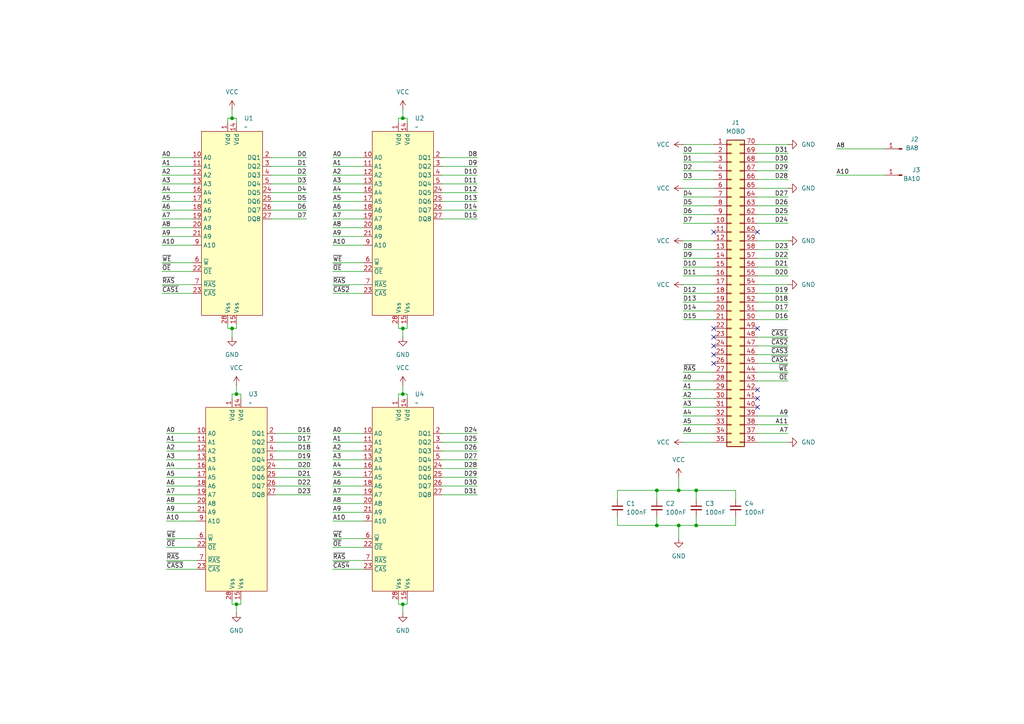
<source format=kicad_sch>
(kicad_sch
	(version 20231120)
	(generator "eeschema")
	(generator_version "8.0")
	(uuid "511ef809-acff-4cc5-af0e-950e48ca57ea")
	(paper "A4")
	(lib_symbols
		(symbol "Connector:Conn_01x01_Pin"
			(pin_names
				(offset 1.016) hide)
			(exclude_from_sim no)
			(in_bom yes)
			(on_board yes)
			(property "Reference" "J"
				(at 0 2.54 0)
				(effects
					(font
						(size 1.27 1.27)
					)
				)
			)
			(property "Value" "Conn_01x01_Pin"
				(at 0 -2.54 0)
				(effects
					(font
						(size 1.27 1.27)
					)
				)
			)
			(property "Footprint" ""
				(at 0 0 0)
				(effects
					(font
						(size 1.27 1.27)
					)
					(hide yes)
				)
			)
			(property "Datasheet" "~"
				(at 0 0 0)
				(effects
					(font
						(size 1.27 1.27)
					)
					(hide yes)
				)
			)
			(property "Description" "Generic connector, single row, 01x01, script generated"
				(at 0 0 0)
				(effects
					(font
						(size 1.27 1.27)
					)
					(hide yes)
				)
			)
			(property "ki_locked" ""
				(at 0 0 0)
				(effects
					(font
						(size 1.27 1.27)
					)
				)
			)
			(property "ki_keywords" "connector"
				(at 0 0 0)
				(effects
					(font
						(size 1.27 1.27)
					)
					(hide yes)
				)
			)
			(property "ki_fp_filters" "Connector*:*_1x??_*"
				(at 0 0 0)
				(effects
					(font
						(size 1.27 1.27)
					)
					(hide yes)
				)
			)
			(symbol "Conn_01x01_Pin_1_1"
				(polyline
					(pts
						(xy 1.27 0) (xy 0.8636 0)
					)
					(stroke
						(width 0.1524)
						(type default)
					)
					(fill
						(type none)
					)
				)
				(rectangle
					(start 0.8636 0.127)
					(end 0 -0.127)
					(stroke
						(width 0.1524)
						(type default)
					)
					(fill
						(type outline)
					)
				)
				(pin passive line
					(at 5.08 0 180)
					(length 3.81)
					(name "Pin_1"
						(effects
							(font
								(size 1.27 1.27)
							)
						)
					)
					(number "1"
						(effects
							(font
								(size 1.27 1.27)
							)
						)
					)
				)
			)
		)
		(symbol "Connector_Generic:Conn_02x35_Counter_Clockwise"
			(pin_names
				(offset 1.016) hide)
			(exclude_from_sim no)
			(in_bom yes)
			(on_board yes)
			(property "Reference" "J"
				(at 1.27 45.72 0)
				(effects
					(font
						(size 1.27 1.27)
					)
				)
			)
			(property "Value" "Conn_02x35_Counter_Clockwise"
				(at 1.27 -45.72 0)
				(effects
					(font
						(size 1.27 1.27)
					)
				)
			)
			(property "Footprint" ""
				(at 0 0 0)
				(effects
					(font
						(size 1.27 1.27)
					)
					(hide yes)
				)
			)
			(property "Datasheet" "~"
				(at 0 0 0)
				(effects
					(font
						(size 1.27 1.27)
					)
					(hide yes)
				)
			)
			(property "Description" "Generic connector, double row, 02x35, counter clockwise pin numbering scheme (similar to DIP package numbering), script generated (kicad-library-utils/schlib/autogen/connector/)"
				(at 0 0 0)
				(effects
					(font
						(size 1.27 1.27)
					)
					(hide yes)
				)
			)
			(property "ki_keywords" "connector"
				(at 0 0 0)
				(effects
					(font
						(size 1.27 1.27)
					)
					(hide yes)
				)
			)
			(property "ki_fp_filters" "Connector*:*_2x??_*"
				(at 0 0 0)
				(effects
					(font
						(size 1.27 1.27)
					)
					(hide yes)
				)
			)
			(symbol "Conn_02x35_Counter_Clockwise_1_1"
				(rectangle
					(start -1.27 -43.053)
					(end 0 -43.307)
					(stroke
						(width 0.1524)
						(type default)
					)
					(fill
						(type none)
					)
				)
				(rectangle
					(start -1.27 -40.513)
					(end 0 -40.767)
					(stroke
						(width 0.1524)
						(type default)
					)
					(fill
						(type none)
					)
				)
				(rectangle
					(start -1.27 -37.973)
					(end 0 -38.227)
					(stroke
						(width 0.1524)
						(type default)
					)
					(fill
						(type none)
					)
				)
				(rectangle
					(start -1.27 -35.433)
					(end 0 -35.687)
					(stroke
						(width 0.1524)
						(type default)
					)
					(fill
						(type none)
					)
				)
				(rectangle
					(start -1.27 -32.893)
					(end 0 -33.147)
					(stroke
						(width 0.1524)
						(type default)
					)
					(fill
						(type none)
					)
				)
				(rectangle
					(start -1.27 -30.353)
					(end 0 -30.607)
					(stroke
						(width 0.1524)
						(type default)
					)
					(fill
						(type none)
					)
				)
				(rectangle
					(start -1.27 -27.813)
					(end 0 -28.067)
					(stroke
						(width 0.1524)
						(type default)
					)
					(fill
						(type none)
					)
				)
				(rectangle
					(start -1.27 -25.273)
					(end 0 -25.527)
					(stroke
						(width 0.1524)
						(type default)
					)
					(fill
						(type none)
					)
				)
				(rectangle
					(start -1.27 -22.733)
					(end 0 -22.987)
					(stroke
						(width 0.1524)
						(type default)
					)
					(fill
						(type none)
					)
				)
				(rectangle
					(start -1.27 -20.193)
					(end 0 -20.447)
					(stroke
						(width 0.1524)
						(type default)
					)
					(fill
						(type none)
					)
				)
				(rectangle
					(start -1.27 -17.653)
					(end 0 -17.907)
					(stroke
						(width 0.1524)
						(type default)
					)
					(fill
						(type none)
					)
				)
				(rectangle
					(start -1.27 -15.113)
					(end 0 -15.367)
					(stroke
						(width 0.1524)
						(type default)
					)
					(fill
						(type none)
					)
				)
				(rectangle
					(start -1.27 -12.573)
					(end 0 -12.827)
					(stroke
						(width 0.1524)
						(type default)
					)
					(fill
						(type none)
					)
				)
				(rectangle
					(start -1.27 -10.033)
					(end 0 -10.287)
					(stroke
						(width 0.1524)
						(type default)
					)
					(fill
						(type none)
					)
				)
				(rectangle
					(start -1.27 -7.493)
					(end 0 -7.747)
					(stroke
						(width 0.1524)
						(type default)
					)
					(fill
						(type none)
					)
				)
				(rectangle
					(start -1.27 -4.953)
					(end 0 -5.207)
					(stroke
						(width 0.1524)
						(type default)
					)
					(fill
						(type none)
					)
				)
				(rectangle
					(start -1.27 -2.413)
					(end 0 -2.667)
					(stroke
						(width 0.1524)
						(type default)
					)
					(fill
						(type none)
					)
				)
				(rectangle
					(start -1.27 0.127)
					(end 0 -0.127)
					(stroke
						(width 0.1524)
						(type default)
					)
					(fill
						(type none)
					)
				)
				(rectangle
					(start -1.27 2.667)
					(end 0 2.413)
					(stroke
						(width 0.1524)
						(type default)
					)
					(fill
						(type none)
					)
				)
				(rectangle
					(start -1.27 5.207)
					(end 0 4.953)
					(stroke
						(width 0.1524)
						(type default)
					)
					(fill
						(type none)
					)
				)
				(rectangle
					(start -1.27 7.747)
					(end 0 7.493)
					(stroke
						(width 0.1524)
						(type default)
					)
					(fill
						(type none)
					)
				)
				(rectangle
					(start -1.27 10.287)
					(end 0 10.033)
					(stroke
						(width 0.1524)
						(type default)
					)
					(fill
						(type none)
					)
				)
				(rectangle
					(start -1.27 12.827)
					(end 0 12.573)
					(stroke
						(width 0.1524)
						(type default)
					)
					(fill
						(type none)
					)
				)
				(rectangle
					(start -1.27 15.367)
					(end 0 15.113)
					(stroke
						(width 0.1524)
						(type default)
					)
					(fill
						(type none)
					)
				)
				(rectangle
					(start -1.27 17.907)
					(end 0 17.653)
					(stroke
						(width 0.1524)
						(type default)
					)
					(fill
						(type none)
					)
				)
				(rectangle
					(start -1.27 20.447)
					(end 0 20.193)
					(stroke
						(width 0.1524)
						(type default)
					)
					(fill
						(type none)
					)
				)
				(rectangle
					(start -1.27 22.987)
					(end 0 22.733)
					(stroke
						(width 0.1524)
						(type default)
					)
					(fill
						(type none)
					)
				)
				(rectangle
					(start -1.27 25.527)
					(end 0 25.273)
					(stroke
						(width 0.1524)
						(type default)
					)
					(fill
						(type none)
					)
				)
				(rectangle
					(start -1.27 28.067)
					(end 0 27.813)
					(stroke
						(width 0.1524)
						(type default)
					)
					(fill
						(type none)
					)
				)
				(rectangle
					(start -1.27 30.607)
					(end 0 30.353)
					(stroke
						(width 0.1524)
						(type default)
					)
					(fill
						(type none)
					)
				)
				(rectangle
					(start -1.27 33.147)
					(end 0 32.893)
					(stroke
						(width 0.1524)
						(type default)
					)
					(fill
						(type none)
					)
				)
				(rectangle
					(start -1.27 35.687)
					(end 0 35.433)
					(stroke
						(width 0.1524)
						(type default)
					)
					(fill
						(type none)
					)
				)
				(rectangle
					(start -1.27 38.227)
					(end 0 37.973)
					(stroke
						(width 0.1524)
						(type default)
					)
					(fill
						(type none)
					)
				)
				(rectangle
					(start -1.27 40.767)
					(end 0 40.513)
					(stroke
						(width 0.1524)
						(type default)
					)
					(fill
						(type none)
					)
				)
				(rectangle
					(start -1.27 43.307)
					(end 0 43.053)
					(stroke
						(width 0.1524)
						(type default)
					)
					(fill
						(type none)
					)
				)
				(rectangle
					(start -1.27 44.45)
					(end 3.81 -44.45)
					(stroke
						(width 0.254)
						(type default)
					)
					(fill
						(type background)
					)
				)
				(rectangle
					(start 3.81 -43.053)
					(end 2.54 -43.307)
					(stroke
						(width 0.1524)
						(type default)
					)
					(fill
						(type none)
					)
				)
				(rectangle
					(start 3.81 -40.513)
					(end 2.54 -40.767)
					(stroke
						(width 0.1524)
						(type default)
					)
					(fill
						(type none)
					)
				)
				(rectangle
					(start 3.81 -37.973)
					(end 2.54 -38.227)
					(stroke
						(width 0.1524)
						(type default)
					)
					(fill
						(type none)
					)
				)
				(rectangle
					(start 3.81 -35.433)
					(end 2.54 -35.687)
					(stroke
						(width 0.1524)
						(type default)
					)
					(fill
						(type none)
					)
				)
				(rectangle
					(start 3.81 -32.893)
					(end 2.54 -33.147)
					(stroke
						(width 0.1524)
						(type default)
					)
					(fill
						(type none)
					)
				)
				(rectangle
					(start 3.81 -30.353)
					(end 2.54 -30.607)
					(stroke
						(width 0.1524)
						(type default)
					)
					(fill
						(type none)
					)
				)
				(rectangle
					(start 3.81 -27.813)
					(end 2.54 -28.067)
					(stroke
						(width 0.1524)
						(type default)
					)
					(fill
						(type none)
					)
				)
				(rectangle
					(start 3.81 -25.273)
					(end 2.54 -25.527)
					(stroke
						(width 0.1524)
						(type default)
					)
					(fill
						(type none)
					)
				)
				(rectangle
					(start 3.81 -22.733)
					(end 2.54 -22.987)
					(stroke
						(width 0.1524)
						(type default)
					)
					(fill
						(type none)
					)
				)
				(rectangle
					(start 3.81 -20.193)
					(end 2.54 -20.447)
					(stroke
						(width 0.1524)
						(type default)
					)
					(fill
						(type none)
					)
				)
				(rectangle
					(start 3.81 -17.653)
					(end 2.54 -17.907)
					(stroke
						(width 0.1524)
						(type default)
					)
					(fill
						(type none)
					)
				)
				(rectangle
					(start 3.81 -15.113)
					(end 2.54 -15.367)
					(stroke
						(width 0.1524)
						(type default)
					)
					(fill
						(type none)
					)
				)
				(rectangle
					(start 3.81 -12.573)
					(end 2.54 -12.827)
					(stroke
						(width 0.1524)
						(type default)
					)
					(fill
						(type none)
					)
				)
				(rectangle
					(start 3.81 -10.033)
					(end 2.54 -10.287)
					(stroke
						(width 0.1524)
						(type default)
					)
					(fill
						(type none)
					)
				)
				(rectangle
					(start 3.81 -7.493)
					(end 2.54 -7.747)
					(stroke
						(width 0.1524)
						(type default)
					)
					(fill
						(type none)
					)
				)
				(rectangle
					(start 3.81 -4.953)
					(end 2.54 -5.207)
					(stroke
						(width 0.1524)
						(type default)
					)
					(fill
						(type none)
					)
				)
				(rectangle
					(start 3.81 -2.413)
					(end 2.54 -2.667)
					(stroke
						(width 0.1524)
						(type default)
					)
					(fill
						(type none)
					)
				)
				(rectangle
					(start 3.81 0.127)
					(end 2.54 -0.127)
					(stroke
						(width 0.1524)
						(type default)
					)
					(fill
						(type none)
					)
				)
				(rectangle
					(start 3.81 2.667)
					(end 2.54 2.413)
					(stroke
						(width 0.1524)
						(type default)
					)
					(fill
						(type none)
					)
				)
				(rectangle
					(start 3.81 5.207)
					(end 2.54 4.953)
					(stroke
						(width 0.1524)
						(type default)
					)
					(fill
						(type none)
					)
				)
				(rectangle
					(start 3.81 7.747)
					(end 2.54 7.493)
					(stroke
						(width 0.1524)
						(type default)
					)
					(fill
						(type none)
					)
				)
				(rectangle
					(start 3.81 10.287)
					(end 2.54 10.033)
					(stroke
						(width 0.1524)
						(type default)
					)
					(fill
						(type none)
					)
				)
				(rectangle
					(start 3.81 12.827)
					(end 2.54 12.573)
					(stroke
						(width 0.1524)
						(type default)
					)
					(fill
						(type none)
					)
				)
				(rectangle
					(start 3.81 15.367)
					(end 2.54 15.113)
					(stroke
						(width 0.1524)
						(type default)
					)
					(fill
						(type none)
					)
				)
				(rectangle
					(start 3.81 17.907)
					(end 2.54 17.653)
					(stroke
						(width 0.1524)
						(type default)
					)
					(fill
						(type none)
					)
				)
				(rectangle
					(start 3.81 20.447)
					(end 2.54 20.193)
					(stroke
						(width 0.1524)
						(type default)
					)
					(fill
						(type none)
					)
				)
				(rectangle
					(start 3.81 22.987)
					(end 2.54 22.733)
					(stroke
						(width 0.1524)
						(type default)
					)
					(fill
						(type none)
					)
				)
				(rectangle
					(start 3.81 25.527)
					(end 2.54 25.273)
					(stroke
						(width 0.1524)
						(type default)
					)
					(fill
						(type none)
					)
				)
				(rectangle
					(start 3.81 28.067)
					(end 2.54 27.813)
					(stroke
						(width 0.1524)
						(type default)
					)
					(fill
						(type none)
					)
				)
				(rectangle
					(start 3.81 30.607)
					(end 2.54 30.353)
					(stroke
						(width 0.1524)
						(type default)
					)
					(fill
						(type none)
					)
				)
				(rectangle
					(start 3.81 33.147)
					(end 2.54 32.893)
					(stroke
						(width 0.1524)
						(type default)
					)
					(fill
						(type none)
					)
				)
				(rectangle
					(start 3.81 35.687)
					(end 2.54 35.433)
					(stroke
						(width 0.1524)
						(type default)
					)
					(fill
						(type none)
					)
				)
				(rectangle
					(start 3.81 38.227)
					(end 2.54 37.973)
					(stroke
						(width 0.1524)
						(type default)
					)
					(fill
						(type none)
					)
				)
				(rectangle
					(start 3.81 40.767)
					(end 2.54 40.513)
					(stroke
						(width 0.1524)
						(type default)
					)
					(fill
						(type none)
					)
				)
				(rectangle
					(start 3.81 43.307)
					(end 2.54 43.053)
					(stroke
						(width 0.1524)
						(type default)
					)
					(fill
						(type none)
					)
				)
				(pin passive line
					(at -5.08 43.18 0)
					(length 3.81)
					(name "Pin_1"
						(effects
							(font
								(size 1.27 1.27)
							)
						)
					)
					(number "1"
						(effects
							(font
								(size 1.27 1.27)
							)
						)
					)
				)
				(pin passive line
					(at -5.08 20.32 0)
					(length 3.81)
					(name "Pin_10"
						(effects
							(font
								(size 1.27 1.27)
							)
						)
					)
					(number "10"
						(effects
							(font
								(size 1.27 1.27)
							)
						)
					)
				)
				(pin passive line
					(at -5.08 17.78 0)
					(length 3.81)
					(name "Pin_11"
						(effects
							(font
								(size 1.27 1.27)
							)
						)
					)
					(number "11"
						(effects
							(font
								(size 1.27 1.27)
							)
						)
					)
				)
				(pin passive line
					(at -5.08 15.24 0)
					(length 3.81)
					(name "Pin_12"
						(effects
							(font
								(size 1.27 1.27)
							)
						)
					)
					(number "12"
						(effects
							(font
								(size 1.27 1.27)
							)
						)
					)
				)
				(pin passive line
					(at -5.08 12.7 0)
					(length 3.81)
					(name "Pin_13"
						(effects
							(font
								(size 1.27 1.27)
							)
						)
					)
					(number "13"
						(effects
							(font
								(size 1.27 1.27)
							)
						)
					)
				)
				(pin passive line
					(at -5.08 10.16 0)
					(length 3.81)
					(name "Pin_14"
						(effects
							(font
								(size 1.27 1.27)
							)
						)
					)
					(number "14"
						(effects
							(font
								(size 1.27 1.27)
							)
						)
					)
				)
				(pin passive line
					(at -5.08 7.62 0)
					(length 3.81)
					(name "Pin_15"
						(effects
							(font
								(size 1.27 1.27)
							)
						)
					)
					(number "15"
						(effects
							(font
								(size 1.27 1.27)
							)
						)
					)
				)
				(pin passive line
					(at -5.08 5.08 0)
					(length 3.81)
					(name "Pin_16"
						(effects
							(font
								(size 1.27 1.27)
							)
						)
					)
					(number "16"
						(effects
							(font
								(size 1.27 1.27)
							)
						)
					)
				)
				(pin passive line
					(at -5.08 2.54 0)
					(length 3.81)
					(name "Pin_17"
						(effects
							(font
								(size 1.27 1.27)
							)
						)
					)
					(number "17"
						(effects
							(font
								(size 1.27 1.27)
							)
						)
					)
				)
				(pin passive line
					(at -5.08 0 0)
					(length 3.81)
					(name "Pin_18"
						(effects
							(font
								(size 1.27 1.27)
							)
						)
					)
					(number "18"
						(effects
							(font
								(size 1.27 1.27)
							)
						)
					)
				)
				(pin passive line
					(at -5.08 -2.54 0)
					(length 3.81)
					(name "Pin_19"
						(effects
							(font
								(size 1.27 1.27)
							)
						)
					)
					(number "19"
						(effects
							(font
								(size 1.27 1.27)
							)
						)
					)
				)
				(pin passive line
					(at -5.08 40.64 0)
					(length 3.81)
					(name "Pin_2"
						(effects
							(font
								(size 1.27 1.27)
							)
						)
					)
					(number "2"
						(effects
							(font
								(size 1.27 1.27)
							)
						)
					)
				)
				(pin passive line
					(at -5.08 -5.08 0)
					(length 3.81)
					(name "Pin_20"
						(effects
							(font
								(size 1.27 1.27)
							)
						)
					)
					(number "20"
						(effects
							(font
								(size 1.27 1.27)
							)
						)
					)
				)
				(pin passive line
					(at -5.08 -7.62 0)
					(length 3.81)
					(name "Pin_21"
						(effects
							(font
								(size 1.27 1.27)
							)
						)
					)
					(number "21"
						(effects
							(font
								(size 1.27 1.27)
							)
						)
					)
				)
				(pin passive line
					(at -5.08 -10.16 0)
					(length 3.81)
					(name "Pin_22"
						(effects
							(font
								(size 1.27 1.27)
							)
						)
					)
					(number "22"
						(effects
							(font
								(size 1.27 1.27)
							)
						)
					)
				)
				(pin passive line
					(at -5.08 -12.7 0)
					(length 3.81)
					(name "Pin_23"
						(effects
							(font
								(size 1.27 1.27)
							)
						)
					)
					(number "23"
						(effects
							(font
								(size 1.27 1.27)
							)
						)
					)
				)
				(pin passive line
					(at -5.08 -15.24 0)
					(length 3.81)
					(name "Pin_24"
						(effects
							(font
								(size 1.27 1.27)
							)
						)
					)
					(number "24"
						(effects
							(font
								(size 1.27 1.27)
							)
						)
					)
				)
				(pin passive line
					(at -5.08 -17.78 0)
					(length 3.81)
					(name "Pin_25"
						(effects
							(font
								(size 1.27 1.27)
							)
						)
					)
					(number "25"
						(effects
							(font
								(size 1.27 1.27)
							)
						)
					)
				)
				(pin passive line
					(at -5.08 -20.32 0)
					(length 3.81)
					(name "Pin_26"
						(effects
							(font
								(size 1.27 1.27)
							)
						)
					)
					(number "26"
						(effects
							(font
								(size 1.27 1.27)
							)
						)
					)
				)
				(pin passive line
					(at -5.08 -22.86 0)
					(length 3.81)
					(name "Pin_27"
						(effects
							(font
								(size 1.27 1.27)
							)
						)
					)
					(number "27"
						(effects
							(font
								(size 1.27 1.27)
							)
						)
					)
				)
				(pin passive line
					(at -5.08 -25.4 0)
					(length 3.81)
					(name "Pin_28"
						(effects
							(font
								(size 1.27 1.27)
							)
						)
					)
					(number "28"
						(effects
							(font
								(size 1.27 1.27)
							)
						)
					)
				)
				(pin passive line
					(at -5.08 -27.94 0)
					(length 3.81)
					(name "Pin_29"
						(effects
							(font
								(size 1.27 1.27)
							)
						)
					)
					(number "29"
						(effects
							(font
								(size 1.27 1.27)
							)
						)
					)
				)
				(pin passive line
					(at -5.08 38.1 0)
					(length 3.81)
					(name "Pin_3"
						(effects
							(font
								(size 1.27 1.27)
							)
						)
					)
					(number "3"
						(effects
							(font
								(size 1.27 1.27)
							)
						)
					)
				)
				(pin passive line
					(at -5.08 -30.48 0)
					(length 3.81)
					(name "Pin_30"
						(effects
							(font
								(size 1.27 1.27)
							)
						)
					)
					(number "30"
						(effects
							(font
								(size 1.27 1.27)
							)
						)
					)
				)
				(pin passive line
					(at -5.08 -33.02 0)
					(length 3.81)
					(name "Pin_31"
						(effects
							(font
								(size 1.27 1.27)
							)
						)
					)
					(number "31"
						(effects
							(font
								(size 1.27 1.27)
							)
						)
					)
				)
				(pin passive line
					(at -5.08 -35.56 0)
					(length 3.81)
					(name "Pin_32"
						(effects
							(font
								(size 1.27 1.27)
							)
						)
					)
					(number "32"
						(effects
							(font
								(size 1.27 1.27)
							)
						)
					)
				)
				(pin passive line
					(at -5.08 -38.1 0)
					(length 3.81)
					(name "Pin_33"
						(effects
							(font
								(size 1.27 1.27)
							)
						)
					)
					(number "33"
						(effects
							(font
								(size 1.27 1.27)
							)
						)
					)
				)
				(pin passive line
					(at -5.08 -40.64 0)
					(length 3.81)
					(name "Pin_34"
						(effects
							(font
								(size 1.27 1.27)
							)
						)
					)
					(number "34"
						(effects
							(font
								(size 1.27 1.27)
							)
						)
					)
				)
				(pin passive line
					(at -5.08 -43.18 0)
					(length 3.81)
					(name "Pin_35"
						(effects
							(font
								(size 1.27 1.27)
							)
						)
					)
					(number "35"
						(effects
							(font
								(size 1.27 1.27)
							)
						)
					)
				)
				(pin passive line
					(at 7.62 -43.18 180)
					(length 3.81)
					(name "Pin_36"
						(effects
							(font
								(size 1.27 1.27)
							)
						)
					)
					(number "36"
						(effects
							(font
								(size 1.27 1.27)
							)
						)
					)
				)
				(pin passive line
					(at 7.62 -40.64 180)
					(length 3.81)
					(name "Pin_37"
						(effects
							(font
								(size 1.27 1.27)
							)
						)
					)
					(number "37"
						(effects
							(font
								(size 1.27 1.27)
							)
						)
					)
				)
				(pin passive line
					(at 7.62 -38.1 180)
					(length 3.81)
					(name "Pin_38"
						(effects
							(font
								(size 1.27 1.27)
							)
						)
					)
					(number "38"
						(effects
							(font
								(size 1.27 1.27)
							)
						)
					)
				)
				(pin passive line
					(at 7.62 -35.56 180)
					(length 3.81)
					(name "Pin_39"
						(effects
							(font
								(size 1.27 1.27)
							)
						)
					)
					(number "39"
						(effects
							(font
								(size 1.27 1.27)
							)
						)
					)
				)
				(pin passive line
					(at -5.08 35.56 0)
					(length 3.81)
					(name "Pin_4"
						(effects
							(font
								(size 1.27 1.27)
							)
						)
					)
					(number "4"
						(effects
							(font
								(size 1.27 1.27)
							)
						)
					)
				)
				(pin passive line
					(at 7.62 -33.02 180)
					(length 3.81)
					(name "Pin_40"
						(effects
							(font
								(size 1.27 1.27)
							)
						)
					)
					(number "40"
						(effects
							(font
								(size 1.27 1.27)
							)
						)
					)
				)
				(pin passive line
					(at 7.62 -30.48 180)
					(length 3.81)
					(name "Pin_41"
						(effects
							(font
								(size 1.27 1.27)
							)
						)
					)
					(number "41"
						(effects
							(font
								(size 1.27 1.27)
							)
						)
					)
				)
				(pin passive line
					(at 7.62 -27.94 180)
					(length 3.81)
					(name "Pin_42"
						(effects
							(font
								(size 1.27 1.27)
							)
						)
					)
					(number "42"
						(effects
							(font
								(size 1.27 1.27)
							)
						)
					)
				)
				(pin passive line
					(at 7.62 -25.4 180)
					(length 3.81)
					(name "Pin_43"
						(effects
							(font
								(size 1.27 1.27)
							)
						)
					)
					(number "43"
						(effects
							(font
								(size 1.27 1.27)
							)
						)
					)
				)
				(pin passive line
					(at 7.62 -22.86 180)
					(length 3.81)
					(name "Pin_44"
						(effects
							(font
								(size 1.27 1.27)
							)
						)
					)
					(number "44"
						(effects
							(font
								(size 1.27 1.27)
							)
						)
					)
				)
				(pin passive line
					(at 7.62 -20.32 180)
					(length 3.81)
					(name "Pin_45"
						(effects
							(font
								(size 1.27 1.27)
							)
						)
					)
					(number "45"
						(effects
							(font
								(size 1.27 1.27)
							)
						)
					)
				)
				(pin passive line
					(at 7.62 -17.78 180)
					(length 3.81)
					(name "Pin_46"
						(effects
							(font
								(size 1.27 1.27)
							)
						)
					)
					(number "46"
						(effects
							(font
								(size 1.27 1.27)
							)
						)
					)
				)
				(pin passive line
					(at 7.62 -15.24 180)
					(length 3.81)
					(name "Pin_47"
						(effects
							(font
								(size 1.27 1.27)
							)
						)
					)
					(number "47"
						(effects
							(font
								(size 1.27 1.27)
							)
						)
					)
				)
				(pin passive line
					(at 7.62 -12.7 180)
					(length 3.81)
					(name "Pin_48"
						(effects
							(font
								(size 1.27 1.27)
							)
						)
					)
					(number "48"
						(effects
							(font
								(size 1.27 1.27)
							)
						)
					)
				)
				(pin passive line
					(at 7.62 -10.16 180)
					(length 3.81)
					(name "Pin_49"
						(effects
							(font
								(size 1.27 1.27)
							)
						)
					)
					(number "49"
						(effects
							(font
								(size 1.27 1.27)
							)
						)
					)
				)
				(pin passive line
					(at -5.08 33.02 0)
					(length 3.81)
					(name "Pin_5"
						(effects
							(font
								(size 1.27 1.27)
							)
						)
					)
					(number "5"
						(effects
							(font
								(size 1.27 1.27)
							)
						)
					)
				)
				(pin passive line
					(at 7.62 -7.62 180)
					(length 3.81)
					(name "Pin_50"
						(effects
							(font
								(size 1.27 1.27)
							)
						)
					)
					(number "50"
						(effects
							(font
								(size 1.27 1.27)
							)
						)
					)
				)
				(pin passive line
					(at 7.62 -5.08 180)
					(length 3.81)
					(name "Pin_51"
						(effects
							(font
								(size 1.27 1.27)
							)
						)
					)
					(number "51"
						(effects
							(font
								(size 1.27 1.27)
							)
						)
					)
				)
				(pin passive line
					(at 7.62 -2.54 180)
					(length 3.81)
					(name "Pin_52"
						(effects
							(font
								(size 1.27 1.27)
							)
						)
					)
					(number "52"
						(effects
							(font
								(size 1.27 1.27)
							)
						)
					)
				)
				(pin passive line
					(at 7.62 0 180)
					(length 3.81)
					(name "Pin_53"
						(effects
							(font
								(size 1.27 1.27)
							)
						)
					)
					(number "53"
						(effects
							(font
								(size 1.27 1.27)
							)
						)
					)
				)
				(pin passive line
					(at 7.62 2.54 180)
					(length 3.81)
					(name "Pin_54"
						(effects
							(font
								(size 1.27 1.27)
							)
						)
					)
					(number "54"
						(effects
							(font
								(size 1.27 1.27)
							)
						)
					)
				)
				(pin passive line
					(at 7.62 5.08 180)
					(length 3.81)
					(name "Pin_55"
						(effects
							(font
								(size 1.27 1.27)
							)
						)
					)
					(number "55"
						(effects
							(font
								(size 1.27 1.27)
							)
						)
					)
				)
				(pin passive line
					(at 7.62 7.62 180)
					(length 3.81)
					(name "Pin_56"
						(effects
							(font
								(size 1.27 1.27)
							)
						)
					)
					(number "56"
						(effects
							(font
								(size 1.27 1.27)
							)
						)
					)
				)
				(pin passive line
					(at 7.62 10.16 180)
					(length 3.81)
					(name "Pin_57"
						(effects
							(font
								(size 1.27 1.27)
							)
						)
					)
					(number "57"
						(effects
							(font
								(size 1.27 1.27)
							)
						)
					)
				)
				(pin passive line
					(at 7.62 12.7 180)
					(length 3.81)
					(name "Pin_58"
						(effects
							(font
								(size 1.27 1.27)
							)
						)
					)
					(number "58"
						(effects
							(font
								(size 1.27 1.27)
							)
						)
					)
				)
				(pin passive line
					(at 7.62 15.24 180)
					(length 3.81)
					(name "Pin_59"
						(effects
							(font
								(size 1.27 1.27)
							)
						)
					)
					(number "59"
						(effects
							(font
								(size 1.27 1.27)
							)
						)
					)
				)
				(pin passive line
					(at -5.08 30.48 0)
					(length 3.81)
					(name "Pin_6"
						(effects
							(font
								(size 1.27 1.27)
							)
						)
					)
					(number "6"
						(effects
							(font
								(size 1.27 1.27)
							)
						)
					)
				)
				(pin passive line
					(at 7.62 17.78 180)
					(length 3.81)
					(name "Pin_60"
						(effects
							(font
								(size 1.27 1.27)
							)
						)
					)
					(number "60"
						(effects
							(font
								(size 1.27 1.27)
							)
						)
					)
				)
				(pin passive line
					(at 7.62 20.32 180)
					(length 3.81)
					(name "Pin_61"
						(effects
							(font
								(size 1.27 1.27)
							)
						)
					)
					(number "61"
						(effects
							(font
								(size 1.27 1.27)
							)
						)
					)
				)
				(pin passive line
					(at 7.62 22.86 180)
					(length 3.81)
					(name "Pin_62"
						(effects
							(font
								(size 1.27 1.27)
							)
						)
					)
					(number "62"
						(effects
							(font
								(size 1.27 1.27)
							)
						)
					)
				)
				(pin passive line
					(at 7.62 25.4 180)
					(length 3.81)
					(name "Pin_63"
						(effects
							(font
								(size 1.27 1.27)
							)
						)
					)
					(number "63"
						(effects
							(font
								(size 1.27 1.27)
							)
						)
					)
				)
				(pin passive line
					(at 7.62 27.94 180)
					(length 3.81)
					(name "Pin_64"
						(effects
							(font
								(size 1.27 1.27)
							)
						)
					)
					(number "64"
						(effects
							(font
								(size 1.27 1.27)
							)
						)
					)
				)
				(pin passive line
					(at 7.62 30.48 180)
					(length 3.81)
					(name "Pin_65"
						(effects
							(font
								(size 1.27 1.27)
							)
						)
					)
					(number "65"
						(effects
							(font
								(size 1.27 1.27)
							)
						)
					)
				)
				(pin passive line
					(at 7.62 33.02 180)
					(length 3.81)
					(name "Pin_66"
						(effects
							(font
								(size 1.27 1.27)
							)
						)
					)
					(number "66"
						(effects
							(font
								(size 1.27 1.27)
							)
						)
					)
				)
				(pin passive line
					(at 7.62 35.56 180)
					(length 3.81)
					(name "Pin_67"
						(effects
							(font
								(size 1.27 1.27)
							)
						)
					)
					(number "67"
						(effects
							(font
								(size 1.27 1.27)
							)
						)
					)
				)
				(pin passive line
					(at 7.62 38.1 180)
					(length 3.81)
					(name "Pin_68"
						(effects
							(font
								(size 1.27 1.27)
							)
						)
					)
					(number "68"
						(effects
							(font
								(size 1.27 1.27)
							)
						)
					)
				)
				(pin passive line
					(at 7.62 40.64 180)
					(length 3.81)
					(name "Pin_69"
						(effects
							(font
								(size 1.27 1.27)
							)
						)
					)
					(number "69"
						(effects
							(font
								(size 1.27 1.27)
							)
						)
					)
				)
				(pin passive line
					(at -5.08 27.94 0)
					(length 3.81)
					(name "Pin_7"
						(effects
							(font
								(size 1.27 1.27)
							)
						)
					)
					(number "7"
						(effects
							(font
								(size 1.27 1.27)
							)
						)
					)
				)
				(pin passive line
					(at 7.62 43.18 180)
					(length 3.81)
					(name "Pin_70"
						(effects
							(font
								(size 1.27 1.27)
							)
						)
					)
					(number "70"
						(effects
							(font
								(size 1.27 1.27)
							)
						)
					)
				)
				(pin passive line
					(at -5.08 25.4 0)
					(length 3.81)
					(name "Pin_8"
						(effects
							(font
								(size 1.27 1.27)
							)
						)
					)
					(number "8"
						(effects
							(font
								(size 1.27 1.27)
							)
						)
					)
				)
				(pin passive line
					(at -5.08 22.86 0)
					(length 3.81)
					(name "Pin_9"
						(effects
							(font
								(size 1.27 1.27)
							)
						)
					)
					(number "9"
						(effects
							(font
								(size 1.27 1.27)
							)
						)
					)
				)
			)
		)
		(symbol "Custom_DRAM:KM48V2104"
			(exclude_from_sim no)
			(in_bom yes)
			(on_board yes)
			(property "Reference" "U"
				(at -8.128 25.908 0)
				(effects
					(font
						(size 1.27 1.27)
					)
				)
			)
			(property "Value" ""
				(at 0 27.94 0)
				(effects
					(font
						(size 1.27 1.27)
					)
				)
			)
			(property "Footprint" "PU22_mod:SOP-28_DRAM"
				(at 0 27.94 0)
				(effects
					(font
						(size 1.27 1.27)
					)
					(hide yes)
				)
			)
			(property "Datasheet" ""
				(at 0 27.94 0)
				(effects
					(font
						(size 1.27 1.27)
					)
					(hide yes)
				)
			)
			(property "Description" ""
				(at 0 27.94 0)
				(effects
					(font
						(size 1.27 1.27)
					)
					(hide yes)
				)
			)
			(symbol "KM48V2104_1_1"
				(rectangle
					(start -8.89 24.13)
					(end 8.89 -29.21)
					(stroke
						(width 0)
						(type default)
					)
					(fill
						(type background)
					)
				)
				(pin power_in line
					(at -1.27 26.67 270)
					(length 2.54)
					(name "Vdd"
						(effects
							(font
								(size 1.27 1.27)
							)
						)
					)
					(number "1"
						(effects
							(font
								(size 1.27 1.27)
							)
						)
					)
				)
				(pin input line
					(at -11.43 16.51 0)
					(length 2.54)
					(name "A0"
						(effects
							(font
								(size 1.27 1.27)
							)
						)
					)
					(number "10"
						(effects
							(font
								(size 1.27 1.27)
							)
						)
					)
				)
				(pin input line
					(at -11.43 13.97 0)
					(length 2.54)
					(name "A1"
						(effects
							(font
								(size 1.27 1.27)
							)
						)
					)
					(number "11"
						(effects
							(font
								(size 1.27 1.27)
							)
						)
					)
				)
				(pin input line
					(at -11.43 11.43 0)
					(length 2.54)
					(name "A2"
						(effects
							(font
								(size 1.27 1.27)
							)
						)
					)
					(number "12"
						(effects
							(font
								(size 1.27 1.27)
							)
						)
					)
				)
				(pin input line
					(at -11.43 8.89 0)
					(length 2.54)
					(name "A3"
						(effects
							(font
								(size 1.27 1.27)
							)
						)
					)
					(number "13"
						(effects
							(font
								(size 1.27 1.27)
							)
						)
					)
				)
				(pin power_in line
					(at 1.27 26.67 270)
					(length 2.54)
					(name "Vdd"
						(effects
							(font
								(size 1.27 1.27)
							)
						)
					)
					(number "14"
						(effects
							(font
								(size 1.27 1.27)
							)
						)
					)
				)
				(pin power_in line
					(at 1.27 -31.75 90)
					(length 2.54)
					(name "Vss"
						(effects
							(font
								(size 1.27 1.27)
							)
						)
					)
					(number "15"
						(effects
							(font
								(size 1.27 1.27)
							)
						)
					)
				)
				(pin input line
					(at -11.43 6.35 0)
					(length 2.54)
					(name "A4"
						(effects
							(font
								(size 1.27 1.27)
							)
						)
					)
					(number "16"
						(effects
							(font
								(size 1.27 1.27)
							)
						)
					)
				)
				(pin input line
					(at -11.43 3.81 0)
					(length 2.54)
					(name "A5"
						(effects
							(font
								(size 1.27 1.27)
							)
						)
					)
					(number "17"
						(effects
							(font
								(size 1.27 1.27)
							)
						)
					)
				)
				(pin input line
					(at -11.43 1.27 0)
					(length 2.54)
					(name "A6"
						(effects
							(font
								(size 1.27 1.27)
							)
						)
					)
					(number "18"
						(effects
							(font
								(size 1.27 1.27)
							)
						)
					)
				)
				(pin input line
					(at -11.43 -1.27 0)
					(length 2.54)
					(name "A7"
						(effects
							(font
								(size 1.27 1.27)
							)
						)
					)
					(number "19"
						(effects
							(font
								(size 1.27 1.27)
							)
						)
					)
				)
				(pin bidirectional line
					(at 11.43 16.51 180)
					(length 2.54)
					(name "DQ1"
						(effects
							(font
								(size 1.27 1.27)
							)
						)
					)
					(number "2"
						(effects
							(font
								(size 1.27 1.27)
							)
						)
					)
				)
				(pin input line
					(at -11.43 -3.81 0)
					(length 2.54)
					(name "A8"
						(effects
							(font
								(size 1.27 1.27)
							)
						)
					)
					(number "20"
						(effects
							(font
								(size 1.27 1.27)
							)
						)
					)
				)
				(pin input line
					(at -11.43 -6.35 0)
					(length 2.54)
					(name "A9"
						(effects
							(font
								(size 1.27 1.27)
							)
						)
					)
					(number "21"
						(effects
							(font
								(size 1.27 1.27)
							)
						)
					)
				)
				(pin input line
					(at -11.43 -16.51 0)
					(length 2.54)
					(name "~{OE}"
						(effects
							(font
								(size 1.27 1.27)
							)
						)
					)
					(number "22"
						(effects
							(font
								(size 1.27 1.27)
							)
						)
					)
				)
				(pin input line
					(at -11.43 -22.86 0)
					(length 2.54)
					(name "~{CAS}"
						(effects
							(font
								(size 1.27 1.27)
							)
						)
					)
					(number "23"
						(effects
							(font
								(size 1.27 1.27)
							)
						)
					)
				)
				(pin bidirectional line
					(at 11.43 6.35 180)
					(length 2.54)
					(name "DQ5"
						(effects
							(font
								(size 1.27 1.27)
							)
						)
					)
					(number "24"
						(effects
							(font
								(size 1.27 1.27)
							)
						)
					)
				)
				(pin bidirectional line
					(at 11.43 3.81 180)
					(length 2.54)
					(name "DQ6"
						(effects
							(font
								(size 1.27 1.27)
							)
						)
					)
					(number "25"
						(effects
							(font
								(size 1.27 1.27)
							)
						)
					)
				)
				(pin bidirectional line
					(at 11.43 1.27 180)
					(length 2.54)
					(name "DQ7"
						(effects
							(font
								(size 1.27 1.27)
							)
						)
					)
					(number "26"
						(effects
							(font
								(size 1.27 1.27)
							)
						)
					)
				)
				(pin bidirectional line
					(at 11.43 -1.27 180)
					(length 2.54)
					(name "DQ8"
						(effects
							(font
								(size 1.27 1.27)
							)
						)
					)
					(number "27"
						(effects
							(font
								(size 1.27 1.27)
							)
						)
					)
				)
				(pin power_in line
					(at -1.27 -31.75 90)
					(length 2.54)
					(name "Vss"
						(effects
							(font
								(size 1.27 1.27)
							)
						)
					)
					(number "28"
						(effects
							(font
								(size 1.27 1.27)
							)
						)
					)
				)
				(pin bidirectional line
					(at 11.43 13.97 180)
					(length 2.54)
					(name "DQ2"
						(effects
							(font
								(size 1.27 1.27)
							)
						)
					)
					(number "3"
						(effects
							(font
								(size 1.27 1.27)
							)
						)
					)
				)
				(pin bidirectional line
					(at 11.43 11.43 180)
					(length 2.54)
					(name "DQ3"
						(effects
							(font
								(size 1.27 1.27)
							)
						)
					)
					(number "4"
						(effects
							(font
								(size 1.27 1.27)
							)
						)
					)
				)
				(pin bidirectional line
					(at 11.43 8.89 180)
					(length 2.54)
					(name "DQ4"
						(effects
							(font
								(size 1.27 1.27)
							)
						)
					)
					(number "5"
						(effects
							(font
								(size 1.27 1.27)
							)
						)
					)
				)
				(pin input line
					(at -11.43 -13.97 0)
					(length 2.54)
					(name "~{W}"
						(effects
							(font
								(size 1.27 1.27)
							)
						)
					)
					(number "6"
						(effects
							(font
								(size 1.27 1.27)
							)
						)
					)
				)
				(pin input line
					(at -11.43 -20.32 0)
					(length 2.54)
					(name "~{RAS}"
						(effects
							(font
								(size 1.27 1.27)
							)
						)
					)
					(number "7"
						(effects
							(font
								(size 1.27 1.27)
							)
						)
					)
				)
				(pin input line
					(at -11.43 -8.89 0)
					(length 2.54)
					(name "A10"
						(effects
							(font
								(size 1.27 1.27)
							)
						)
					)
					(number "9"
						(effects
							(font
								(size 1.27 1.27)
							)
						)
					)
				)
			)
		)
		(symbol "Device:C_Small"
			(pin_numbers hide)
			(pin_names
				(offset 0.254) hide)
			(exclude_from_sim no)
			(in_bom yes)
			(on_board yes)
			(property "Reference" "C"
				(at 0.254 1.778 0)
				(effects
					(font
						(size 1.27 1.27)
					)
					(justify left)
				)
			)
			(property "Value" "C_Small"
				(at 0.254 -2.032 0)
				(effects
					(font
						(size 1.27 1.27)
					)
					(justify left)
				)
			)
			(property "Footprint" ""
				(at 0 0 0)
				(effects
					(font
						(size 1.27 1.27)
					)
					(hide yes)
				)
			)
			(property "Datasheet" "~"
				(at 0 0 0)
				(effects
					(font
						(size 1.27 1.27)
					)
					(hide yes)
				)
			)
			(property "Description" "Unpolarized capacitor, small symbol"
				(at 0 0 0)
				(effects
					(font
						(size 1.27 1.27)
					)
					(hide yes)
				)
			)
			(property "ki_keywords" "capacitor cap"
				(at 0 0 0)
				(effects
					(font
						(size 1.27 1.27)
					)
					(hide yes)
				)
			)
			(property "ki_fp_filters" "C_*"
				(at 0 0 0)
				(effects
					(font
						(size 1.27 1.27)
					)
					(hide yes)
				)
			)
			(symbol "C_Small_0_1"
				(polyline
					(pts
						(xy -1.524 -0.508) (xy 1.524 -0.508)
					)
					(stroke
						(width 0.3302)
						(type default)
					)
					(fill
						(type none)
					)
				)
				(polyline
					(pts
						(xy -1.524 0.508) (xy 1.524 0.508)
					)
					(stroke
						(width 0.3048)
						(type default)
					)
					(fill
						(type none)
					)
				)
			)
			(symbol "C_Small_1_1"
				(pin passive line
					(at 0 2.54 270)
					(length 2.032)
					(name "~"
						(effects
							(font
								(size 1.27 1.27)
							)
						)
					)
					(number "1"
						(effects
							(font
								(size 1.27 1.27)
							)
						)
					)
				)
				(pin passive line
					(at 0 -2.54 90)
					(length 2.032)
					(name "~"
						(effects
							(font
								(size 1.27 1.27)
							)
						)
					)
					(number "2"
						(effects
							(font
								(size 1.27 1.27)
							)
						)
					)
				)
			)
		)
		(symbol "power:GND"
			(power)
			(pin_numbers hide)
			(pin_names
				(offset 0) hide)
			(exclude_from_sim no)
			(in_bom yes)
			(on_board yes)
			(property "Reference" "#PWR"
				(at 0 -6.35 0)
				(effects
					(font
						(size 1.27 1.27)
					)
					(hide yes)
				)
			)
			(property "Value" "GND"
				(at 0 -3.81 0)
				(effects
					(font
						(size 1.27 1.27)
					)
				)
			)
			(property "Footprint" ""
				(at 0 0 0)
				(effects
					(font
						(size 1.27 1.27)
					)
					(hide yes)
				)
			)
			(property "Datasheet" ""
				(at 0 0 0)
				(effects
					(font
						(size 1.27 1.27)
					)
					(hide yes)
				)
			)
			(property "Description" "Power symbol creates a global label with name \"GND\" , ground"
				(at 0 0 0)
				(effects
					(font
						(size 1.27 1.27)
					)
					(hide yes)
				)
			)
			(property "ki_keywords" "global power"
				(at 0 0 0)
				(effects
					(font
						(size 1.27 1.27)
					)
					(hide yes)
				)
			)
			(symbol "GND_0_1"
				(polyline
					(pts
						(xy 0 0) (xy 0 -1.27) (xy 1.27 -1.27) (xy 0 -2.54) (xy -1.27 -1.27) (xy 0 -1.27)
					)
					(stroke
						(width 0)
						(type default)
					)
					(fill
						(type none)
					)
				)
			)
			(symbol "GND_1_1"
				(pin power_in line
					(at 0 0 270)
					(length 0)
					(name "~"
						(effects
							(font
								(size 1.27 1.27)
							)
						)
					)
					(number "1"
						(effects
							(font
								(size 1.27 1.27)
							)
						)
					)
				)
			)
		)
		(symbol "power:VCC"
			(power)
			(pin_numbers hide)
			(pin_names
				(offset 0) hide)
			(exclude_from_sim no)
			(in_bom yes)
			(on_board yes)
			(property "Reference" "#PWR"
				(at 0 -3.81 0)
				(effects
					(font
						(size 1.27 1.27)
					)
					(hide yes)
				)
			)
			(property "Value" "VCC"
				(at 0 3.556 0)
				(effects
					(font
						(size 1.27 1.27)
					)
				)
			)
			(property "Footprint" ""
				(at 0 0 0)
				(effects
					(font
						(size 1.27 1.27)
					)
					(hide yes)
				)
			)
			(property "Datasheet" ""
				(at 0 0 0)
				(effects
					(font
						(size 1.27 1.27)
					)
					(hide yes)
				)
			)
			(property "Description" "Power symbol creates a global label with name \"VCC\""
				(at 0 0 0)
				(effects
					(font
						(size 1.27 1.27)
					)
					(hide yes)
				)
			)
			(property "ki_keywords" "global power"
				(at 0 0 0)
				(effects
					(font
						(size 1.27 1.27)
					)
					(hide yes)
				)
			)
			(symbol "VCC_0_1"
				(polyline
					(pts
						(xy -0.762 1.27) (xy 0 2.54)
					)
					(stroke
						(width 0)
						(type default)
					)
					(fill
						(type none)
					)
				)
				(polyline
					(pts
						(xy 0 0) (xy 0 2.54)
					)
					(stroke
						(width 0)
						(type default)
					)
					(fill
						(type none)
					)
				)
				(polyline
					(pts
						(xy 0 2.54) (xy 0.762 1.27)
					)
					(stroke
						(width 0)
						(type default)
					)
					(fill
						(type none)
					)
				)
			)
			(symbol "VCC_1_1"
				(pin power_in line
					(at 0 0 90)
					(length 0)
					(name "~"
						(effects
							(font
								(size 1.27 1.27)
							)
						)
					)
					(number "1"
						(effects
							(font
								(size 1.27 1.27)
							)
						)
					)
				)
			)
		)
	)
	(junction
		(at 116.84 175.26)
		(diameter 0)
		(color 0 0 0 0)
		(uuid "0da27cc5-a4a1-4a60-b893-bcc671049426")
	)
	(junction
		(at 201.93 142.24)
		(diameter 0)
		(color 0 0 0 0)
		(uuid "3cf88635-c546-4a46-ba10-75789be5e36a")
	)
	(junction
		(at 68.58 114.3)
		(diameter 0)
		(color 0 0 0 0)
		(uuid "573c84f9-0dcb-4368-9c43-c75aea4aedcb")
	)
	(junction
		(at 116.84 114.3)
		(diameter 0)
		(color 0 0 0 0)
		(uuid "59099dd1-b156-48fc-9bb0-14408627d15e")
	)
	(junction
		(at 67.31 95.25)
		(diameter 0)
		(color 0 0 0 0)
		(uuid "63716cfd-91ba-4319-b533-b4690d08ea79")
	)
	(junction
		(at 201.93 152.4)
		(diameter 0)
		(color 0 0 0 0)
		(uuid "857f144c-1220-474e-9f83-6c8725ab57e8")
	)
	(junction
		(at 196.85 152.4)
		(diameter 0)
		(color 0 0 0 0)
		(uuid "93773086-3329-4173-814c-f4d03bc06022")
	)
	(junction
		(at 116.84 95.25)
		(diameter 0)
		(color 0 0 0 0)
		(uuid "96dfa7c6-67d7-411b-b725-93a54f134d41")
	)
	(junction
		(at 190.5 152.4)
		(diameter 0)
		(color 0 0 0 0)
		(uuid "bb3a0b7e-353c-4ed3-adfc-a5a612d19151")
	)
	(junction
		(at 190.5 142.24)
		(diameter 0)
		(color 0 0 0 0)
		(uuid "d7f71e16-8e35-46ed-89c4-31ef9cef972d")
	)
	(junction
		(at 67.31 34.29)
		(diameter 0)
		(color 0 0 0 0)
		(uuid "d9238ead-8c0b-44af-abee-7aad4296597d")
	)
	(junction
		(at 196.85 142.24)
		(diameter 0)
		(color 0 0 0 0)
		(uuid "e1aea05e-624d-4635-8d6c-44fcda894667")
	)
	(junction
		(at 116.84 34.29)
		(diameter 0)
		(color 0 0 0 0)
		(uuid "ec683a0c-0a72-48b9-ba4d-5e91b47a7d63")
	)
	(junction
		(at 68.58 175.26)
		(diameter 0)
		(color 0 0 0 0)
		(uuid "fcb45f1f-a3e2-45a4-81ca-e3cd4a568cae")
	)
	(no_connect
		(at 207.01 105.41)
		(uuid "0ab28327-569f-46fa-b4a9-5c0e011d9e5d")
	)
	(no_connect
		(at 219.71 118.11)
		(uuid "305a5050-9dd1-49dd-995f-cc131528b5c8")
	)
	(no_connect
		(at 219.71 113.03)
		(uuid "3991e2bc-320b-479f-85b2-476e940caafa")
	)
	(no_connect
		(at 219.71 67.31)
		(uuid "453e0253-a224-4a4e-9a01-c68ff1dd9d09")
	)
	(no_connect
		(at 207.01 102.87)
		(uuid "55033d13-74a7-430c-b67a-5e64c1907f5e")
	)
	(no_connect
		(at 219.71 95.25)
		(uuid "5830105f-d255-4f4c-8845-59047fda0833")
	)
	(no_connect
		(at 219.71 115.57)
		(uuid "a5b62385-7d18-4031-a382-0df2587e45c7")
	)
	(no_connect
		(at 207.01 97.79)
		(uuid "ea1c99d8-88ed-4035-855c-a24248bbe37d")
	)
	(no_connect
		(at 207.01 100.33)
		(uuid "ee05c8ce-747a-4e9e-848f-ac9196ac3673")
	)
	(no_connect
		(at 207.01 67.31)
		(uuid "f31342bd-9ad7-4606-8a6e-1ac2d8f1ef9d")
	)
	(no_connect
		(at 207.01 95.25)
		(uuid "fb90c279-9d0c-4b4f-a5dd-bde59c8ab6cf")
	)
	(wire
		(pts
			(xy 67.31 173.99) (xy 67.31 175.26)
		)
		(stroke
			(width 0)
			(type default)
		)
		(uuid "00eafb75-50d1-4074-a4fd-d13ec5fecbdd")
	)
	(wire
		(pts
			(xy 68.58 111.76) (xy 68.58 114.3)
		)
		(stroke
			(width 0)
			(type default)
		)
		(uuid "04a45764-c7c7-4f15-8fd1-d94e363473a9")
	)
	(wire
		(pts
			(xy 55.88 85.09) (xy 46.99 85.09)
		)
		(stroke
			(width 0)
			(type default)
		)
		(uuid "0570b579-d4bf-49ce-a184-7ee2547e83b5")
	)
	(wire
		(pts
			(xy 105.41 76.2) (xy 96.52 76.2)
		)
		(stroke
			(width 0)
			(type default)
		)
		(uuid "05c6d625-1ca8-4c53-9832-e0739df38290")
	)
	(wire
		(pts
			(xy 46.99 60.96) (xy 55.88 60.96)
		)
		(stroke
			(width 0)
			(type default)
		)
		(uuid "05da1583-70c4-49ef-844e-eb65a96e1c56")
	)
	(wire
		(pts
			(xy 118.11 175.26) (xy 118.11 173.99)
		)
		(stroke
			(width 0)
			(type default)
		)
		(uuid "06f26650-1f0f-437e-8928-54a4ab1a4e96")
	)
	(wire
		(pts
			(xy 116.84 114.3) (xy 118.11 114.3)
		)
		(stroke
			(width 0)
			(type default)
		)
		(uuid "07fbad7a-6ed6-41dd-9154-ffc42f36b90d")
	)
	(wire
		(pts
			(xy 55.88 76.2) (xy 46.99 76.2)
		)
		(stroke
			(width 0)
			(type default)
		)
		(uuid "087fd302-bd90-44c6-a217-57d5d68b69a5")
	)
	(wire
		(pts
			(xy 118.11 95.25) (xy 118.11 93.98)
		)
		(stroke
			(width 0)
			(type default)
		)
		(uuid "0a11c1f4-4ca9-48d6-b0b2-39c5905a5cf9")
	)
	(wire
		(pts
			(xy 198.12 54.61) (xy 207.01 54.61)
		)
		(stroke
			(width 0)
			(type default)
		)
		(uuid "0e57cb4a-c12d-43dc-a825-44b0e9fb68c5")
	)
	(wire
		(pts
			(xy 196.85 142.24) (xy 201.93 142.24)
		)
		(stroke
			(width 0)
			(type default)
		)
		(uuid "0f51389f-f936-43e1-96d7-0573d91aeb44")
	)
	(wire
		(pts
			(xy 198.12 80.01) (xy 207.01 80.01)
		)
		(stroke
			(width 0)
			(type default)
		)
		(uuid "1025cd1d-cdbb-42fd-9328-1165459b30e9")
	)
	(wire
		(pts
			(xy 96.52 130.81) (xy 105.41 130.81)
		)
		(stroke
			(width 0)
			(type default)
		)
		(uuid "116e775c-9b2c-4d9e-b96c-ec6485ef4616")
	)
	(wire
		(pts
			(xy 115.57 114.3) (xy 116.84 114.3)
		)
		(stroke
			(width 0)
			(type default)
		)
		(uuid "11a863cd-5bd1-4ac6-bdf8-83f32385d894")
	)
	(wire
		(pts
			(xy 67.31 34.29) (xy 68.58 34.29)
		)
		(stroke
			(width 0)
			(type default)
		)
		(uuid "131441d7-71d9-428f-be93-a924f1c17433")
	)
	(wire
		(pts
			(xy 80.01 143.51) (xy 90.17 143.51)
		)
		(stroke
			(width 0)
			(type default)
		)
		(uuid "139c425e-274d-4e02-9698-f24874918334")
	)
	(wire
		(pts
			(xy 48.26 146.05) (xy 57.15 146.05)
		)
		(stroke
			(width 0)
			(type default)
		)
		(uuid "14e6ed57-3c9c-4eb0-9716-05024481a82f")
	)
	(wire
		(pts
			(xy 198.12 59.69) (xy 207.01 59.69)
		)
		(stroke
			(width 0)
			(type default)
		)
		(uuid "158afe74-23ca-42e9-b71b-34219eaac72d")
	)
	(wire
		(pts
			(xy 46.99 82.55) (xy 55.88 82.55)
		)
		(stroke
			(width 0)
			(type default)
		)
		(uuid "162bbbad-29c8-4013-b8d4-be8e3b63f32f")
	)
	(wire
		(pts
			(xy 48.26 135.89) (xy 57.15 135.89)
		)
		(stroke
			(width 0)
			(type default)
		)
		(uuid "1664eb97-35ec-434c-9e2f-6c4ed0bbf6fa")
	)
	(wire
		(pts
			(xy 66.04 93.98) (xy 66.04 95.25)
		)
		(stroke
			(width 0)
			(type default)
		)
		(uuid "17ea10d1-5e42-4ede-98f0-46b33ed593ad")
	)
	(wire
		(pts
			(xy 66.04 35.56) (xy 66.04 34.29)
		)
		(stroke
			(width 0)
			(type default)
		)
		(uuid "18140166-32dd-4577-ae1a-89b3f695b4e1")
	)
	(wire
		(pts
			(xy 198.12 107.95) (xy 207.01 107.95)
		)
		(stroke
			(width 0)
			(type default)
		)
		(uuid "18f5ebf3-a6b5-4f45-8f68-28ad6e0ddd0b")
	)
	(wire
		(pts
			(xy 78.74 63.5) (xy 88.9 63.5)
		)
		(stroke
			(width 0)
			(type default)
		)
		(uuid "19cb2c48-1c72-4cf2-9f2d-ded257505319")
	)
	(wire
		(pts
			(xy 201.93 142.24) (xy 213.36 142.24)
		)
		(stroke
			(width 0)
			(type default)
		)
		(uuid "1ab3c5b8-34e9-4ee5-a694-14d769caf5f6")
	)
	(wire
		(pts
			(xy 201.93 142.24) (xy 201.93 144.78)
		)
		(stroke
			(width 0)
			(type default)
		)
		(uuid "1aef7aa7-c000-4784-b4d4-3dda6dc8f28a")
	)
	(wire
		(pts
			(xy 128.27 143.51) (xy 138.43 143.51)
		)
		(stroke
			(width 0)
			(type default)
		)
		(uuid "1bddb3bc-a4d6-434b-af58-bf40ee12e8ed")
	)
	(wire
		(pts
			(xy 198.12 69.85) (xy 207.01 69.85)
		)
		(stroke
			(width 0)
			(type default)
		)
		(uuid "1e55d5c8-40de-4dba-a7b5-bc1a68a8403d")
	)
	(wire
		(pts
			(xy 198.12 52.07) (xy 207.01 52.07)
		)
		(stroke
			(width 0)
			(type default)
		)
		(uuid "1ecd5604-78a3-4dc2-9c82-ffb1600bc8a1")
	)
	(wire
		(pts
			(xy 80.01 125.73) (xy 90.17 125.73)
		)
		(stroke
			(width 0)
			(type default)
		)
		(uuid "1fbc6b19-f5b4-40e0-b656-0f5657921075")
	)
	(wire
		(pts
			(xy 96.52 143.51) (xy 105.41 143.51)
		)
		(stroke
			(width 0)
			(type default)
		)
		(uuid "20181c55-9a95-4d64-8e2c-d85eb68d402f")
	)
	(wire
		(pts
			(xy 219.71 46.99) (xy 228.6 46.99)
		)
		(stroke
			(width 0)
			(type default)
		)
		(uuid "235834b8-5bd4-495e-9344-2fb5e670fcb2")
	)
	(wire
		(pts
			(xy 190.5 142.24) (xy 190.5 144.78)
		)
		(stroke
			(width 0)
			(type default)
		)
		(uuid "23de7fff-39f1-4701-9b14-d6ba5dd62d3d")
	)
	(wire
		(pts
			(xy 219.71 44.45) (xy 228.6 44.45)
		)
		(stroke
			(width 0)
			(type default)
		)
		(uuid "24a10df8-735f-4d30-be01-e8a169e14a80")
	)
	(wire
		(pts
			(xy 219.71 52.07) (xy 228.6 52.07)
		)
		(stroke
			(width 0)
			(type default)
		)
		(uuid "28e4378c-8b82-457f-9870-f551aa20f7a8")
	)
	(wire
		(pts
			(xy 219.71 120.65) (xy 228.6 120.65)
		)
		(stroke
			(width 0)
			(type default)
		)
		(uuid "29cfdd69-668e-4572-bc60-ad4a0e3cb912")
	)
	(wire
		(pts
			(xy 219.71 107.95) (xy 228.6 107.95)
		)
		(stroke
			(width 0)
			(type default)
		)
		(uuid "29f586a7-9966-4dae-9531-e6ee2ad935b6")
	)
	(wire
		(pts
			(xy 219.71 57.15) (xy 228.6 57.15)
		)
		(stroke
			(width 0)
			(type default)
		)
		(uuid "2c0ff1c7-d938-47f0-900d-443fc62d5c6d")
	)
	(wire
		(pts
			(xy 228.6 41.91) (xy 219.71 41.91)
		)
		(stroke
			(width 0)
			(type default)
		)
		(uuid "2d45228b-e0df-4bd2-ac78-02bd5e631829")
	)
	(wire
		(pts
			(xy 80.01 130.81) (xy 90.17 130.81)
		)
		(stroke
			(width 0)
			(type default)
		)
		(uuid "2e35d897-8cea-4d17-993a-212a4f3cef6d")
	)
	(wire
		(pts
			(xy 78.74 45.72) (xy 88.9 45.72)
		)
		(stroke
			(width 0)
			(type default)
		)
		(uuid "2eb051b9-4965-4908-b458-4c4efb318462")
	)
	(wire
		(pts
			(xy 219.71 90.17) (xy 228.6 90.17)
		)
		(stroke
			(width 0)
			(type default)
		)
		(uuid "30c99184-1136-4f77-b8c0-c87b15f00fc2")
	)
	(wire
		(pts
			(xy 219.71 77.47) (xy 228.6 77.47)
		)
		(stroke
			(width 0)
			(type default)
		)
		(uuid "35736beb-0296-4070-ba76-e5891db64147")
	)
	(wire
		(pts
			(xy 80.01 133.35) (xy 90.17 133.35)
		)
		(stroke
			(width 0)
			(type default)
		)
		(uuid "3653996a-65e1-4123-b90f-0d92bd12c163")
	)
	(wire
		(pts
			(xy 190.5 142.24) (xy 196.85 142.24)
		)
		(stroke
			(width 0)
			(type default)
		)
		(uuid "36c8b4cb-ebeb-402b-98e2-82d3e2285415")
	)
	(wire
		(pts
			(xy 201.93 149.86) (xy 201.93 152.4)
		)
		(stroke
			(width 0)
			(type default)
		)
		(uuid "37dc9d42-867d-4a78-a472-522ee175a511")
	)
	(wire
		(pts
			(xy 219.71 102.87) (xy 228.6 102.87)
		)
		(stroke
			(width 0)
			(type default)
		)
		(uuid "382fb4e7-86af-4e76-9804-a207342c5af3")
	)
	(wire
		(pts
			(xy 48.26 133.35) (xy 57.15 133.35)
		)
		(stroke
			(width 0)
			(type default)
		)
		(uuid "38f511a2-f08f-4a0c-8935-f1782630531a")
	)
	(wire
		(pts
			(xy 219.71 123.19) (xy 228.6 123.19)
		)
		(stroke
			(width 0)
			(type default)
		)
		(uuid "39486f93-c783-4690-b01b-64c907618b46")
	)
	(wire
		(pts
			(xy 96.52 48.26) (xy 105.41 48.26)
		)
		(stroke
			(width 0)
			(type default)
		)
		(uuid "3a002e80-ec89-4439-9ef0-eb9490c0e30d")
	)
	(wire
		(pts
			(xy 96.52 50.8) (xy 105.41 50.8)
		)
		(stroke
			(width 0)
			(type default)
		)
		(uuid "3a7cdd94-431b-4c68-9ec3-3b23cb1c55ba")
	)
	(wire
		(pts
			(xy 198.12 128.27) (xy 207.01 128.27)
		)
		(stroke
			(width 0)
			(type default)
		)
		(uuid "3c3cf89a-066a-4598-9d4e-6a8318f6c114")
	)
	(wire
		(pts
			(xy 46.99 58.42) (xy 55.88 58.42)
		)
		(stroke
			(width 0)
			(type default)
		)
		(uuid "3ccb2f43-d896-4104-a4a3-5293f30b256b")
	)
	(wire
		(pts
			(xy 105.41 158.75) (xy 96.52 158.75)
		)
		(stroke
			(width 0)
			(type default)
		)
		(uuid "3ff68f93-be14-4bc6-bc8c-8fc0dbf6a5f7")
	)
	(wire
		(pts
			(xy 96.52 140.97) (xy 105.41 140.97)
		)
		(stroke
			(width 0)
			(type default)
		)
		(uuid "4028b595-d493-4a2e-b204-e9ae95278d6b")
	)
	(wire
		(pts
			(xy 46.99 45.72) (xy 55.88 45.72)
		)
		(stroke
			(width 0)
			(type default)
		)
		(uuid "4094fb36-4c8c-4356-b671-a936c81f2337")
	)
	(wire
		(pts
			(xy 213.36 152.4) (xy 213.36 149.86)
		)
		(stroke
			(width 0)
			(type default)
		)
		(uuid "411af9a1-7785-460c-b2d1-ab24523fb9d5")
	)
	(wire
		(pts
			(xy 116.84 95.25) (xy 118.11 95.25)
		)
		(stroke
			(width 0)
			(type default)
		)
		(uuid "4128ee93-70ac-4685-a857-0d104263375d")
	)
	(wire
		(pts
			(xy 48.26 148.59) (xy 57.15 148.59)
		)
		(stroke
			(width 0)
			(type default)
		)
		(uuid "452b1ab1-a2d3-4deb-a87a-a6657a5c97ed")
	)
	(wire
		(pts
			(xy 219.71 97.79) (xy 228.6 97.79)
		)
		(stroke
			(width 0)
			(type default)
		)
		(uuid "45533782-316f-4299-92ab-1aabbd919fc8")
	)
	(wire
		(pts
			(xy 48.26 125.73) (xy 57.15 125.73)
		)
		(stroke
			(width 0)
			(type default)
		)
		(uuid "48216661-ee3a-4c57-bdb2-72c4c9d5f27b")
	)
	(wire
		(pts
			(xy 198.12 85.09) (xy 207.01 85.09)
		)
		(stroke
			(width 0)
			(type default)
		)
		(uuid "4837380f-3f01-4bca-944f-7f3094f8bcda")
	)
	(wire
		(pts
			(xy 198.12 82.55) (xy 207.01 82.55)
		)
		(stroke
			(width 0)
			(type default)
		)
		(uuid "486a1000-c86b-416a-b345-28bfc865988a")
	)
	(wire
		(pts
			(xy 118.11 114.3) (xy 118.11 115.57)
		)
		(stroke
			(width 0)
			(type default)
		)
		(uuid "49462361-8fa2-48e7-b678-0baafb63d562")
	)
	(wire
		(pts
			(xy 96.52 146.05) (xy 105.41 146.05)
		)
		(stroke
			(width 0)
			(type default)
		)
		(uuid "4c2cd6d2-f4ee-4ba4-913e-bed84da509bd")
	)
	(wire
		(pts
			(xy 128.27 125.73) (xy 138.43 125.73)
		)
		(stroke
			(width 0)
			(type default)
		)
		(uuid "4d07e941-fb43-42aa-b54d-a2d84ae4aa35")
	)
	(wire
		(pts
			(xy 190.5 152.4) (xy 196.85 152.4)
		)
		(stroke
			(width 0)
			(type default)
		)
		(uuid "4db33113-69e8-46ea-9ff6-b8fcc8dd92d4")
	)
	(wire
		(pts
			(xy 115.57 173.99) (xy 115.57 175.26)
		)
		(stroke
			(width 0)
			(type default)
		)
		(uuid "4de04028-b776-449b-8cff-160fe106e97c")
	)
	(wire
		(pts
			(xy 219.71 64.77) (xy 228.6 64.77)
		)
		(stroke
			(width 0)
			(type default)
		)
		(uuid "4e3a7500-6388-407f-b1ba-28f0ae26d068")
	)
	(wire
		(pts
			(xy 128.27 138.43) (xy 138.43 138.43)
		)
		(stroke
			(width 0)
			(type default)
		)
		(uuid "4f0c46f7-bd5e-45eb-9cca-d4567e8b5baf")
	)
	(wire
		(pts
			(xy 78.74 55.88) (xy 88.9 55.88)
		)
		(stroke
			(width 0)
			(type default)
		)
		(uuid "4fe2b8bc-7932-4e37-8901-64925818c440")
	)
	(wire
		(pts
			(xy 57.15 165.1) (xy 48.26 165.1)
		)
		(stroke
			(width 0)
			(type default)
		)
		(uuid "501b49c7-2d3f-4730-afcf-bc8a4900a9f5")
	)
	(wire
		(pts
			(xy 219.71 72.39) (xy 228.6 72.39)
		)
		(stroke
			(width 0)
			(type default)
		)
		(uuid "5138b22c-988f-4b65-9d56-2512dd622888")
	)
	(wire
		(pts
			(xy 196.85 152.4) (xy 196.85 156.21)
		)
		(stroke
			(width 0)
			(type default)
		)
		(uuid "53e51a04-64eb-4e12-b2ac-d43bc65259cd")
	)
	(wire
		(pts
			(xy 96.52 135.89) (xy 105.41 135.89)
		)
		(stroke
			(width 0)
			(type default)
		)
		(uuid "549fa7d1-03a5-48fb-bc1e-aeb24ce24138")
	)
	(wire
		(pts
			(xy 69.85 114.3) (xy 69.85 115.57)
		)
		(stroke
			(width 0)
			(type default)
		)
		(uuid "55208de3-9755-45d6-8c8b-e343da92da2e")
	)
	(wire
		(pts
			(xy 198.12 92.71) (xy 207.01 92.71)
		)
		(stroke
			(width 0)
			(type default)
		)
		(uuid "56814aff-b06b-4bff-a381-6a5e4d45cffd")
	)
	(wire
		(pts
			(xy 68.58 114.3) (xy 69.85 114.3)
		)
		(stroke
			(width 0)
			(type default)
		)
		(uuid "5694d347-c088-4632-8155-d8c9ede1684b")
	)
	(wire
		(pts
			(xy 96.52 151.13) (xy 105.41 151.13)
		)
		(stroke
			(width 0)
			(type default)
		)
		(uuid "5807eb77-42fa-4981-b53b-32f284cb7075")
	)
	(wire
		(pts
			(xy 128.27 53.34) (xy 138.43 53.34)
		)
		(stroke
			(width 0)
			(type default)
		)
		(uuid "5a7eb42c-d402-4ee3-aab3-2db0e6bfd9c4")
	)
	(wire
		(pts
			(xy 96.52 125.73) (xy 105.41 125.73)
		)
		(stroke
			(width 0)
			(type default)
		)
		(uuid "5cd0acd6-aabf-4fa5-bdd7-d53ea50a1591")
	)
	(wire
		(pts
			(xy 96.52 148.59) (xy 105.41 148.59)
		)
		(stroke
			(width 0)
			(type default)
		)
		(uuid "5e9d1477-2a73-4078-bec5-96f16cd835a5")
	)
	(wire
		(pts
			(xy 128.27 55.88) (xy 138.43 55.88)
		)
		(stroke
			(width 0)
			(type default)
		)
		(uuid "603200f2-894a-48f5-b2cd-8197b9c73e58")
	)
	(wire
		(pts
			(xy 219.71 74.93) (xy 228.6 74.93)
		)
		(stroke
			(width 0)
			(type default)
		)
		(uuid "604f4408-1d7e-4991-82f3-4b97b378fae9")
	)
	(wire
		(pts
			(xy 115.57 95.25) (xy 116.84 95.25)
		)
		(stroke
			(width 0)
			(type default)
		)
		(uuid "61a32b3d-6f33-4324-8dea-9a359426e95c")
	)
	(wire
		(pts
			(xy 96.52 162.56) (xy 105.41 162.56)
		)
		(stroke
			(width 0)
			(type default)
		)
		(uuid "61de5139-18d4-4588-8fbf-e1625fcb7994")
	)
	(wire
		(pts
			(xy 179.07 144.78) (xy 179.07 142.24)
		)
		(stroke
			(width 0)
			(type default)
		)
		(uuid "65cab9f2-378a-41a9-98a4-0879c2e3c702")
	)
	(wire
		(pts
			(xy 128.27 48.26) (xy 138.43 48.26)
		)
		(stroke
			(width 0)
			(type default)
		)
		(uuid "66084c45-aa72-46c0-8765-155802126ee3")
	)
	(wire
		(pts
			(xy 105.41 165.1) (xy 96.52 165.1)
		)
		(stroke
			(width 0)
			(type default)
		)
		(uuid "6619a811-4420-4d58-8595-6f936ac1630d")
	)
	(wire
		(pts
			(xy 196.85 152.4) (xy 201.93 152.4)
		)
		(stroke
			(width 0)
			(type default)
		)
		(uuid "66f6920b-6236-43c7-a76c-7cb863dd2067")
	)
	(wire
		(pts
			(xy 80.01 135.89) (xy 90.17 135.89)
		)
		(stroke
			(width 0)
			(type default)
		)
		(uuid "69b87382-7121-4664-a612-410438c8c195")
	)
	(wire
		(pts
			(xy 96.52 55.88) (xy 105.41 55.88)
		)
		(stroke
			(width 0)
			(type default)
		)
		(uuid "6a0806dc-3437-40ce-b590-c48298115eb1")
	)
	(wire
		(pts
			(xy 46.99 50.8) (xy 55.88 50.8)
		)
		(stroke
			(width 0)
			(type default)
		)
		(uuid "6a4cb3b5-b294-40ae-b7b8-fb878302a5c9")
	)
	(wire
		(pts
			(xy 198.12 113.03) (xy 207.01 113.03)
		)
		(stroke
			(width 0)
			(type default)
		)
		(uuid "6ca823ec-42d2-42ec-98dd-96a874af0f29")
	)
	(wire
		(pts
			(xy 242.57 50.8) (xy 256.54 50.8)
		)
		(stroke
			(width 0)
			(type default)
		)
		(uuid "707cf67f-580a-4f58-ab42-e7675cb8d16c")
	)
	(wire
		(pts
			(xy 198.12 64.77) (xy 207.01 64.77)
		)
		(stroke
			(width 0)
			(type default)
		)
		(uuid "709ef7eb-9db2-4f7b-a384-466c016420a1")
	)
	(wire
		(pts
			(xy 219.71 110.49) (xy 228.6 110.49)
		)
		(stroke
			(width 0)
			(type default)
		)
		(uuid "7126a782-b08f-459f-9745-336c8f90cbd4")
	)
	(wire
		(pts
			(xy 105.41 78.74) (xy 96.52 78.74)
		)
		(stroke
			(width 0)
			(type default)
		)
		(uuid "7189695a-a388-4846-9e40-e6f12d2d4604")
	)
	(wire
		(pts
			(xy 179.07 149.86) (xy 179.07 152.4)
		)
		(stroke
			(width 0)
			(type default)
		)
		(uuid "718ccb61-10a8-4cd8-b8af-406cd6a06675")
	)
	(wire
		(pts
			(xy 48.26 151.13) (xy 57.15 151.13)
		)
		(stroke
			(width 0)
			(type default)
		)
		(uuid "72dee45a-ce6e-4836-9810-9a2d5a1c9210")
	)
	(wire
		(pts
			(xy 96.52 138.43) (xy 105.41 138.43)
		)
		(stroke
			(width 0)
			(type default)
		)
		(uuid "73c506c4-0cf8-4255-add4-b67feb4fd831")
	)
	(wire
		(pts
			(xy 115.57 93.98) (xy 115.57 95.25)
		)
		(stroke
			(width 0)
			(type default)
		)
		(uuid "73d19684-b35a-4241-a831-58b2574c5deb")
	)
	(wire
		(pts
			(xy 198.12 46.99) (xy 207.01 46.99)
		)
		(stroke
			(width 0)
			(type default)
		)
		(uuid "751a096d-91e0-4a42-b6c5-2c300f6dd184")
	)
	(wire
		(pts
			(xy 128.27 58.42) (xy 138.43 58.42)
		)
		(stroke
			(width 0)
			(type default)
		)
		(uuid "763b588c-1834-41d5-a42c-106b5ea3c068")
	)
	(wire
		(pts
			(xy 46.99 55.88) (xy 55.88 55.88)
		)
		(stroke
			(width 0)
			(type default)
		)
		(uuid "772a9110-19ef-4905-bfbb-18ca1872e2bf")
	)
	(wire
		(pts
			(xy 115.57 115.57) (xy 115.57 114.3)
		)
		(stroke
			(width 0)
			(type default)
		)
		(uuid "78675635-aa4c-4f50-aa16-63371c11b3a0")
	)
	(wire
		(pts
			(xy 67.31 175.26) (xy 68.58 175.26)
		)
		(stroke
			(width 0)
			(type default)
		)
		(uuid "7a5a24f4-5b87-40e1-aa64-457a529c6df2")
	)
	(wire
		(pts
			(xy 66.04 34.29) (xy 67.31 34.29)
		)
		(stroke
			(width 0)
			(type default)
		)
		(uuid "7a9a3a69-2d09-46c9-8d60-36e2476f20fa")
	)
	(wire
		(pts
			(xy 196.85 138.43) (xy 196.85 142.24)
		)
		(stroke
			(width 0)
			(type default)
		)
		(uuid "7f5e34a3-dbea-46ba-b595-3d900b48d9d7")
	)
	(wire
		(pts
			(xy 116.84 95.25) (xy 116.84 97.79)
		)
		(stroke
			(width 0)
			(type default)
		)
		(uuid "817d0e8b-c3cb-4e3a-a357-cffa665c42ce")
	)
	(wire
		(pts
			(xy 96.52 133.35) (xy 105.41 133.35)
		)
		(stroke
			(width 0)
			(type default)
		)
		(uuid "840b2186-f932-40ad-9154-7e281fdb8d34")
	)
	(wire
		(pts
			(xy 48.26 140.97) (xy 57.15 140.97)
		)
		(stroke
			(width 0)
			(type default)
		)
		(uuid "84e354e6-5623-44b5-9360-4a22808dd0ae")
	)
	(wire
		(pts
			(xy 116.84 31.75) (xy 116.84 34.29)
		)
		(stroke
			(width 0)
			(type default)
		)
		(uuid "85537b2b-6f75-451f-9683-01deab8da561")
	)
	(wire
		(pts
			(xy 228.6 128.27) (xy 219.71 128.27)
		)
		(stroke
			(width 0)
			(type default)
		)
		(uuid "87d84ffc-8d03-4372-bb12-c3d2e0403fc2")
	)
	(wire
		(pts
			(xy 78.74 60.96) (xy 88.9 60.96)
		)
		(stroke
			(width 0)
			(type default)
		)
		(uuid "894155b9-c3e0-41be-8f73-c54ce3084983")
	)
	(wire
		(pts
			(xy 96.52 128.27) (xy 105.41 128.27)
		)
		(stroke
			(width 0)
			(type default)
		)
		(uuid "8bb60883-1e05-4c8f-b139-9925cc70bfa6")
	)
	(wire
		(pts
			(xy 219.71 85.09) (xy 228.6 85.09)
		)
		(stroke
			(width 0)
			(type default)
		)
		(uuid "8bb9d847-a439-4a73-be81-931560ba71e8")
	)
	(wire
		(pts
			(xy 67.31 115.57) (xy 67.31 114.3)
		)
		(stroke
			(width 0)
			(type default)
		)
		(uuid "91100ddd-e582-4f30-b037-f7cf6d4d5bf7")
	)
	(wire
		(pts
			(xy 78.74 58.42) (xy 88.9 58.42)
		)
		(stroke
			(width 0)
			(type default)
		)
		(uuid "968b248c-a422-4499-9b02-35c5ec8a817c")
	)
	(wire
		(pts
			(xy 198.12 49.53) (xy 207.01 49.53)
		)
		(stroke
			(width 0)
			(type default)
		)
		(uuid "97be9067-7460-43ac-8365-d953de814716")
	)
	(wire
		(pts
			(xy 228.6 82.55) (xy 219.71 82.55)
		)
		(stroke
			(width 0)
			(type default)
		)
		(uuid "9941ef58-b829-41f3-b774-2535a3d33cad")
	)
	(wire
		(pts
			(xy 213.36 142.24) (xy 213.36 144.78)
		)
		(stroke
			(width 0)
			(type default)
		)
		(uuid "9a383c62-1afa-4dee-9e82-7da17cdbec98")
	)
	(wire
		(pts
			(xy 198.12 120.65) (xy 207.01 120.65)
		)
		(stroke
			(width 0)
			(type default)
		)
		(uuid "9ae19af5-ebb5-4c5c-ae0d-0fe2b3054e3f")
	)
	(wire
		(pts
			(xy 46.99 63.5) (xy 55.88 63.5)
		)
		(stroke
			(width 0)
			(type default)
		)
		(uuid "9bbe86e1-bbb3-4ee8-8fe0-1abe8e72e167")
	)
	(wire
		(pts
			(xy 242.57 43.18) (xy 256.54 43.18)
		)
		(stroke
			(width 0)
			(type default)
		)
		(uuid "9beb1df6-52dd-43b6-9445-4147c26e6c11")
	)
	(wire
		(pts
			(xy 96.52 82.55) (xy 105.41 82.55)
		)
		(stroke
			(width 0)
			(type default)
		)
		(uuid "9d792f85-2e34-4407-a435-ca0c0029705e")
	)
	(wire
		(pts
			(xy 118.11 34.29) (xy 118.11 35.56)
		)
		(stroke
			(width 0)
			(type default)
		)
		(uuid "9d9970f8-34ee-449f-8fad-a89d896d812e")
	)
	(wire
		(pts
			(xy 198.12 90.17) (xy 207.01 90.17)
		)
		(stroke
			(width 0)
			(type default)
		)
		(uuid "9df98f84-c784-4465-bb89-068722c80eec")
	)
	(wire
		(pts
			(xy 219.71 80.01) (xy 228.6 80.01)
		)
		(stroke
			(width 0)
			(type default)
		)
		(uuid "9e0fbef6-fbaa-49c5-a890-44746d350048")
	)
	(wire
		(pts
			(xy 198.12 123.19) (xy 207.01 123.19)
		)
		(stroke
			(width 0)
			(type default)
		)
		(uuid "9e732fd0-787f-443b-b4ae-5e3ea60c9141")
	)
	(wire
		(pts
			(xy 198.12 118.11) (xy 207.01 118.11)
		)
		(stroke
			(width 0)
			(type default)
		)
		(uuid "9f2787c3-8784-4749-992c-b871939607bb")
	)
	(wire
		(pts
			(xy 69.85 175.26) (xy 69.85 173.99)
		)
		(stroke
			(width 0)
			(type default)
		)
		(uuid "9fe4c8d2-1399-4c69-a6c0-7ab9b74061b0")
	)
	(wire
		(pts
			(xy 46.99 71.12) (xy 55.88 71.12)
		)
		(stroke
			(width 0)
			(type default)
		)
		(uuid "a09bc1be-797c-470f-9708-b354ee80c93e")
	)
	(wire
		(pts
			(xy 116.84 111.76) (xy 116.84 114.3)
		)
		(stroke
			(width 0)
			(type default)
		)
		(uuid "a0ba865f-6936-45f0-bbdd-0982fb557d08")
	)
	(wire
		(pts
			(xy 96.52 45.72) (xy 105.41 45.72)
		)
		(stroke
			(width 0)
			(type default)
		)
		(uuid "a0f1d8e8-9494-4020-8af7-b49ac4ee45cf")
	)
	(wire
		(pts
			(xy 48.26 128.27) (xy 57.15 128.27)
		)
		(stroke
			(width 0)
			(type default)
		)
		(uuid "a1d55cf3-bb58-4795-8671-918c36df1dbf")
	)
	(wire
		(pts
			(xy 198.12 41.91) (xy 207.01 41.91)
		)
		(stroke
			(width 0)
			(type default)
		)
		(uuid "a28ff26e-d0c5-4ac3-ac39-99a740e44127")
	)
	(wire
		(pts
			(xy 78.74 53.34) (xy 88.9 53.34)
		)
		(stroke
			(width 0)
			(type default)
		)
		(uuid "a4312f93-1b67-4ae3-bc81-809bfef7672d")
	)
	(wire
		(pts
			(xy 198.12 115.57) (xy 207.01 115.57)
		)
		(stroke
			(width 0)
			(type default)
		)
		(uuid "a5156a5a-325d-4f87-ac28-4f857265806a")
	)
	(wire
		(pts
			(xy 68.58 34.29) (xy 68.58 35.56)
		)
		(stroke
			(width 0)
			(type default)
		)
		(uuid "a63aebb9-a1e3-45c5-b045-dff89db40a3f")
	)
	(wire
		(pts
			(xy 201.93 152.4) (xy 213.36 152.4)
		)
		(stroke
			(width 0)
			(type default)
		)
		(uuid "a6f1847f-483a-44f7-9d30-8c984058c971")
	)
	(wire
		(pts
			(xy 48.26 143.51) (xy 57.15 143.51)
		)
		(stroke
			(width 0)
			(type default)
		)
		(uuid "ab2d344d-72e7-4312-bba1-74ede3de65ee")
	)
	(wire
		(pts
			(xy 57.15 158.75) (xy 48.26 158.75)
		)
		(stroke
			(width 0)
			(type default)
		)
		(uuid "ac1a6002-5652-4701-894e-cf4f42bb090e")
	)
	(wire
		(pts
			(xy 219.71 49.53) (xy 228.6 49.53)
		)
		(stroke
			(width 0)
			(type default)
		)
		(uuid "adf55e87-6e3c-49c3-a53d-36e8aa1e21bb")
	)
	(wire
		(pts
			(xy 96.52 63.5) (xy 105.41 63.5)
		)
		(stroke
			(width 0)
			(type default)
		)
		(uuid "ae9e1a7f-7132-43c5-bf4c-8a1317d75325")
	)
	(wire
		(pts
			(xy 219.71 105.41) (xy 228.6 105.41)
		)
		(stroke
			(width 0)
			(type default)
		)
		(uuid "afd26563-fcab-441b-b83f-d875d3f886e5")
	)
	(wire
		(pts
			(xy 219.71 87.63) (xy 228.6 87.63)
		)
		(stroke
			(width 0)
			(type default)
		)
		(uuid "b20240e5-2c72-48ff-acd0-9f407fd0fb68")
	)
	(wire
		(pts
			(xy 198.12 57.15) (xy 207.01 57.15)
		)
		(stroke
			(width 0)
			(type default)
		)
		(uuid "b2ed1956-0e63-462b-9428-d1c3c97f2ef9")
	)
	(wire
		(pts
			(xy 66.04 95.25) (xy 67.31 95.25)
		)
		(stroke
			(width 0)
			(type default)
		)
		(uuid "b37d485c-e864-408a-9d45-ed8953c8e72a")
	)
	(wire
		(pts
			(xy 78.74 48.26) (xy 88.9 48.26)
		)
		(stroke
			(width 0)
			(type default)
		)
		(uuid "b3f834d4-a6c7-46d1-839a-088c1d8d4657")
	)
	(wire
		(pts
			(xy 179.07 152.4) (xy 190.5 152.4)
		)
		(stroke
			(width 0)
			(type default)
		)
		(uuid "b498c93c-2651-45e6-b231-622d9cba7ce1")
	)
	(wire
		(pts
			(xy 128.27 63.5) (xy 138.43 63.5)
		)
		(stroke
			(width 0)
			(type default)
		)
		(uuid "b719fa78-9c44-4b8f-9e6f-53d5ba9d4239")
	)
	(wire
		(pts
			(xy 48.26 162.56) (xy 57.15 162.56)
		)
		(stroke
			(width 0)
			(type default)
		)
		(uuid "b89848c6-7915-42d0-b548-540504de3f0b")
	)
	(wire
		(pts
			(xy 48.26 138.43) (xy 57.15 138.43)
		)
		(stroke
			(width 0)
			(type default)
		)
		(uuid "b9dda482-2a46-4eb8-ad5b-0c8ac46745d6")
	)
	(wire
		(pts
			(xy 105.41 156.21) (xy 96.52 156.21)
		)
		(stroke
			(width 0)
			(type default)
		)
		(uuid "b9f012c0-6122-4823-a698-bc53ddab17b2")
	)
	(wire
		(pts
			(xy 115.57 34.29) (xy 116.84 34.29)
		)
		(stroke
			(width 0)
			(type default)
		)
		(uuid "bb8615f7-5795-4f75-b99e-4f99abdeb387")
	)
	(wire
		(pts
			(xy 198.12 110.49) (xy 207.01 110.49)
		)
		(stroke
			(width 0)
			(type default)
		)
		(uuid "bbf3660a-2e1b-48b6-b59d-83d57fca260b")
	)
	(wire
		(pts
			(xy 219.71 59.69) (xy 228.6 59.69)
		)
		(stroke
			(width 0)
			(type default)
		)
		(uuid "be472ae6-a838-4ace-9358-ebc30ea919f1")
	)
	(wire
		(pts
			(xy 198.12 87.63) (xy 207.01 87.63)
		)
		(stroke
			(width 0)
			(type default)
		)
		(uuid "c1b3406c-ccf7-4b32-9e99-49dfd9c07232")
	)
	(wire
		(pts
			(xy 128.27 140.97) (xy 138.43 140.97)
		)
		(stroke
			(width 0)
			(type default)
		)
		(uuid "c2746446-186f-49c6-925d-3f68c3f5dab6")
	)
	(wire
		(pts
			(xy 67.31 95.25) (xy 68.58 95.25)
		)
		(stroke
			(width 0)
			(type default)
		)
		(uuid "c3535d8d-01ee-4a88-8d8a-79bdd09f2b82")
	)
	(wire
		(pts
			(xy 68.58 175.26) (xy 69.85 175.26)
		)
		(stroke
			(width 0)
			(type default)
		)
		(uuid "c389d773-c421-4ca6-b72a-a0952cde345e")
	)
	(wire
		(pts
			(xy 115.57 35.56) (xy 115.57 34.29)
		)
		(stroke
			(width 0)
			(type default)
		)
		(uuid "c398f839-cd11-4a66-a669-bd7be2ca23cc")
	)
	(wire
		(pts
			(xy 128.27 135.89) (xy 138.43 135.89)
		)
		(stroke
			(width 0)
			(type default)
		)
		(uuid "c4351d44-ef90-435f-a8bc-725d041c168a")
	)
	(wire
		(pts
			(xy 219.71 100.33) (xy 228.6 100.33)
		)
		(stroke
			(width 0)
			(type default)
		)
		(uuid "c55fb918-1886-4271-ab76-421f6c23695b")
	)
	(wire
		(pts
			(xy 48.26 130.81) (xy 57.15 130.81)
		)
		(stroke
			(width 0)
			(type default)
		)
		(uuid "c6562995-dc62-4ff5-8d4d-04b860744976")
	)
	(wire
		(pts
			(xy 46.99 53.34) (xy 55.88 53.34)
		)
		(stroke
			(width 0)
			(type default)
		)
		(uuid "c6ba3c6e-c108-4ca0-a8d8-a77560fa6b92")
	)
	(wire
		(pts
			(xy 80.01 140.97) (xy 90.17 140.97)
		)
		(stroke
			(width 0)
			(type default)
		)
		(uuid "c74678e3-46b9-4b3c-ba8f-8f7c828d6f1e")
	)
	(wire
		(pts
			(xy 96.52 66.04) (xy 105.41 66.04)
		)
		(stroke
			(width 0)
			(type default)
		)
		(uuid "c81118c2-6d0f-4082-8359-0eb7e168d0fd")
	)
	(wire
		(pts
			(xy 198.12 62.23) (xy 207.01 62.23)
		)
		(stroke
			(width 0)
			(type default)
		)
		(uuid "c8d66706-ef0e-4f7c-acc2-b53e42afc309")
	)
	(wire
		(pts
			(xy 96.52 60.96) (xy 105.41 60.96)
		)
		(stroke
			(width 0)
			(type default)
		)
		(uuid "c9535ced-056d-4422-af56-5b20e77c242c")
	)
	(wire
		(pts
			(xy 116.84 175.26) (xy 116.84 177.8)
		)
		(stroke
			(width 0)
			(type default)
		)
		(uuid "cb4e2186-4b02-4483-b987-51d20821e5b0")
	)
	(wire
		(pts
			(xy 219.71 125.73) (xy 228.6 125.73)
		)
		(stroke
			(width 0)
			(type default)
		)
		(uuid "cb570241-f1a9-4b19-af6a-52bedc0674f0")
	)
	(wire
		(pts
			(xy 116.84 175.26) (xy 118.11 175.26)
		)
		(stroke
			(width 0)
			(type default)
		)
		(uuid "ce713e58-a92f-4c49-a162-572b97981aa8")
	)
	(wire
		(pts
			(xy 128.27 133.35) (xy 138.43 133.35)
		)
		(stroke
			(width 0)
			(type default)
		)
		(uuid "cef4d8df-7a4b-40c1-91f3-bd155f747d3f")
	)
	(wire
		(pts
			(xy 96.52 58.42) (xy 105.41 58.42)
		)
		(stroke
			(width 0)
			(type default)
		)
		(uuid "cffa9b56-07a4-47a7-a6cc-bfb6052b6ed3")
	)
	(wire
		(pts
			(xy 67.31 95.25) (xy 67.31 97.79)
		)
		(stroke
			(width 0)
			(type default)
		)
		(uuid "d36934db-323e-4975-bd53-7aa613b7324e")
	)
	(wire
		(pts
			(xy 116.84 34.29) (xy 118.11 34.29)
		)
		(stroke
			(width 0)
			(type default)
		)
		(uuid "d373f9ed-22eb-43e8-9ca9-841a55a15646")
	)
	(wire
		(pts
			(xy 57.15 156.21) (xy 48.26 156.21)
		)
		(stroke
			(width 0)
			(type default)
		)
		(uuid "d52de24f-ba19-4dd9-aa8f-08dceeea4c1c")
	)
	(wire
		(pts
			(xy 219.71 62.23) (xy 228.6 62.23)
		)
		(stroke
			(width 0)
			(type default)
		)
		(uuid "d5810d5a-6c81-44a9-b666-00b932b320ab")
	)
	(wire
		(pts
			(xy 198.12 72.39) (xy 207.01 72.39)
		)
		(stroke
			(width 0)
			(type default)
		)
		(uuid "d636e5ce-eaf0-47fa-81fd-b213bb947e96")
	)
	(wire
		(pts
			(xy 128.27 50.8) (xy 138.43 50.8)
		)
		(stroke
			(width 0)
			(type default)
		)
		(uuid "d7cb07ae-1cad-4a9b-983a-3a47b831a66b")
	)
	(wire
		(pts
			(xy 128.27 128.27) (xy 138.43 128.27)
		)
		(stroke
			(width 0)
			(type default)
		)
		(uuid "d881d286-280c-418c-a226-2ced912cec2e")
	)
	(wire
		(pts
			(xy 198.12 77.47) (xy 207.01 77.47)
		)
		(stroke
			(width 0)
			(type default)
		)
		(uuid "d9abc12a-9814-4cff-b31f-e23399f1e729")
	)
	(wire
		(pts
			(xy 96.52 53.34) (xy 105.41 53.34)
		)
		(stroke
			(width 0)
			(type default)
		)
		(uuid "da632ef0-f8c0-4b39-84c3-1a8b43810042")
	)
	(wire
		(pts
			(xy 198.12 74.93) (xy 207.01 74.93)
		)
		(stroke
			(width 0)
			(type default)
		)
		(uuid "dc66d5ca-1155-4dc2-8113-5c855ed0b554")
	)
	(wire
		(pts
			(xy 198.12 44.45) (xy 207.01 44.45)
		)
		(stroke
			(width 0)
			(type default)
		)
		(uuid "dcf8cb3c-c0b7-4acb-b0f4-8fd4dd934feb")
	)
	(wire
		(pts
			(xy 80.01 138.43) (xy 90.17 138.43)
		)
		(stroke
			(width 0)
			(type default)
		)
		(uuid "e396240c-bae0-436d-96b4-3f98818d2be1")
	)
	(wire
		(pts
			(xy 128.27 60.96) (xy 138.43 60.96)
		)
		(stroke
			(width 0)
			(type default)
		)
		(uuid "e456bad9-fd4f-4f5c-a051-7c430084ba36")
	)
	(wire
		(pts
			(xy 128.27 45.72) (xy 138.43 45.72)
		)
		(stroke
			(width 0)
			(type default)
		)
		(uuid "e4ec1d19-625d-42d7-bd76-e94b9cac7f66")
	)
	(wire
		(pts
			(xy 78.74 50.8) (xy 88.9 50.8)
		)
		(stroke
			(width 0)
			(type default)
		)
		(uuid "e55297e0-de01-48b9-ba84-3ea2b90e6f82")
	)
	(wire
		(pts
			(xy 228.6 69.85) (xy 219.71 69.85)
		)
		(stroke
			(width 0)
			(type default)
		)
		(uuid "e77f6e23-8e1e-4a65-b7a4-2aa27a54187c")
	)
	(wire
		(pts
			(xy 68.58 95.25) (xy 68.58 93.98)
		)
		(stroke
			(width 0)
			(type default)
		)
		(uuid "e9cf0374-4e9c-4ed4-9f99-4c98504faa31")
	)
	(wire
		(pts
			(xy 96.52 68.58) (xy 105.41 68.58)
		)
		(stroke
			(width 0)
			(type default)
		)
		(uuid "ec9c35a7-0cff-40d3-86d9-1955d23b790c")
	)
	(wire
		(pts
			(xy 46.99 48.26) (xy 55.88 48.26)
		)
		(stroke
			(width 0)
			(type default)
		)
		(uuid "ed3caff1-3dcc-4374-900d-57dd512f0dc8")
	)
	(wire
		(pts
			(xy 190.5 149.86) (xy 190.5 152.4)
		)
		(stroke
			(width 0)
			(type default)
		)
		(uuid "ed5a5af1-a77c-4cd6-b84c-c98204d0128c")
	)
	(wire
		(pts
			(xy 67.31 31.75) (xy 67.31 34.29)
		)
		(stroke
			(width 0)
			(type default)
		)
		(uuid "edc1b7ba-b694-47e3-9590-81907ce12f46")
	)
	(wire
		(pts
			(xy 55.88 78.74) (xy 46.99 78.74)
		)
		(stroke
			(width 0)
			(type default)
		)
		(uuid "ee824b2d-cd30-441f-b2d2-c11124f635e9")
	)
	(wire
		(pts
			(xy 219.71 92.71) (xy 228.6 92.71)
		)
		(stroke
			(width 0)
			(type default)
		)
		(uuid "efbfc3de-1d9c-4684-82a1-308ac40b0535")
	)
	(wire
		(pts
			(xy 228.6 54.61) (xy 219.71 54.61)
		)
		(stroke
			(width 0)
			(type default)
		)
		(uuid "f0a5e717-673b-4abb-860e-7e25223a5506")
	)
	(wire
		(pts
			(xy 105.41 85.09) (xy 96.52 85.09)
		)
		(stroke
			(width 0)
			(type default)
		)
		(uuid "f31a9be9-649d-4524-aaf7-ec8cb5d24e2f")
	)
	(wire
		(pts
			(xy 115.57 175.26) (xy 116.84 175.26)
		)
		(stroke
			(width 0)
			(type default)
		)
		(uuid "f6787dc1-f7ec-4c08-9851-63d8304d722c")
	)
	(wire
		(pts
			(xy 198.12 125.73) (xy 207.01 125.73)
		)
		(stroke
			(width 0)
			(type default)
		)
		(uuid "f7c5067a-2eda-45ae-bef4-cf0b01a73fe0")
	)
	(wire
		(pts
			(xy 68.58 175.26) (xy 68.58 177.8)
		)
		(stroke
			(width 0)
			(type default)
		)
		(uuid "f8fe338a-24f5-42d3-badd-dd2a59fb1d38")
	)
	(wire
		(pts
			(xy 96.52 71.12) (xy 105.41 71.12)
		)
		(stroke
			(width 0)
			(type default)
		)
		(uuid "f9973611-1202-473c-8e0f-7d59dfe956bb")
	)
	(wire
		(pts
			(xy 128.27 130.81) (xy 138.43 130.81)
		)
		(stroke
			(width 0)
			(type default)
		)
		(uuid "fadfbbc0-bff2-457e-bff4-6a6d9ce52e98")
	)
	(wire
		(pts
			(xy 46.99 68.58) (xy 55.88 68.58)
		)
		(stroke
			(width 0)
			(type default)
		)
		(uuid "fc429a2e-0a8c-4f11-a16c-e353c9964a05")
	)
	(wire
		(pts
			(xy 80.01 128.27) (xy 90.17 128.27)
		)
		(stroke
			(width 0)
			(type default)
		)
		(uuid "fc67d868-fe5d-4199-999d-063cd273cb53")
	)
	(wire
		(pts
			(xy 67.31 114.3) (xy 68.58 114.3)
		)
		(stroke
			(width 0)
			(type default)
		)
		(uuid "fd1c5359-b890-4a71-b7ef-07341d28a820")
	)
	(wire
		(pts
			(xy 179.07 142.24) (xy 190.5 142.24)
		)
		(stroke
			(width 0)
			(type default)
		)
		(uuid "fe749b9d-b4cf-4c26-a7a1-ca545a26411b")
	)
	(wire
		(pts
			(xy 46.99 66.04) (xy 55.88 66.04)
		)
		(stroke
			(width 0)
			(type default)
		)
		(uuid "ff11cd83-538e-4c03-b803-9ebb164614b0")
	)
	(label "A9"
		(at 48.26 148.59 0)
		(fields_autoplaced yes)
		(effects
			(font
				(size 1.27 1.27)
			)
			(justify left bottom)
		)
		(uuid "01b84e03-1575-4ebf-875f-f02b90c38b32")
	)
	(label "D30"
		(at 228.6 46.99 180)
		(fields_autoplaced yes)
		(effects
			(font
				(size 1.27 1.27)
			)
			(justify right bottom)
		)
		(uuid "01e505ad-e796-485a-8d69-ebb2ce334af0")
	)
	(label "D11"
		(at 198.12 80.01 0)
		(fields_autoplaced yes)
		(effects
			(font
				(size 1.27 1.27)
			)
			(justify left bottom)
		)
		(uuid "08b70b37-7583-4caa-9ae4-a54ba04aad4d")
	)
	(label "A7"
		(at 228.6 125.73 180)
		(fields_autoplaced yes)
		(effects
			(font
				(size 1.27 1.27)
			)
			(justify right bottom)
		)
		(uuid "09e72190-06de-4477-9d15-00c5220bd6a5")
	)
	(label "A1"
		(at 46.99 48.26 0)
		(fields_autoplaced yes)
		(effects
			(font
				(size 1.27 1.27)
			)
			(justify left bottom)
		)
		(uuid "0ab14a57-beaa-4097-8df9-1f3032e0eaf2")
	)
	(label "A2"
		(at 198.12 115.57 0)
		(fields_autoplaced yes)
		(effects
			(font
				(size 1.27 1.27)
			)
			(justify left bottom)
		)
		(uuid "0aed5715-c6aa-4009-a203-7e2546b17ad8")
	)
	(label "A0"
		(at 198.12 110.49 0)
		(fields_autoplaced yes)
		(effects
			(font
				(size 1.27 1.27)
			)
			(justify left bottom)
		)
		(uuid "0e436e35-897f-4cb0-a265-7542b4db6f11")
	)
	(label "D31"
		(at 228.6 44.45 180)
		(fields_autoplaced yes)
		(effects
			(font
				(size 1.27 1.27)
			)
			(justify right bottom)
		)
		(uuid "10771bfd-dee5-4dcf-80d1-879ba21f39b0")
	)
	(label "D21"
		(at 90.17 138.43 180)
		(fields_autoplaced yes)
		(effects
			(font
				(size 1.27 1.27)
			)
			(justify right bottom)
		)
		(uuid "131bba44-e3a5-4c5f-86a2-a255c12f4a32")
	)
	(label "A3"
		(at 96.52 133.35 0)
		(fields_autoplaced yes)
		(effects
			(font
				(size 1.27 1.27)
			)
			(justify left bottom)
		)
		(uuid "13454af1-7817-4540-8b95-73a6b7116e72")
	)
	(label "D15"
		(at 138.43 63.5 180)
		(fields_autoplaced yes)
		(effects
			(font
				(size 1.27 1.27)
			)
			(justify right bottom)
		)
		(uuid "1462b5c6-dacb-4333-b628-b904ff8956e9")
	)
	(label "A3"
		(at 48.26 133.35 0)
		(fields_autoplaced yes)
		(effects
			(font
				(size 1.27 1.27)
			)
			(justify left bottom)
		)
		(uuid "179cbb5c-be88-4003-98a1-8c72c1a46d0c")
	)
	(label "A4"
		(at 198.12 120.65 0)
		(fields_autoplaced yes)
		(effects
			(font
				(size 1.27 1.27)
			)
			(justify left bottom)
		)
		(uuid "17c48208-e6df-445b-9401-58f2c8c2b252")
	)
	(label "A8"
		(at 46.99 66.04 0)
		(fields_autoplaced yes)
		(effects
			(font
				(size 1.27 1.27)
			)
			(justify left bottom)
		)
		(uuid "17e6969b-7437-437b-bb3c-a64084840a4e")
	)
	(label "D28"
		(at 228.6 52.07 180)
		(fields_autoplaced yes)
		(effects
			(font
				(size 1.27 1.27)
			)
			(justify right bottom)
		)
		(uuid "188d56a6-84a4-4a7e-a4c6-4b8fac1ae92f")
	)
	(label "A7"
		(at 96.52 63.5 0)
		(fields_autoplaced yes)
		(effects
			(font
				(size 1.27 1.27)
			)
			(justify left bottom)
		)
		(uuid "1a1b6ec9-c602-406f-9ec5-2bd3e30e8583")
	)
	(label "A7"
		(at 96.52 143.51 0)
		(fields_autoplaced yes)
		(effects
			(font
				(size 1.27 1.27)
			)
			(justify left bottom)
		)
		(uuid "1a282b9e-40b2-4dea-a3a5-bbee9b5e5bcf")
	)
	(label "D27"
		(at 228.6 57.15 180)
		(fields_autoplaced yes)
		(effects
			(font
				(size 1.27 1.27)
			)
			(justify right bottom)
		)
		(uuid "1f0295c0-db87-4a5b-87f5-4beb7520686b")
	)
	(label "~{WE}"
		(at 96.52 76.2 0)
		(fields_autoplaced yes)
		(effects
			(font
				(size 1.27 1.27)
			)
			(justify left bottom)
		)
		(uuid "1fe15c29-78b1-4f4a-8865-bd17ccbfd963")
	)
	(label "A6"
		(at 198.12 125.73 0)
		(fields_autoplaced yes)
		(effects
			(font
				(size 1.27 1.27)
			)
			(justify left bottom)
		)
		(uuid "20503d6f-6050-4359-a1cc-e8d28c041bd8")
	)
	(label "D9"
		(at 198.12 74.93 0)
		(fields_autoplaced yes)
		(effects
			(font
				(size 1.27 1.27)
			)
			(justify left bottom)
		)
		(uuid "23ae8b79-0f2b-4d96-a7c9-077ea50f6044")
	)
	(label "~{OE}"
		(at 96.52 78.74 0)
		(fields_autoplaced yes)
		(effects
			(font
				(size 1.27 1.27)
			)
			(justify left bottom)
		)
		(uuid "291cd79b-58fa-4f78-bfdc-88a43a0ae28a")
	)
	(label "D7"
		(at 198.12 64.77 0)
		(fields_autoplaced yes)
		(effects
			(font
				(size 1.27 1.27)
			)
			(justify left bottom)
		)
		(uuid "2bd76954-fe09-4d10-a371-7bbdb776546d")
	)
	(label "~{OE}"
		(at 96.52 158.75 0)
		(fields_autoplaced yes)
		(effects
			(font
				(size 1.27 1.27)
			)
			(justify left bottom)
		)
		(uuid "2f745bad-3225-4a22-b7cd-88c6c723f0eb")
	)
	(label "~{CAS2}"
		(at 228.6 100.33 180)
		(fields_autoplaced yes)
		(effects
			(font
				(size 1.27 1.27)
			)
			(justify right bottom)
		)
		(uuid "2ffb6719-d99c-4431-ab59-4c88668f92fe")
	)
	(label "A5"
		(at 48.26 138.43 0)
		(fields_autoplaced yes)
		(effects
			(font
				(size 1.27 1.27)
			)
			(justify left bottom)
		)
		(uuid "363c3ed5-454c-4f30-957b-32c8ca611ded")
	)
	(label "A8"
		(at 48.26 146.05 0)
		(fields_autoplaced yes)
		(effects
			(font
				(size 1.27 1.27)
			)
			(justify left bottom)
		)
		(uuid "3641c7c6-f0ee-4b1c-9157-811c66e02ba7")
	)
	(label "~{CAS3}"
		(at 228.6 102.87 180)
		(fields_autoplaced yes)
		(effects
			(font
				(size 1.27 1.27)
			)
			(justify right bottom)
		)
		(uuid "38d1b355-2c41-493b-bf6f-50c4ed91998b")
	)
	(label "~{CAS4}"
		(at 96.52 165.1 0)
		(fields_autoplaced yes)
		(effects
			(font
				(size 1.27 1.27)
			)
			(justify left bottom)
		)
		(uuid "38d59ec8-00c0-4c4a-9024-9f7085cd9797")
	)
	(label "A2"
		(at 48.26 130.81 0)
		(fields_autoplaced yes)
		(effects
			(font
				(size 1.27 1.27)
			)
			(justify left bottom)
		)
		(uuid "3c28c17e-d1c1-41cf-bd94-4ff63e2bc18f")
	)
	(label "A8"
		(at 242.57 43.18 0)
		(fields_autoplaced yes)
		(effects
			(font
				(size 1.27 1.27)
			)
			(justify left bottom)
		)
		(uuid "3f6ba4ad-6cc2-4fd8-8438-8b1dd76e14d1")
	)
	(label "D6"
		(at 88.9 60.96 180)
		(fields_autoplaced yes)
		(effects
			(font
				(size 1.27 1.27)
			)
			(justify right bottom)
		)
		(uuid "406e0f36-6fbf-4dfd-a32f-42b56ace97dd")
	)
	(label "D1"
		(at 198.12 46.99 0)
		(fields_autoplaced yes)
		(effects
			(font
				(size 1.27 1.27)
			)
			(justify left bottom)
		)
		(uuid "40fa448e-a073-4f55-ac9f-d9d9cf13581c")
	)
	(label "A8"
		(at 96.52 146.05 0)
		(fields_autoplaced yes)
		(effects
			(font
				(size 1.27 1.27)
			)
			(justify left bottom)
		)
		(uuid "462d73f6-7310-4f39-a8d8-01a8e7a788fc")
	)
	(label "~{WE}"
		(at 48.26 156.21 0)
		(fields_autoplaced yes)
		(effects
			(font
				(size 1.27 1.27)
			)
			(justify left bottom)
		)
		(uuid "483339f8-657f-4f1f-8e73-83e042fb5f40")
	)
	(label "A3"
		(at 96.52 53.34 0)
		(fields_autoplaced yes)
		(effects
			(font
				(size 1.27 1.27)
			)
			(justify left bottom)
		)
		(uuid "48a5d440-f972-4592-981e-b8045f3bff9a")
	)
	(label "D30"
		(at 138.43 140.97 180)
		(fields_autoplaced yes)
		(effects
			(font
				(size 1.27 1.27)
			)
			(justify right bottom)
		)
		(uuid "49eff06a-40d9-4334-a71a-8753c685ac1e")
	)
	(label "A4"
		(at 46.99 55.88 0)
		(fields_autoplaced yes)
		(effects
			(font
				(size 1.27 1.27)
			)
			(justify left bottom)
		)
		(uuid "4f149beb-a3c0-4bf3-9260-b4e0cc13a11e")
	)
	(label "A10"
		(at 48.26 151.13 0)
		(fields_autoplaced yes)
		(effects
			(font
				(size 1.27 1.27)
			)
			(justify left bottom)
		)
		(uuid "5213b483-70e1-4bfd-827f-9ac6bb7d680f")
	)
	(label "A10"
		(at 242.57 50.8 0)
		(fields_autoplaced yes)
		(effects
			(font
				(size 1.27 1.27)
			)
			(justify left bottom)
		)
		(uuid "55f0837c-96ba-4f15-955a-3c9bfb62427e")
	)
	(label "D0"
		(at 198.12 44.45 0)
		(fields_autoplaced yes)
		(effects
			(font
				(size 1.27 1.27)
			)
			(justify left bottom)
		)
		(uuid "578ce0bd-c6ea-46bd-b241-728066c0bb81")
	)
	(label "A5"
		(at 96.52 58.42 0)
		(fields_autoplaced yes)
		(effects
			(font
				(size 1.27 1.27)
			)
			(justify left bottom)
		)
		(uuid "5a50f971-6cc3-4783-bc17-e6c22bed7bc4")
	)
	(label "~{CAS3}"
		(at 48.26 165.1 0)
		(fields_autoplaced yes)
		(effects
			(font
				(size 1.27 1.27)
			)
			(justify left bottom)
		)
		(uuid "5a7c8d74-11e2-470f-bcea-cab6fd44de6a")
	)
	(label "A0"
		(at 96.52 45.72 0)
		(fields_autoplaced yes)
		(effects
			(font
				(size 1.27 1.27)
			)
			(justify left bottom)
		)
		(uuid "5bdec309-36eb-454a-86c6-4eeb8c23e655")
	)
	(label "D6"
		(at 198.12 62.23 0)
		(fields_autoplaced yes)
		(effects
			(font
				(size 1.27 1.27)
			)
			(justify left bottom)
		)
		(uuid "5e4af0e2-a331-45e7-a80b-6b732906a9e2")
	)
	(label "A10"
		(at 46.99 71.12 0)
		(fields_autoplaced yes)
		(effects
			(font
				(size 1.27 1.27)
			)
			(justify left bottom)
		)
		(uuid "5fb1d75e-e5c0-4dae-bb51-a40a7bb184cb")
	)
	(label "D9"
		(at 138.43 48.26 180)
		(fields_autoplaced yes)
		(effects
			(font
				(size 1.27 1.27)
			)
			(justify right bottom)
		)
		(uuid "60e47f19-4037-4a5a-909d-766fe5d5ab64")
	)
	(label "~{CAS2}"
		(at 96.52 85.09 0)
		(fields_autoplaced yes)
		(effects
			(font
				(size 1.27 1.27)
			)
			(justify left bottom)
		)
		(uuid "62ef187b-1a1a-4641-9054-3d664b05a36c")
	)
	(label "A1"
		(at 198.12 113.03 0)
		(fields_autoplaced yes)
		(effects
			(font
				(size 1.27 1.27)
			)
			(justify left bottom)
		)
		(uuid "633e0b17-bf64-48b4-bbb4-cb99b8b93eb5")
	)
	(label "D17"
		(at 90.17 128.27 180)
		(fields_autoplaced yes)
		(effects
			(font
				(size 1.27 1.27)
			)
			(justify right bottom)
		)
		(uuid "67a09ed4-2e7a-4d79-b2a6-b1f915c8fa67")
	)
	(label "D17"
		(at 228.6 90.17 180)
		(fields_autoplaced yes)
		(effects
			(font
				(size 1.27 1.27)
			)
			(justify right bottom)
		)
		(uuid "68a5c5b2-b0b0-46db-a10b-93b705ce0092")
	)
	(label "A9"
		(at 96.52 148.59 0)
		(fields_autoplaced yes)
		(effects
			(font
				(size 1.27 1.27)
			)
			(justify left bottom)
		)
		(uuid "69c06f8e-b699-4ccf-8c04-27b7851fd4f0")
	)
	(label "D4"
		(at 88.9 55.88 180)
		(fields_autoplaced yes)
		(effects
			(font
				(size 1.27 1.27)
			)
			(justify right bottom)
		)
		(uuid "6bc03427-d72b-4c98-adf4-a437cdf63ad0")
	)
	(label "D4"
		(at 198.12 57.15 0)
		(fields_autoplaced yes)
		(effects
			(font
				(size 1.27 1.27)
			)
			(justify left bottom)
		)
		(uuid "6cfa6c1c-aa1f-478f-b6d7-bde0e521f1aa")
	)
	(label "A3"
		(at 198.12 118.11 0)
		(fields_autoplaced yes)
		(effects
			(font
				(size 1.27 1.27)
			)
			(justify left bottom)
		)
		(uuid "7125c91f-f131-42e5-8878-8fe0b0984b29")
	)
	(label "D20"
		(at 90.17 135.89 180)
		(fields_autoplaced yes)
		(effects
			(font
				(size 1.27 1.27)
			)
			(justify right bottom)
		)
		(uuid "713e5ed3-3ecb-4885-8910-fcf380885449")
	)
	(label "D5"
		(at 198.12 59.69 0)
		(fields_autoplaced yes)
		(effects
			(font
				(size 1.27 1.27)
			)
			(justify left bottom)
		)
		(uuid "735e86a7-ab70-4e2a-98b4-773e45b9e172")
	)
	(label "D12"
		(at 138.43 55.88 180)
		(fields_autoplaced yes)
		(effects
			(font
				(size 1.27 1.27)
			)
			(justify right bottom)
		)
		(uuid "748f46e8-eed1-4109-bf25-388fa4c5e886")
	)
	(label "~{WE}"
		(at 46.99 76.2 0)
		(fields_autoplaced yes)
		(effects
			(font
				(size 1.27 1.27)
			)
			(justify left bottom)
		)
		(uuid "74d93a1c-3fec-454d-8278-ac51e785b07a")
	)
	(label "~{CAS1}"
		(at 46.99 85.09 0)
		(fields_autoplaced yes)
		(effects
			(font
				(size 1.27 1.27)
			)
			(justify left bottom)
		)
		(uuid "74fecfa7-ea25-4908-b69f-68f1a8ec9bf4")
	)
	(label "D18"
		(at 228.6 87.63 180)
		(fields_autoplaced yes)
		(effects
			(font
				(size 1.27 1.27)
			)
			(justify right bottom)
		)
		(uuid "75193269-2ad0-4c4e-92c9-4fe8a6890061")
	)
	(label "D22"
		(at 90.17 140.97 180)
		(fields_autoplaced yes)
		(effects
			(font
				(size 1.27 1.27)
			)
			(justify right bottom)
		)
		(uuid "7543decf-2051-4c09-af5e-5385ad856ef4")
	)
	(label "D14"
		(at 138.43 60.96 180)
		(fields_autoplaced yes)
		(effects
			(font
				(size 1.27 1.27)
			)
			(justify right bottom)
		)
		(uuid "7a860e24-1d97-4773-afc5-36d0634db009")
	)
	(label "D15"
		(at 198.12 92.71 0)
		(fields_autoplaced yes)
		(effects
			(font
				(size 1.27 1.27)
			)
			(justify left bottom)
		)
		(uuid "7c4fa6ed-4824-4c89-98a4-931d0518b86e")
	)
	(label "A10"
		(at 96.52 151.13 0)
		(fields_autoplaced yes)
		(effects
			(font
				(size 1.27 1.27)
			)
			(justify left bottom)
		)
		(uuid "82f706d6-337b-4391-a14c-f7ec1d779429")
	)
	(label "D12"
		(at 198.12 85.09 0)
		(fields_autoplaced yes)
		(effects
			(font
				(size 1.27 1.27)
			)
			(justify left bottom)
		)
		(uuid "8458799c-3643-4600-81d2-881e847c21fe")
	)
	(label "~{RAS}"
		(at 48.26 162.56 0)
		(fields_autoplaced yes)
		(effects
			(font
				(size 1.27 1.27)
			)
			(justify left bottom)
		)
		(uuid "84f58efd-f6b7-4049-b4f4-ed42c9477a3d")
	)
	(label "D26"
		(at 138.43 130.81 180)
		(fields_autoplaced yes)
		(effects
			(font
				(size 1.27 1.27)
			)
			(justify right bottom)
		)
		(uuid "85b2c1ab-1c65-42dc-9339-aa2ab077e185")
	)
	(label "A7"
		(at 48.26 143.51 0)
		(fields_autoplaced yes)
		(effects
			(font
				(size 1.27 1.27)
			)
			(justify left bottom)
		)
		(uuid "89d1e03a-dc28-44ea-a267-c08788cf17b2")
	)
	(label "D24"
		(at 138.43 125.73 180)
		(fields_autoplaced yes)
		(effects
			(font
				(size 1.27 1.27)
			)
			(justify right bottom)
		)
		(uuid "8a370ab2-8866-4c1e-9c6e-ffcdfb7bbbf1")
	)
	(label "A0"
		(at 96.52 125.73 0)
		(fields_autoplaced yes)
		(effects
			(font
				(size 1.27 1.27)
			)
			(justify left bottom)
		)
		(uuid "8af493f8-367a-4331-874f-ac3bbc5abfc1")
	)
	(label "~{RAS}"
		(at 46.99 82.55 0)
		(fields_autoplaced yes)
		(effects
			(font
				(size 1.27 1.27)
			)
			(justify left bottom)
		)
		(uuid "905c28fa-2721-409e-b583-b32c06103040")
	)
	(label "D16"
		(at 90.17 125.73 180)
		(fields_autoplaced yes)
		(effects
			(font
				(size 1.27 1.27)
			)
			(justify right bottom)
		)
		(uuid "914469fa-43c9-498d-ae9b-a2c9b01e3bcc")
	)
	(label "D18"
		(at 90.17 130.81 180)
		(fields_autoplaced yes)
		(effects
			(font
				(size 1.27 1.27)
			)
			(justify right bottom)
		)
		(uuid "9303e655-c5e1-4eca-a281-87fdedfc36e1")
	)
	(label "~{CAS1}"
		(at 228.6 97.79 180)
		(fields_autoplaced yes)
		(effects
			(font
				(size 1.27 1.27)
			)
			(justify right bottom)
		)
		(uuid "93cdeb82-d5d7-4b83-9e35-ec4b3389ac22")
	)
	(label "A6"
		(at 48.26 140.97 0)
		(fields_autoplaced yes)
		(effects
			(font
				(size 1.27 1.27)
			)
			(justify left bottom)
		)
		(uuid "945b1719-4e33-4732-b5ec-23496c612fb8")
	)
	(label "D25"
		(at 138.43 128.27 180)
		(fields_autoplaced yes)
		(effects
			(font
				(size 1.27 1.27)
			)
			(justify right bottom)
		)
		(uuid "94630ef8-be76-4090-83ff-159d02b15d94")
	)
	(label "A9"
		(at 46.99 68.58 0)
		(fields_autoplaced yes)
		(effects
			(font
				(size 1.27 1.27)
			)
			(justify left bottom)
		)
		(uuid "9616da3c-ab7c-42d6-969d-cb155761cc93")
	)
	(label "D13"
		(at 138.43 58.42 180)
		(fields_autoplaced yes)
		(effects
			(font
				(size 1.27 1.27)
			)
			(justify right bottom)
		)
		(uuid "97a89b4e-a1da-4449-9d8f-198738f5b12a")
	)
	(label "A2"
		(at 96.52 130.81 0)
		(fields_autoplaced yes)
		(effects
			(font
				(size 1.27 1.27)
			)
			(justify left bottom)
		)
		(uuid "99c91028-61ec-4d06-8b2f-f8cc80be376b")
	)
	(label "D20"
		(at 228.6 80.01 180)
		(fields_autoplaced yes)
		(effects
			(font
				(size 1.27 1.27)
			)
			(justify right bottom)
		)
		(uuid "9da82776-63f8-4066-9fa1-a1effef256ca")
	)
	(label "D11"
		(at 138.43 53.34 180)
		(fields_autoplaced yes)
		(effects
			(font
				(size 1.27 1.27)
			)
			(justify right bottom)
		)
		(uuid "a08a7848-bd9c-484b-96b4-331fe052e243")
	)
	(label "A2"
		(at 46.99 50.8 0)
		(fields_autoplaced yes)
		(effects
			(font
				(size 1.27 1.27)
			)
			(justify left bottom)
		)
		(uuid "a2701fb4-1ea8-4801-b36a-dde8177c74bb")
	)
	(label "D5"
		(at 88.9 58.42 180)
		(fields_autoplaced yes)
		(effects
			(font
				(size 1.27 1.27)
			)
			(justify right bottom)
		)
		(uuid "a352a38d-975b-4d13-94f3-9ac9ef77b276")
	)
	(label "A0"
		(at 48.26 125.73 0)
		(fields_autoplaced yes)
		(effects
			(font
				(size 1.27 1.27)
			)
			(justify left bottom)
		)
		(uuid "a5a833f1-a32e-4687-8ab6-ded8f73147d8")
	)
	(label "D22"
		(at 228.6 74.93 180)
		(fields_autoplaced yes)
		(effects
			(font
				(size 1.27 1.27)
			)
			(justify right bottom)
		)
		(uuid "a86e49fb-73e3-47eb-80ec-287f98ceaa3f")
	)
	(label "D3"
		(at 88.9 53.34 180)
		(fields_autoplaced yes)
		(effects
			(font
				(size 1.27 1.27)
			)
			(justify right bottom)
		)
		(uuid "a944debb-9974-4232-9d4e-a6fa439532a0")
	)
	(label "D13"
		(at 198.12 87.63 0)
		(fields_autoplaced yes)
		(effects
			(font
				(size 1.27 1.27)
			)
			(justify left bottom)
		)
		(uuid "aab2c621-95fb-435f-8be3-bf10a716781d")
	)
	(label "D26"
		(at 228.6 59.69 180)
		(fields_autoplaced yes)
		(effects
			(font
				(size 1.27 1.27)
			)
			(justify right bottom)
		)
		(uuid "ac1f016a-431c-40ca-933d-57b71fa15b45")
	)
	(label "A9"
		(at 96.52 68.58 0)
		(fields_autoplaced yes)
		(effects
			(font
				(size 1.27 1.27)
			)
			(justify left bottom)
		)
		(uuid "ac36b24c-f7ea-4549-bb46-a397fdde4b75")
	)
	(label "D19"
		(at 90.17 133.35 180)
		(fields_autoplaced yes)
		(effects
			(font
				(size 1.27 1.27)
			)
			(justify right bottom)
		)
		(uuid "adb77fe6-8e75-48e7-9ef4-9f81162ca037")
	)
	(label "~{OE}"
		(at 48.26 158.75 0)
		(fields_autoplaced yes)
		(effects
			(font
				(size 1.27 1.27)
			)
			(justify left bottom)
		)
		(uuid "adcc59de-f79a-4aea-af69-e2c7dd1a67c4")
	)
	(label "~{WE}"
		(at 228.6 107.95 180)
		(fields_autoplaced yes)
		(effects
			(font
				(size 1.27 1.27)
			)
			(justify right bottom)
		)
		(uuid "af0f6b31-f9be-473a-b504-5b0e2e6f4611")
	)
	(label "~{RAS}"
		(at 96.52 162.56 0)
		(fields_autoplaced yes)
		(effects
			(font
				(size 1.27 1.27)
			)
			(justify left bottom)
		)
		(uuid "b22afdf2-35a7-4fa3-b773-846416aab07e")
	)
	(label "A6"
		(at 96.52 60.96 0)
		(fields_autoplaced yes)
		(effects
			(font
				(size 1.27 1.27)
			)
			(justify left bottom)
		)
		(uuid "b26e619a-fe78-4382-8ea2-2413027d1596")
	)
	(label "A5"
		(at 198.12 123.19 0)
		(fields_autoplaced yes)
		(effects
			(font
				(size 1.27 1.27)
			)
			(justify left bottom)
		)
		(uuid "b5fd090a-0135-4c3e-8077-d10be16d4049")
	)
	(label "D24"
		(at 228.6 64.77 180)
		(fields_autoplaced yes)
		(effects
			(font
				(size 1.27 1.27)
			)
			(justify right bottom)
		)
		(uuid "b7a125fc-3464-48c8-9919-fc5dd70f77b8")
	)
	(label "A4"
		(at 96.52 135.89 0)
		(fields_autoplaced yes)
		(effects
			(font
				(size 1.27 1.27)
			)
			(justify left bottom)
		)
		(uuid "b9135153-00aa-4cc5-95b2-27237f5e77f9")
	)
	(label "D2"
		(at 198.12 49.53 0)
		(fields_autoplaced yes)
		(effects
			(font
				(size 1.27 1.27)
			)
			(justify left bottom)
		)
		(uuid "b9d40946-09d6-4450-b8c6-9a2fa26e5073")
	)
	(label "D19"
		(at 228.6 85.09 180)
		(fields_autoplaced yes)
		(effects
			(font
				(size 1.27 1.27)
			)
			(justify right bottom)
		)
		(uuid "ba43da61-601b-490d-a117-cacbbcc22888")
	)
	(label "A10"
		(at 96.52 71.12 0)
		(fields_autoplaced yes)
		(effects
			(font
				(size 1.27 1.27)
			)
			(justify left bottom)
		)
		(uuid "bda591e4-1318-4763-8076-bf7e33986ceb")
	)
	(label "A5"
		(at 46.99 58.42 0)
		(fields_autoplaced yes)
		(effects
			(font
				(size 1.27 1.27)
			)
			(justify left bottom)
		)
		(uuid "be8d6437-4f06-47ef-a509-bd2b89f8e76a")
	)
	(label "A11"
		(at 228.6 123.19 180)
		(fields_autoplaced yes)
		(effects
			(font
				(size 1.27 1.27)
			)
			(justify right bottom)
		)
		(uuid "c34a1002-3b65-44f5-b1aa-7d49f03f67b7")
	)
	(label "A1"
		(at 96.52 128.27 0)
		(fields_autoplaced yes)
		(effects
			(font
				(size 1.27 1.27)
			)
			(justify left bottom)
		)
		(uuid "c6296dbd-6c91-47e5-9406-5e58155f8597")
	)
	(label "~{OE}"
		(at 46.99 78.74 0)
		(fields_autoplaced yes)
		(effects
			(font
				(size 1.27 1.27)
			)
			(justify left bottom)
		)
		(uuid "c7511e24-9952-4287-a821-b12aaf740481")
	)
	(label "D31"
		(at 138.43 143.51 180)
		(fields_autoplaced yes)
		(effects
			(font
				(size 1.27 1.27)
			)
			(justify right bottom)
		)
		(uuid "c7fcebf1-799f-4010-9bf1-baee0d4ee834")
	)
	(label "D23"
		(at 228.6 72.39 180)
		(fields_autoplaced yes)
		(effects
			(font
				(size 1.27 1.27)
			)
			(justify right bottom)
		)
		(uuid "c82b0336-8e15-465c-b075-87a1096ce422")
	)
	(label "A4"
		(at 48.26 135.89 0)
		(fields_autoplaced yes)
		(effects
			(font
				(size 1.27 1.27)
			)
			(justify left bottom)
		)
		(uuid "c9462a1e-cab5-404c-be39-d73056170701")
	)
	(label "A1"
		(at 96.52 48.26 0)
		(fields_autoplaced yes)
		(effects
			(font
				(size 1.27 1.27)
			)
			(justify left bottom)
		)
		(uuid "c9cf0d17-1161-482d-8fc7-21e9bfdf7cf6")
	)
	(label "D29"
		(at 138.43 138.43 180)
		(fields_autoplaced yes)
		(effects
			(font
				(size 1.27 1.27)
			)
			(justify right bottom)
		)
		(uuid "cb40c8a0-217d-42c0-b910-56148f20f2b8")
	)
	(label "~{RAS}"
		(at 198.12 107.95 0)
		(fields_autoplaced yes)
		(effects
			(font
				(size 1.27 1.27)
			)
			(justify left bottom)
		)
		(uuid "cffa1fb5-9209-44e8-bf9a-c99a59bac027")
	)
	(label "~{WE}"
		(at 96.52 156.21 0)
		(fields_autoplaced yes)
		(effects
			(font
				(size 1.27 1.27)
			)
			(justify left bottom)
		)
		(uuid "d40636aa-7f06-4452-b8a9-de7b84225995")
	)
	(label "D27"
		(at 138.43 133.35 180)
		(fields_autoplaced yes)
		(effects
			(font
				(size 1.27 1.27)
			)
			(justify right bottom)
		)
		(uuid "d5c545bd-4bc0-48ee-a95e-d54e1bebb716")
	)
	(label "D0"
		(at 88.9 45.72 180)
		(fields_autoplaced yes)
		(effects
			(font
				(size 1.27 1.27)
			)
			(justify right bottom)
		)
		(uuid "d70adc7c-9690-4bb3-af5d-408d0f55fba7")
	)
	(label "D29"
		(at 228.6 49.53 180)
		(fields_autoplaced yes)
		(effects
			(font
				(size 1.27 1.27)
			)
			(justify right bottom)
		)
		(uuid "da48a968-2ac5-4bcf-a102-7f746dad45f9")
	)
	(label "A7"
		(at 46.99 63.5 0)
		(fields_autoplaced yes)
		(effects
			(font
				(size 1.27 1.27)
			)
			(justify left bottom)
		)
		(uuid "da4f7eac-708f-4b0b-b8f9-9203053efbf4")
	)
	(label "A0"
		(at 46.99 45.72 0)
		(fields_autoplaced yes)
		(effects
			(font
				(size 1.27 1.27)
			)
			(justify left bottom)
		)
		(uuid "da98ec6e-6b73-41c9-bb0c-50c41cd3546b")
	)
	(label "D8"
		(at 138.43 45.72 180)
		(fields_autoplaced yes)
		(effects
			(font
				(size 1.27 1.27)
			)
			(justify right bottom)
		)
		(uuid "dac112e6-e46a-460a-945a-e92109dcd225")
	)
	(label "A6"
		(at 96.52 140.97 0)
		(fields_autoplaced yes)
		(effects
			(font
				(size 1.27 1.27)
			)
			(justify left bottom)
		)
		(uuid "dbe83121-3f3b-40c9-b512-3984ade815e4")
	)
	(label "A5"
		(at 96.52 138.43 0)
		(fields_autoplaced yes)
		(effects
			(font
				(size 1.27 1.27)
			)
			(justify left bottom)
		)
		(uuid "dd118744-8794-4dab-a762-0f2dc32c84a2")
	)
	(label "A6"
		(at 46.99 60.96 0)
		(fields_autoplaced yes)
		(effects
			(font
				(size 1.27 1.27)
			)
			(justify left bottom)
		)
		(uuid "e0109c11-7cdd-4377-8775-5e458cebe01f")
	)
	(label "D23"
		(at 90.17 143.51 180)
		(fields_autoplaced yes)
		(effects
			(font
				(size 1.27 1.27)
			)
			(justify right bottom)
		)
		(uuid "e1626092-4456-4150-8163-9ce8bd2ad46b")
	)
	(label "D10"
		(at 138.43 50.8 180)
		(fields_autoplaced yes)
		(effects
			(font
				(size 1.27 1.27)
			)
			(justify right bottom)
		)
		(uuid "e1b999bf-c6bb-4a78-8fd5-da803b6ae1e0")
	)
	(label "A2"
		(at 96.52 50.8 0)
		(fields_autoplaced yes)
		(effects
			(font
				(size 1.27 1.27)
			)
			(justify left bottom)
		)
		(uuid "e271842c-9518-422e-bfbd-10632161b7c9")
	)
	(label "~{CAS4}"
		(at 228.6 105.41 180)
		(fields_autoplaced yes)
		(effects
			(font
				(size 1.27 1.27)
			)
			(justify right bottom)
		)
		(uuid "e378dd79-3c12-459b-a26a-372be2c804fe")
	)
	(label "D28"
		(at 138.43 135.89 180)
		(fields_autoplaced yes)
		(effects
			(font
				(size 1.27 1.27)
			)
			(justify right bottom)
		)
		(uuid "e409889e-2067-4787-8fc2-0451e8af1907")
	)
	(label "D16"
		(at 228.6 92.71 180)
		(fields_autoplaced yes)
		(effects
			(font
				(size 1.27 1.27)
			)
			(justify right bottom)
		)
		(uuid "e440ba04-85f4-4346-a0ba-446f03d0d6b7")
	)
	(label "D3"
		(at 198.12 52.07 0)
		(fields_autoplaced yes)
		(effects
			(font
				(size 1.27 1.27)
			)
			(justify left bottom)
		)
		(uuid "e4c5bfc7-08a7-48d0-a675-0778c1e1f769")
	)
	(label "D10"
		(at 198.12 77.47 0)
		(fields_autoplaced yes)
		(effects
			(font
				(size 1.27 1.27)
			)
			(justify left bottom)
		)
		(uuid "e69f1000-59fe-45ff-b116-b3631acc222e")
	)
	(label "A3"
		(at 46.99 53.34 0)
		(fields_autoplaced yes)
		(effects
			(font
				(size 1.27 1.27)
			)
			(justify left bottom)
		)
		(uuid "e7344027-0557-400a-b5a6-bf726e9f4b9a")
	)
	(label "D7"
		(at 88.9 63.5 180)
		(fields_autoplaced yes)
		(effects
			(font
				(size 1.27 1.27)
			)
			(justify right bottom)
		)
		(uuid "e8ecb888-993c-4a9e-a86d-764ca8436545")
	)
	(label "D1"
		(at 88.9 48.26 180)
		(fields_autoplaced yes)
		(effects
			(font
				(size 1.27 1.27)
			)
			(justify right bottom)
		)
		(uuid "ea63d5d8-966f-495c-8e92-16763f5c87e5")
	)
	(label "D21"
		(at 228.6 77.47 180)
		(fields_autoplaced yes)
		(effects
			(font
				(size 1.27 1.27)
			)
			(justify right bottom)
		)
		(uuid "ec6490ea-55cb-476a-ac68-e2e38f47db68")
	)
	(label "~{OE}"
		(at 228.6 110.49 180)
		(fields_autoplaced yes)
		(effects
			(font
				(size 1.27 1.27)
			)
			(justify right bottom)
		)
		(uuid "edae3f04-d786-475c-84e2-a3ff36e63126")
	)
	(label "A9"
		(at 228.6 120.65 180)
		(fields_autoplaced yes)
		(effects
			(font
				(size 1.27 1.27)
			)
			(justify right bottom)
		)
		(uuid "ee12a327-a331-4d7f-a8d5-3b2afc5e8c03")
	)
	(label "D14"
		(at 198.12 90.17 0)
		(fields_autoplaced yes)
		(effects
			(font
				(size 1.27 1.27)
			)
			(justify left bottom)
		)
		(uuid "f0ed5821-8cf0-4e94-818c-f496c7aebec4")
	)
	(label "A1"
		(at 48.26 128.27 0)
		(fields_autoplaced yes)
		(effects
			(font
				(size 1.27 1.27)
			)
			(justify left bottom)
		)
		(uuid "f169f702-addc-4882-a252-765a43b5289b")
	)
	(label "~{RAS}"
		(at 96.52 82.55 0)
		(fields_autoplaced yes)
		(effects
			(font
				(size 1.27 1.27)
			)
			(justify left bottom)
		)
		(uuid "f95f0e8a-36f7-427e-afca-ed334251386b")
	)
	(label "A8"
		(at 96.52 66.04 0)
		(fields_autoplaced yes)
		(effects
			(font
				(size 1.27 1.27)
			)
			(justify left bottom)
		)
		(uuid "f991b53b-26bf-4208-ad0e-8b10a18b7e3a")
	)
	(label "A4"
		(at 96.52 55.88 0)
		(fields_autoplaced yes)
		(effects
			(font
				(size 1.27 1.27)
			)
			(justify left bottom)
		)
		(uuid "fdc2f4c5-fa42-4045-b62c-b23f66eb374c")
	)
	(label "D25"
		(at 228.6 62.23 180)
		(fields_autoplaced yes)
		(effects
			(font
				(size 1.27 1.27)
			)
			(justify right bottom)
		)
		(uuid "fe3d8d0d-d867-46a8-9828-f18b75b3e85c")
	)
	(label "D8"
		(at 198.12 72.39 0)
		(fields_autoplaced yes)
		(effects
			(font
				(size 1.27 1.27)
			)
			(justify left bottom)
		)
		(uuid "ffa72d2a-4f9d-483e-aa2b-5d9603d66db0")
	)
	(label "D2"
		(at 88.9 50.8 180)
		(fields_autoplaced yes)
		(effects
			(font
				(size 1.27 1.27)
			)
			(justify right bottom)
		)
		(uuid "ffc47dc2-8b33-4cb3-a73a-d28b01bd20eb")
	)
	(symbol
		(lib_id "Device:C_Small")
		(at 179.07 147.32 0)
		(unit 1)
		(exclude_from_sim no)
		(in_bom yes)
		(on_board yes)
		(dnp no)
		(fields_autoplaced yes)
		(uuid "03d1be30-c0a8-4237-a078-b9656d5a68e6")
		(property "Reference" "C1"
			(at 181.61 146.0562 0)
			(effects
				(font
					(size 1.27 1.27)
				)
				(justify left)
			)
		)
		(property "Value" "100nF"
			(at 181.61 148.5962 0)
			(effects
				(font
					(size 1.27 1.27)
				)
				(justify left)
			)
		)
		(property "Footprint" "Capacitor_SMD:C_1206_3216Metric_Pad1.33x1.80mm_HandSolder"
			(at 179.07 147.32 0)
			(effects
				(font
					(size 1.27 1.27)
				)
				(hide yes)
			)
		)
		(property "Datasheet" "~"
			(at 179.07 147.32 0)
			(effects
				(font
					(size 1.27 1.27)
				)
				(hide yes)
			)
		)
		(property "Description" "Unpolarized capacitor, small symbol"
			(at 179.07 147.32 0)
			(effects
				(font
					(size 1.27 1.27)
				)
				(hide yes)
			)
		)
		(pin "1"
			(uuid "6b267c40-e83a-4fbd-b9dc-8780a02c93e7")
		)
		(pin "2"
			(uuid "7681c611-ef96-46e2-9b5b-560ea869f332")
		)
		(instances
			(project ""
				(path "/511ef809-acff-4cc5-af0e-950e48ca57ea"
					(reference "C1")
					(unit 1)
				)
			)
		)
	)
	(symbol
		(lib_id "power:VCC")
		(at 198.12 54.61 90)
		(unit 1)
		(exclude_from_sim no)
		(in_bom yes)
		(on_board yes)
		(dnp no)
		(fields_autoplaced yes)
		(uuid "11522838-b57c-4873-9c32-74606acdb711")
		(property "Reference" "#PWR02"
			(at 201.93 54.61 0)
			(effects
				(font
					(size 1.27 1.27)
				)
				(hide yes)
			)
		)
		(property "Value" "VCC"
			(at 194.31 54.6099 90)
			(effects
				(font
					(size 1.27 1.27)
				)
				(justify left)
			)
		)
		(property "Footprint" ""
			(at 198.12 54.61 0)
			(effects
				(font
					(size 1.27 1.27)
				)
				(hide yes)
			)
		)
		(property "Datasheet" ""
			(at 198.12 54.61 0)
			(effects
				(font
					(size 1.27 1.27)
				)
				(hide yes)
			)
		)
		(property "Description" "Power symbol creates a global label with name \"VCC\""
			(at 198.12 54.61 0)
			(effects
				(font
					(size 1.27 1.27)
				)
				(hide yes)
			)
		)
		(pin "1"
			(uuid "3222950a-6d1d-485f-8d79-8c5c5f109b82")
		)
		(instances
			(project "PU22_ram_mod"
				(path "/511ef809-acff-4cc5-af0e-950e48ca57ea"
					(reference "#PWR02")
					(unit 1)
				)
			)
		)
	)
	(symbol
		(lib_id "Connector:Conn_01x01_Pin")
		(at 261.62 50.8 180)
		(unit 1)
		(exclude_from_sim no)
		(in_bom yes)
		(on_board yes)
		(dnp no)
		(uuid "1ce1d2b3-cab7-46b5-9708-91b72bf6872b")
		(property "Reference" "J3"
			(at 266.954 49.276 0)
			(effects
				(font
					(size 1.27 1.27)
				)
				(justify left)
			)
		)
		(property "Value" "BA10"
			(at 266.954 51.816 0)
			(effects
				(font
					(size 1.27 1.27)
				)
				(justify left)
			)
		)
		(property "Footprint" "TestPoint:TestPoint_Pad_D2.5mm"
			(at 261.62 50.8 0)
			(effects
				(font
					(size 1.27 1.27)
				)
				(hide yes)
			)
		)
		(property "Datasheet" "~"
			(at 261.62 50.8 0)
			(effects
				(font
					(size 1.27 1.27)
				)
				(hide yes)
			)
		)
		(property "Description" "Generic connector, single row, 01x01, script generated"
			(at 261.62 50.8 0)
			(effects
				(font
					(size 1.27 1.27)
				)
				(hide yes)
			)
		)
		(pin "1"
			(uuid "6f6fedd0-d668-4ae2-9c33-f4d3775b6fe5")
		)
		(instances
			(project "PU22_ram_mod"
				(path "/511ef809-acff-4cc5-af0e-950e48ca57ea"
					(reference "J3")
					(unit 1)
				)
			)
		)
	)
	(symbol
		(lib_id "Device:C_Small")
		(at 190.5 147.32 0)
		(unit 1)
		(exclude_from_sim no)
		(in_bom yes)
		(on_board yes)
		(dnp no)
		(fields_autoplaced yes)
		(uuid "224c3027-c252-4e02-9785-2aa3dafc1426")
		(property "Reference" "C2"
			(at 193.04 146.0562 0)
			(effects
				(font
					(size 1.27 1.27)
				)
				(justify left)
			)
		)
		(property "Value" "100nF"
			(at 193.04 148.5962 0)
			(effects
				(font
					(size 1.27 1.27)
				)
				(justify left)
			)
		)
		(property "Footprint" "Capacitor_SMD:C_1206_3216Metric_Pad1.33x1.80mm_HandSolder"
			(at 190.5 147.32 0)
			(effects
				(font
					(size 1.27 1.27)
				)
				(hide yes)
			)
		)
		(property "Datasheet" "~"
			(at 190.5 147.32 0)
			(effects
				(font
					(size 1.27 1.27)
				)
				(hide yes)
			)
		)
		(property "Description" "Unpolarized capacitor, small symbol"
			(at 190.5 147.32 0)
			(effects
				(font
					(size 1.27 1.27)
				)
				(hide yes)
			)
		)
		(pin "1"
			(uuid "baf153b3-d291-4525-b7c1-af726cfb2a1c")
		)
		(pin "2"
			(uuid "86c63146-ddc4-4734-a355-68eccf494abb")
		)
		(instances
			(project "PU22_ram_mod"
				(path "/511ef809-acff-4cc5-af0e-950e48ca57ea"
					(reference "C2")
					(unit 1)
				)
			)
		)
	)
	(symbol
		(lib_id "power:VCC")
		(at 116.84 31.75 0)
		(unit 1)
		(exclude_from_sim no)
		(in_bom yes)
		(on_board yes)
		(dnp no)
		(fields_autoplaced yes)
		(uuid "30f50e15-bbc8-4a89-a547-c60788e5f381")
		(property "Reference" "#PWR012"
			(at 116.84 35.56 0)
			(effects
				(font
					(size 1.27 1.27)
				)
				(hide yes)
			)
		)
		(property "Value" "VCC"
			(at 116.84 26.67 0)
			(effects
				(font
					(size 1.27 1.27)
				)
			)
		)
		(property "Footprint" ""
			(at 116.84 31.75 0)
			(effects
				(font
					(size 1.27 1.27)
				)
				(hide yes)
			)
		)
		(property "Datasheet" ""
			(at 116.84 31.75 0)
			(effects
				(font
					(size 1.27 1.27)
				)
				(hide yes)
			)
		)
		(property "Description" "Power symbol creates a global label with name \"VCC\""
			(at 116.84 31.75 0)
			(effects
				(font
					(size 1.27 1.27)
				)
				(hide yes)
			)
		)
		(pin "1"
			(uuid "5b565aad-74ef-4cae-8fa7-958d6b48355d")
		)
		(instances
			(project "PU22_ram_mod"
				(path "/511ef809-acff-4cc5-af0e-950e48ca57ea"
					(reference "#PWR012")
					(unit 1)
				)
			)
		)
	)
	(symbol
		(lib_id "power:VCC")
		(at 198.12 41.91 90)
		(unit 1)
		(exclude_from_sim no)
		(in_bom yes)
		(on_board yes)
		(dnp no)
		(fields_autoplaced yes)
		(uuid "376d4988-ac70-4024-b61d-1bdc434a203c")
		(property "Reference" "#PWR01"
			(at 201.93 41.91 0)
			(effects
				(font
					(size 1.27 1.27)
				)
				(hide yes)
			)
		)
		(property "Value" "VCC"
			(at 194.31 41.9099 90)
			(effects
				(font
					(size 1.27 1.27)
				)
				(justify left)
			)
		)
		(property "Footprint" ""
			(at 198.12 41.91 0)
			(effects
				(font
					(size 1.27 1.27)
				)
				(hide yes)
			)
		)
		(property "Datasheet" ""
			(at 198.12 41.91 0)
			(effects
				(font
					(size 1.27 1.27)
				)
				(hide yes)
			)
		)
		(property "Description" "Power symbol creates a global label with name \"VCC\""
			(at 198.12 41.91 0)
			(effects
				(font
					(size 1.27 1.27)
				)
				(hide yes)
			)
		)
		(pin "1"
			(uuid "fcd084d5-ac9f-44f1-97d5-0c020d97cfb6")
		)
		(instances
			(project ""
				(path "/511ef809-acff-4cc5-af0e-950e48ca57ea"
					(reference "#PWR01")
					(unit 1)
				)
			)
		)
	)
	(symbol
		(lib_id "Custom_DRAM:KM48V2104")
		(at 116.84 62.23 0)
		(unit 1)
		(exclude_from_sim no)
		(in_bom yes)
		(on_board yes)
		(dnp no)
		(fields_autoplaced yes)
		(uuid "3fb79e73-c22f-42d6-a512-2dbd451d0a88")
		(property "Reference" "U2"
			(at 120.3041 34.29 0)
			(effects
				(font
					(size 1.27 1.27)
				)
				(justify left)
			)
		)
		(property "Value" "~"
			(at 120.3041 36.83 0)
			(effects
				(font
					(size 1.27 1.27)
				)
				(justify left)
			)
		)
		(property "Footprint" "PU22_mod:SOP-28_DRAM"
			(at 116.84 34.29 0)
			(effects
				(font
					(size 1.27 1.27)
				)
				(hide yes)
			)
		)
		(property "Datasheet" ""
			(at 116.84 34.29 0)
			(effects
				(font
					(size 1.27 1.27)
				)
				(hide yes)
			)
		)
		(property "Description" ""
			(at 116.84 34.29 0)
			(effects
				(font
					(size 1.27 1.27)
				)
				(hide yes)
			)
		)
		(pin "10"
			(uuid "b747fe83-6bcc-4928-a3cb-69ae0122b10a")
		)
		(pin "11"
			(uuid "36c3a989-4885-4f13-91b7-7b54c5b6a168")
		)
		(pin "18"
			(uuid "8e068c7d-dc4b-471a-8a6f-9ed68fb6951c")
		)
		(pin "19"
			(uuid "75b11c15-3026-48d2-b5ac-5faf47d72210")
		)
		(pin "22"
			(uuid "ab96890e-337b-473e-a274-28c5327b1a89")
		)
		(pin "25"
			(uuid "f5d0dd5a-2bee-4991-ae0a-a0d532465b24")
		)
		(pin "23"
			(uuid "5b3eefd3-8964-460e-9d41-13d00b3b6665")
		)
		(pin "26"
			(uuid "853e8529-c84f-4133-bb49-8ea249ccae47")
		)
		(pin "5"
			(uuid "162fd262-7700-48a2-b944-2d5b1a0ad872")
		)
		(pin "1"
			(uuid "9e12fd2b-a0d0-4dbf-811a-d8c7567bb35f")
		)
		(pin "7"
			(uuid "e8577f7c-319f-4133-a987-19ed1c13083d")
		)
		(pin "2"
			(uuid "cae3303a-5ad8-4e1a-9673-98a7fd360011")
		)
		(pin "3"
			(uuid "3c2c85ff-6f7a-44d8-8394-52b8cdce6e8e")
		)
		(pin "15"
			(uuid "a95ad571-9879-434c-bce7-752daf7977d0")
		)
		(pin "20"
			(uuid "b7a6a0b0-7557-48f7-9e98-28b198e4b877")
		)
		(pin "4"
			(uuid "f29895f2-e6b5-45cc-9d2b-e0e3054d7b26")
		)
		(pin "21"
			(uuid "e047bac3-b874-4771-a338-4bb80245beb5")
		)
		(pin "28"
			(uuid "38009cca-612e-49ab-8d45-c3cf5049a5c2")
		)
		(pin "13"
			(uuid "da42b706-a2b3-446c-a01d-797e75c2f88d")
		)
		(pin "12"
			(uuid "cce24a58-d1ea-4720-8c42-f6818b0ae369")
		)
		(pin "27"
			(uuid "1778400a-3b6d-4cdd-b156-4325c5dceab7")
		)
		(pin "16"
			(uuid "ebf6cec5-414f-4006-963b-391e9d1e7b8f")
		)
		(pin "6"
			(uuid "b8d8db7c-b662-4bb4-879a-02ec5f75c5a1")
		)
		(pin "17"
			(uuid "61fc55cd-7e45-4bf4-8d12-8121ffa7ae7f")
		)
		(pin "14"
			(uuid "8754e336-b21e-4b0a-87ba-9762ecef878e")
		)
		(pin "24"
			(uuid "6e3f6e31-5141-4856-9a5f-dc52fd713e32")
		)
		(pin "9"
			(uuid "f67e95ab-106c-4d74-b866-bc6a255c4648")
		)
		(instances
			(project "PU22_ram_mod"
				(path "/511ef809-acff-4cc5-af0e-950e48ca57ea"
					(reference "U2")
					(unit 1)
				)
			)
		)
	)
	(symbol
		(lib_id "power:GND")
		(at 116.84 97.79 0)
		(unit 1)
		(exclude_from_sim no)
		(in_bom yes)
		(on_board yes)
		(dnp no)
		(fields_autoplaced yes)
		(uuid "441c736a-bd17-4c33-8d15-5c6bdf11284d")
		(property "Reference" "#PWR016"
			(at 116.84 104.14 0)
			(effects
				(font
					(size 1.27 1.27)
				)
				(hide yes)
			)
		)
		(property "Value" "GND"
			(at 116.84 102.87 0)
			(effects
				(font
					(size 1.27 1.27)
				)
			)
		)
		(property "Footprint" ""
			(at 116.84 97.79 0)
			(effects
				(font
					(size 1.27 1.27)
				)
				(hide yes)
			)
		)
		(property "Datasheet" ""
			(at 116.84 97.79 0)
			(effects
				(font
					(size 1.27 1.27)
				)
				(hide yes)
			)
		)
		(property "Description" "Power symbol creates a global label with name \"GND\" , ground"
			(at 116.84 97.79 0)
			(effects
				(font
					(size 1.27 1.27)
				)
				(hide yes)
			)
		)
		(pin "1"
			(uuid "357fab3d-a10a-4a84-b8bb-1d7351449a4e")
		)
		(instances
			(project "PU22_ram_mod"
				(path "/511ef809-acff-4cc5-af0e-950e48ca57ea"
					(reference "#PWR016")
					(unit 1)
				)
			)
		)
	)
	(symbol
		(lib_id "power:VCC")
		(at 198.12 69.85 90)
		(unit 1)
		(exclude_from_sim no)
		(in_bom yes)
		(on_board yes)
		(dnp no)
		(fields_autoplaced yes)
		(uuid "51c80b5a-31d0-44a5-b781-0d94ebe2150f")
		(property "Reference" "#PWR03"
			(at 201.93 69.85 0)
			(effects
				(font
					(size 1.27 1.27)
				)
				(hide yes)
			)
		)
		(property "Value" "VCC"
			(at 194.31 69.8499 90)
			(effects
				(font
					(size 1.27 1.27)
				)
				(justify left)
			)
		)
		(property "Footprint" ""
			(at 198.12 69.85 0)
			(effects
				(font
					(size 1.27 1.27)
				)
				(hide yes)
			)
		)
		(property "Datasheet" ""
			(at 198.12 69.85 0)
			(effects
				(font
					(size 1.27 1.27)
				)
				(hide yes)
			)
		)
		(property "Description" "Power symbol creates a global label with name \"VCC\""
			(at 198.12 69.85 0)
			(effects
				(font
					(size 1.27 1.27)
				)
				(hide yes)
			)
		)
		(pin "1"
			(uuid "6f7198ed-9113-4e32-ac21-d345d7d8c2e6")
		)
		(instances
			(project "PU22_ram_mod"
				(path "/511ef809-acff-4cc5-af0e-950e48ca57ea"
					(reference "#PWR03")
					(unit 1)
				)
			)
		)
	)
	(symbol
		(lib_id "Custom_DRAM:KM48V2104")
		(at 116.84 142.24 0)
		(unit 1)
		(exclude_from_sim no)
		(in_bom yes)
		(on_board yes)
		(dnp no)
		(fields_autoplaced yes)
		(uuid "51e63070-c2ad-444f-b9db-edf6aab4dfb0")
		(property "Reference" "U4"
			(at 120.3041 114.3 0)
			(effects
				(font
					(size 1.27 1.27)
				)
				(justify left)
			)
		)
		(property "Value" "~"
			(at 120.3041 116.84 0)
			(effects
				(font
					(size 1.27 1.27)
				)
				(justify left)
			)
		)
		(property "Footprint" "PU22_mod:SOP-28_DRAM"
			(at 116.84 114.3 0)
			(effects
				(font
					(size 1.27 1.27)
				)
				(hide yes)
			)
		)
		(property "Datasheet" ""
			(at 116.84 114.3 0)
			(effects
				(font
					(size 1.27 1.27)
				)
				(hide yes)
			)
		)
		(property "Description" ""
			(at 116.84 114.3 0)
			(effects
				(font
					(size 1.27 1.27)
				)
				(hide yes)
			)
		)
		(pin "10"
			(uuid "c3dd5644-1985-4e35-b16e-fcdf6e1111ce")
		)
		(pin "11"
			(uuid "b76d1302-6dc4-4936-b127-21909477e613")
		)
		(pin "18"
			(uuid "29f962e0-4f3b-4f6f-ab53-a405bdbbb011")
		)
		(pin "19"
			(uuid "169ccbc8-506e-4307-b860-9b02a8e59b19")
		)
		(pin "22"
			(uuid "4fc042ed-b30e-4c38-8cc2-affad401cfe6")
		)
		(pin "25"
			(uuid "30ee67cc-5320-4464-be95-f816a87be3e3")
		)
		(pin "23"
			(uuid "5cfb1fce-dfb7-4cbe-b277-75a4319f5b4e")
		)
		(pin "26"
			(uuid "89486275-6cf8-4ae1-a4d1-b910a3ade1b6")
		)
		(pin "5"
			(uuid "a21e54fb-7052-49d2-8048-132876014874")
		)
		(pin "1"
			(uuid "5ce83e9a-83d6-4913-9856-c4cf01a54648")
		)
		(pin "7"
			(uuid "d2af156d-e9a8-42c0-9239-7257d8f6d2c4")
		)
		(pin "2"
			(uuid "064bdfe6-b649-44dc-bf8d-a43fb1f44f2e")
		)
		(pin "3"
			(uuid "9470aca6-1e92-493f-8128-7ff5b5338623")
		)
		(pin "15"
			(uuid "82770913-4f9e-4f7e-8910-f3516f6cdef5")
		)
		(pin "20"
			(uuid "38ac9bd8-8707-4918-b931-f5f581719174")
		)
		(pin "4"
			(uuid "5090a773-655c-4bbc-8498-617bb8fad3c5")
		)
		(pin "21"
			(uuid "e1bfdbbc-cbce-4ab2-8061-bba20cd35f10")
		)
		(pin "28"
			(uuid "3a027b3d-eec2-4c7e-a56f-6fb3377c4a76")
		)
		(pin "13"
			(uuid "af9b2449-4aed-47c7-907d-3398185fb7f6")
		)
		(pin "12"
			(uuid "aedd8863-c5bd-4275-b3a6-eddcc79ce837")
		)
		(pin "27"
			(uuid "e5ee0146-6550-4c22-84ec-47b40356cb3f")
		)
		(pin "16"
			(uuid "a63d7366-ed11-44e3-a85a-0a4a606e44af")
		)
		(pin "6"
			(uuid "cfe21fca-0eb4-4e24-8895-19f34d5616ed")
		)
		(pin "17"
			(uuid "09f44a8a-7b18-42c2-b535-92eaa67cfa92")
		)
		(pin "14"
			(uuid "e736228e-b9ef-463c-b7f9-b7e75b4fc36d")
		)
		(pin "24"
			(uuid "67424e6a-9c0e-41cc-b4ea-aaed1e2d3b88")
		)
		(pin "9"
			(uuid "098ad5d2-3867-4b68-a64e-21b7c726d3d3")
		)
		(instances
			(project "PU22_ram_mod"
				(path "/511ef809-acff-4cc5-af0e-950e48ca57ea"
					(reference "U4")
					(unit 1)
				)
			)
		)
	)
	(symbol
		(lib_id "power:GND")
		(at 228.6 54.61 90)
		(unit 1)
		(exclude_from_sim no)
		(in_bom yes)
		(on_board yes)
		(dnp no)
		(fields_autoplaced yes)
		(uuid "54d4c0c1-b708-476f-bb2a-9a696cf62cfc")
		(property "Reference" "#PWR09"
			(at 234.95 54.61 0)
			(effects
				(font
					(size 1.27 1.27)
				)
				(hide yes)
			)
		)
		(property "Value" "GND"
			(at 232.41 54.6099 90)
			(effects
				(font
					(size 1.27 1.27)
				)
				(justify right)
			)
		)
		(property "Footprint" ""
			(at 228.6 54.61 0)
			(effects
				(font
					(size 1.27 1.27)
				)
				(hide yes)
			)
		)
		(property "Datasheet" ""
			(at 228.6 54.61 0)
			(effects
				(font
					(size 1.27 1.27)
				)
				(hide yes)
			)
		)
		(property "Description" "Power symbol creates a global label with name \"GND\" , ground"
			(at 228.6 54.61 0)
			(effects
				(font
					(size 1.27 1.27)
				)
				(hide yes)
			)
		)
		(pin "1"
			(uuid "83b37a8a-ae41-46d0-8dd9-fd3b5e1ba8f4")
		)
		(instances
			(project "PU22_ram_mod"
				(path "/511ef809-acff-4cc5-af0e-950e48ca57ea"
					(reference "#PWR09")
					(unit 1)
				)
			)
		)
	)
	(symbol
		(lib_id "Device:C_Small")
		(at 213.36 147.32 0)
		(unit 1)
		(exclude_from_sim no)
		(in_bom yes)
		(on_board yes)
		(dnp no)
		(fields_autoplaced yes)
		(uuid "5cf202bc-d641-4e4b-b55f-df6cbda8f0d4")
		(property "Reference" "C4"
			(at 215.9 146.0562 0)
			(effects
				(font
					(size 1.27 1.27)
				)
				(justify left)
			)
		)
		(property "Value" "100nF"
			(at 215.9 148.5962 0)
			(effects
				(font
					(size 1.27 1.27)
				)
				(justify left)
			)
		)
		(property "Footprint" "Capacitor_SMD:C_1206_3216Metric_Pad1.33x1.80mm_HandSolder"
			(at 213.36 147.32 0)
			(effects
				(font
					(size 1.27 1.27)
				)
				(hide yes)
			)
		)
		(property "Datasheet" "~"
			(at 213.36 147.32 0)
			(effects
				(font
					(size 1.27 1.27)
				)
				(hide yes)
			)
		)
		(property "Description" "Unpolarized capacitor, small symbol"
			(at 213.36 147.32 0)
			(effects
				(font
					(size 1.27 1.27)
				)
				(hide yes)
			)
		)
		(pin "1"
			(uuid "74f16e5a-c368-48da-ae03-1e9d7c539def")
		)
		(pin "2"
			(uuid "d726b7c5-26ba-4572-861e-513488bb7a59")
		)
		(instances
			(project "PU22_ram_mod"
				(path "/511ef809-acff-4cc5-af0e-950e48ca57ea"
					(reference "C4")
					(unit 1)
				)
			)
		)
	)
	(symbol
		(lib_id "Device:C_Small")
		(at 201.93 147.32 0)
		(unit 1)
		(exclude_from_sim no)
		(in_bom yes)
		(on_board yes)
		(dnp no)
		(fields_autoplaced yes)
		(uuid "6884c57d-4897-40cf-956b-e1b6396fd6ff")
		(property "Reference" "C3"
			(at 204.47 146.0562 0)
			(effects
				(font
					(size 1.27 1.27)
				)
				(justify left)
			)
		)
		(property "Value" "100nF"
			(at 204.47 148.5962 0)
			(effects
				(font
					(size 1.27 1.27)
				)
				(justify left)
			)
		)
		(property "Footprint" "Capacitor_SMD:C_1206_3216Metric_Pad1.33x1.80mm_HandSolder"
			(at 201.93 147.32 0)
			(effects
				(font
					(size 1.27 1.27)
				)
				(hide yes)
			)
		)
		(property "Datasheet" "~"
			(at 201.93 147.32 0)
			(effects
				(font
					(size 1.27 1.27)
				)
				(hide yes)
			)
		)
		(property "Description" "Unpolarized capacitor, small symbol"
			(at 201.93 147.32 0)
			(effects
				(font
					(size 1.27 1.27)
				)
				(hide yes)
			)
		)
		(pin "1"
			(uuid "28566d77-c258-4433-8615-3e8877c03881")
		)
		(pin "2"
			(uuid "c525a9b0-98b5-400d-ae4c-8cae5684cd9c")
		)
		(instances
			(project "PU22_ram_mod"
				(path "/511ef809-acff-4cc5-af0e-950e48ca57ea"
					(reference "C3")
					(unit 1)
				)
			)
		)
	)
	(symbol
		(lib_id "power:GND")
		(at 228.6 82.55 90)
		(unit 1)
		(exclude_from_sim no)
		(in_bom yes)
		(on_board yes)
		(dnp no)
		(fields_autoplaced yes)
		(uuid "74920307-7270-4f83-a2f5-e73f7ed71edb")
		(property "Reference" "#PWR07"
			(at 234.95 82.55 0)
			(effects
				(font
					(size 1.27 1.27)
				)
				(hide yes)
			)
		)
		(property "Value" "GND"
			(at 232.41 82.5499 90)
			(effects
				(font
					(size 1.27 1.27)
				)
				(justify right)
			)
		)
		(property "Footprint" ""
			(at 228.6 82.55 0)
			(effects
				(font
					(size 1.27 1.27)
				)
				(hide yes)
			)
		)
		(property "Datasheet" ""
			(at 228.6 82.55 0)
			(effects
				(font
					(size 1.27 1.27)
				)
				(hide yes)
			)
		)
		(property "Description" "Power symbol creates a global label with name \"GND\" , ground"
			(at 228.6 82.55 0)
			(effects
				(font
					(size 1.27 1.27)
				)
				(hide yes)
			)
		)
		(pin "1"
			(uuid "446cacb4-7804-430d-b617-f0493ca651d8")
		)
		(instances
			(project "PU22_ram_mod"
				(path "/511ef809-acff-4cc5-af0e-950e48ca57ea"
					(reference "#PWR07")
					(unit 1)
				)
			)
		)
	)
	(symbol
		(lib_id "Custom_DRAM:KM48V2104")
		(at 67.31 62.23 0)
		(unit 1)
		(exclude_from_sim no)
		(in_bom yes)
		(on_board yes)
		(dnp no)
		(fields_autoplaced yes)
		(uuid "88db0729-d609-409e-8a67-75dd8d70cac9")
		(property "Reference" "U1"
			(at 70.7741 34.29 0)
			(effects
				(font
					(size 1.27 1.27)
				)
				(justify left)
			)
		)
		(property "Value" "~"
			(at 70.7741 36.83 0)
			(effects
				(font
					(size 1.27 1.27)
				)
				(justify left)
			)
		)
		(property "Footprint" "PU22_mod:SOP-28_DRAM"
			(at 67.31 34.29 0)
			(effects
				(font
					(size 1.27 1.27)
				)
				(hide yes)
			)
		)
		(property "Datasheet" ""
			(at 67.31 34.29 0)
			(effects
				(font
					(size 1.27 1.27)
				)
				(hide yes)
			)
		)
		(property "Description" ""
			(at 67.31 34.29 0)
			(effects
				(font
					(size 1.27 1.27)
				)
				(hide yes)
			)
		)
		(pin "10"
			(uuid "21fcded4-72e9-4c77-8427-74cb14c585ba")
		)
		(pin "11"
			(uuid "9757c02d-c660-4202-b208-7d12f9b8032a")
		)
		(pin "18"
			(uuid "f16bbf20-f501-4618-afbb-36352012227a")
		)
		(pin "19"
			(uuid "65e16fc5-9a39-4265-855f-26edd4370572")
		)
		(pin "22"
			(uuid "6330a612-b225-4e2d-88dd-a737d63ef5f9")
		)
		(pin "25"
			(uuid "fb1c957b-baf2-42bf-a06b-7a6deba1872d")
		)
		(pin "23"
			(uuid "f9bc8007-eada-4408-a974-49da164e45bf")
		)
		(pin "26"
			(uuid "37591160-cd36-4dbd-8db5-3722fab6733b")
		)
		(pin "5"
			(uuid "c82abca4-b62a-494a-9b18-1c6995b9b263")
		)
		(pin "1"
			(uuid "6eb775c3-3149-4ea3-8047-1d548fb3d0a0")
		)
		(pin "7"
			(uuid "cde332cf-332b-46b1-aa5c-b4ad6fd8e08e")
		)
		(pin "2"
			(uuid "f175566a-0cef-48fd-b33c-182fc5191b3e")
		)
		(pin "3"
			(uuid "46eed33d-5cef-4719-bba6-8e81350cce71")
		)
		(pin "15"
			(uuid "b6055259-112f-4efc-8d89-3bbfe6904eef")
		)
		(pin "20"
			(uuid "5a3392e9-2c14-415a-9457-e4badb61d8b5")
		)
		(pin "4"
			(uuid "52809982-9007-465a-9482-ef7fb3910a0a")
		)
		(pin "21"
			(uuid "e79b2734-bdd1-4291-a86c-fcc9cec237fa")
		)
		(pin "28"
			(uuid "c3d2d582-43d2-4267-8a68-37b3b90af854")
		)
		(pin "13"
			(uuid "9f6463b4-01c6-43b1-a255-6e992500baf0")
		)
		(pin "12"
			(uuid "c7911f22-2e2f-42be-81b8-fda7f6673ba0")
		)
		(pin "27"
			(uuid "ce5e9d00-9465-4378-99ec-6693e7311ecb")
		)
		(pin "16"
			(uuid "12407b69-3f97-4242-97be-fc7ab8855edb")
		)
		(pin "6"
			(uuid "02e23eca-bf02-4712-b240-b59b7aa6b751")
		)
		(pin "17"
			(uuid "2fe3e902-8ef2-4717-8b98-ec0f2b7e80e1")
		)
		(pin "14"
			(uuid "b0edffa3-69cc-443e-9604-2f3acd797cee")
		)
		(pin "24"
			(uuid "b2f0b32b-c692-45c1-acb9-39b3078c508c")
		)
		(pin "9"
			(uuid "910c842d-b0f1-4f12-834a-2c2c7554b4dd")
		)
		(instances
			(project ""
				(path "/511ef809-acff-4cc5-af0e-950e48ca57ea"
					(reference "U1")
					(unit 1)
				)
			)
		)
	)
	(symbol
		(lib_id "power:GND")
		(at 116.84 177.8 0)
		(unit 1)
		(exclude_from_sim no)
		(in_bom yes)
		(on_board yes)
		(dnp no)
		(fields_autoplaced yes)
		(uuid "88f9f702-07f2-4dd5-bbab-48288c25ab35")
		(property "Reference" "#PWR018"
			(at 116.84 184.15 0)
			(effects
				(font
					(size 1.27 1.27)
				)
				(hide yes)
			)
		)
		(property "Value" "GND"
			(at 116.84 182.88 0)
			(effects
				(font
					(size 1.27 1.27)
				)
			)
		)
		(property "Footprint" ""
			(at 116.84 177.8 0)
			(effects
				(font
					(size 1.27 1.27)
				)
				(hide yes)
			)
		)
		(property "Datasheet" ""
			(at 116.84 177.8 0)
			(effects
				(font
					(size 1.27 1.27)
				)
				(hide yes)
			)
		)
		(property "Description" "Power symbol creates a global label with name \"GND\" , ground"
			(at 116.84 177.8 0)
			(effects
				(font
					(size 1.27 1.27)
				)
				(hide yes)
			)
		)
		(pin "1"
			(uuid "bc9ce40d-adb4-41ce-bef0-4e93e6161f26")
		)
		(instances
			(project "PU22_ram_mod"
				(path "/511ef809-acff-4cc5-af0e-950e48ca57ea"
					(reference "#PWR018")
					(unit 1)
				)
			)
		)
	)
	(symbol
		(lib_id "power:GND")
		(at 67.31 97.79 0)
		(unit 1)
		(exclude_from_sim no)
		(in_bom yes)
		(on_board yes)
		(dnp no)
		(fields_autoplaced yes)
		(uuid "9424c4b2-9050-463b-b922-a5ae3e66b688")
		(property "Reference" "#PWR015"
			(at 67.31 104.14 0)
			(effects
				(font
					(size 1.27 1.27)
				)
				(hide yes)
			)
		)
		(property "Value" "GND"
			(at 67.31 102.87 0)
			(effects
				(font
					(size 1.27 1.27)
				)
			)
		)
		(property "Footprint" ""
			(at 67.31 97.79 0)
			(effects
				(font
					(size 1.27 1.27)
				)
				(hide yes)
			)
		)
		(property "Datasheet" ""
			(at 67.31 97.79 0)
			(effects
				(font
					(size 1.27 1.27)
				)
				(hide yes)
			)
		)
		(property "Description" "Power symbol creates a global label with name \"GND\" , ground"
			(at 67.31 97.79 0)
			(effects
				(font
					(size 1.27 1.27)
				)
				(hide yes)
			)
		)
		(pin "1"
			(uuid "bd15b6b7-fed8-43b3-a71c-6beb161e758b")
		)
		(instances
			(project "PU22_ram_mod"
				(path "/511ef809-acff-4cc5-af0e-950e48ca57ea"
					(reference "#PWR015")
					(unit 1)
				)
			)
		)
	)
	(symbol
		(lib_id "power:GND")
		(at 68.58 177.8 0)
		(unit 1)
		(exclude_from_sim no)
		(in_bom yes)
		(on_board yes)
		(dnp no)
		(fields_autoplaced yes)
		(uuid "96d2b5c8-483c-49a6-af0f-fe7d8dd66e7f")
		(property "Reference" "#PWR017"
			(at 68.58 184.15 0)
			(effects
				(font
					(size 1.27 1.27)
				)
				(hide yes)
			)
		)
		(property "Value" "GND"
			(at 68.58 182.88 0)
			(effects
				(font
					(size 1.27 1.27)
				)
			)
		)
		(property "Footprint" ""
			(at 68.58 177.8 0)
			(effects
				(font
					(size 1.27 1.27)
				)
				(hide yes)
			)
		)
		(property "Datasheet" ""
			(at 68.58 177.8 0)
			(effects
				(font
					(size 1.27 1.27)
				)
				(hide yes)
			)
		)
		(property "Description" "Power symbol creates a global label with name \"GND\" , ground"
			(at 68.58 177.8 0)
			(effects
				(font
					(size 1.27 1.27)
				)
				(hide yes)
			)
		)
		(pin "1"
			(uuid "1582ea05-920f-4082-b47f-5b4565d6aa27")
		)
		(instances
			(project "PU22_ram_mod"
				(path "/511ef809-acff-4cc5-af0e-950e48ca57ea"
					(reference "#PWR017")
					(unit 1)
				)
			)
		)
	)
	(symbol
		(lib_id "Connector:Conn_01x01_Pin")
		(at 261.62 43.18 180)
		(unit 1)
		(exclude_from_sim no)
		(in_bom yes)
		(on_board yes)
		(dnp no)
		(uuid "97790092-5c51-4b6f-a734-e49d4d4b1f88")
		(property "Reference" "J2"
			(at 266.446 40.386 0)
			(effects
				(font
					(size 1.27 1.27)
				)
				(justify left)
			)
		)
		(property "Value" "BA8"
			(at 266.446 42.926 0)
			(effects
				(font
					(size 1.27 1.27)
				)
				(justify left)
			)
		)
		(property "Footprint" "TestPoint:TestPoint_Pad_D2.5mm"
			(at 261.62 43.18 0)
			(effects
				(font
					(size 1.27 1.27)
				)
				(hide yes)
			)
		)
		(property "Datasheet" "~"
			(at 261.62 43.18 0)
			(effects
				(font
					(size 1.27 1.27)
				)
				(hide yes)
			)
		)
		(property "Description" "Generic connector, single row, 01x01, script generated"
			(at 261.62 43.18 0)
			(effects
				(font
					(size 1.27 1.27)
				)
				(hide yes)
			)
		)
		(pin "1"
			(uuid "a0e71585-e569-46a3-85e2-d96ebc529cc3")
		)
		(instances
			(project ""
				(path "/511ef809-acff-4cc5-af0e-950e48ca57ea"
					(reference "J2")
					(unit 1)
				)
			)
		)
	)
	(symbol
		(lib_id "power:VCC")
		(at 196.85 138.43 0)
		(unit 1)
		(exclude_from_sim no)
		(in_bom yes)
		(on_board yes)
		(dnp no)
		(fields_autoplaced yes)
		(uuid "b1b309f4-fe27-4725-9826-867d5b1d385b")
		(property "Reference" "#PWR020"
			(at 196.85 142.24 0)
			(effects
				(font
					(size 1.27 1.27)
				)
				(hide yes)
			)
		)
		(property "Value" "VCC"
			(at 196.85 133.35 0)
			(effects
				(font
					(size 1.27 1.27)
				)
			)
		)
		(property "Footprint" ""
			(at 196.85 138.43 0)
			(effects
				(font
					(size 1.27 1.27)
				)
				(hide yes)
			)
		)
		(property "Datasheet" ""
			(at 196.85 138.43 0)
			(effects
				(font
					(size 1.27 1.27)
				)
				(hide yes)
			)
		)
		(property "Description" "Power symbol creates a global label with name \"VCC\""
			(at 196.85 138.43 0)
			(effects
				(font
					(size 1.27 1.27)
				)
				(hide yes)
			)
		)
		(pin "1"
			(uuid "f80cf40d-5874-424b-a188-2d77b9e388a8")
		)
		(instances
			(project "PU22_ram_mod"
				(path "/511ef809-acff-4cc5-af0e-950e48ca57ea"
					(reference "#PWR020")
					(unit 1)
				)
			)
		)
	)
	(symbol
		(lib_id "power:GND")
		(at 228.6 69.85 90)
		(unit 1)
		(exclude_from_sim no)
		(in_bom yes)
		(on_board yes)
		(dnp no)
		(fields_autoplaced yes)
		(uuid "b2ba37bc-14d5-48e2-a8ca-268564cbd4bb")
		(property "Reference" "#PWR08"
			(at 234.95 69.85 0)
			(effects
				(font
					(size 1.27 1.27)
				)
				(hide yes)
			)
		)
		(property "Value" "GND"
			(at 232.41 69.8499 90)
			(effects
				(font
					(size 1.27 1.27)
				)
				(justify right)
			)
		)
		(property "Footprint" ""
			(at 228.6 69.85 0)
			(effects
				(font
					(size 1.27 1.27)
				)
				(hide yes)
			)
		)
		(property "Datasheet" ""
			(at 228.6 69.85 0)
			(effects
				(font
					(size 1.27 1.27)
				)
				(hide yes)
			)
		)
		(property "Description" "Power symbol creates a global label with name \"GND\" , ground"
			(at 228.6 69.85 0)
			(effects
				(font
					(size 1.27 1.27)
				)
				(hide yes)
			)
		)
		(pin "1"
			(uuid "ec611d42-44fd-413a-9fe8-06101e7749c8")
		)
		(instances
			(project "PU22_ram_mod"
				(path "/511ef809-acff-4cc5-af0e-950e48ca57ea"
					(reference "#PWR08")
					(unit 1)
				)
			)
		)
	)
	(symbol
		(lib_id "power:VCC")
		(at 116.84 111.76 0)
		(unit 1)
		(exclude_from_sim no)
		(in_bom yes)
		(on_board yes)
		(dnp no)
		(fields_autoplaced yes)
		(uuid "bcbc7101-b8d6-4c9d-927d-abaed9f9e135")
		(property "Reference" "#PWR014"
			(at 116.84 115.57 0)
			(effects
				(font
					(size 1.27 1.27)
				)
				(hide yes)
			)
		)
		(property "Value" "VCC"
			(at 116.84 106.68 0)
			(effects
				(font
					(size 1.27 1.27)
				)
			)
		)
		(property "Footprint" ""
			(at 116.84 111.76 0)
			(effects
				(font
					(size 1.27 1.27)
				)
				(hide yes)
			)
		)
		(property "Datasheet" ""
			(at 116.84 111.76 0)
			(effects
				(font
					(size 1.27 1.27)
				)
				(hide yes)
			)
		)
		(property "Description" "Power symbol creates a global label with name \"VCC\""
			(at 116.84 111.76 0)
			(effects
				(font
					(size 1.27 1.27)
				)
				(hide yes)
			)
		)
		(pin "1"
			(uuid "6a9d8052-16ec-4701-9721-347a978108a1")
		)
		(instances
			(project "PU22_ram_mod"
				(path "/511ef809-acff-4cc5-af0e-950e48ca57ea"
					(reference "#PWR014")
					(unit 1)
				)
			)
		)
	)
	(symbol
		(lib_id "power:VCC")
		(at 198.12 128.27 90)
		(unit 1)
		(exclude_from_sim no)
		(in_bom yes)
		(on_board yes)
		(dnp no)
		(fields_autoplaced yes)
		(uuid "cc6c30b7-24be-4a44-8a1b-43094ea88c28")
		(property "Reference" "#PWR05"
			(at 201.93 128.27 0)
			(effects
				(font
					(size 1.27 1.27)
				)
				(hide yes)
			)
		)
		(property "Value" "VCC"
			(at 194.31 128.2699 90)
			(effects
				(font
					(size 1.27 1.27)
				)
				(justify left)
			)
		)
		(property "Footprint" ""
			(at 198.12 128.27 0)
			(effects
				(font
					(size 1.27 1.27)
				)
				(hide yes)
			)
		)
		(property "Datasheet" ""
			(at 198.12 128.27 0)
			(effects
				(font
					(size 1.27 1.27)
				)
				(hide yes)
			)
		)
		(property "Description" "Power symbol creates a global label with name \"VCC\""
			(at 198.12 128.27 0)
			(effects
				(font
					(size 1.27 1.27)
				)
				(hide yes)
			)
		)
		(pin "1"
			(uuid "b3d06a10-d7e9-4605-ba68-d7d165d2d0b0")
		)
		(instances
			(project "PU22_ram_mod"
				(path "/511ef809-acff-4cc5-af0e-950e48ca57ea"
					(reference "#PWR05")
					(unit 1)
				)
			)
		)
	)
	(symbol
		(lib_id "power:VCC")
		(at 198.12 82.55 90)
		(unit 1)
		(exclude_from_sim no)
		(in_bom yes)
		(on_board yes)
		(dnp no)
		(fields_autoplaced yes)
		(uuid "d1222713-b99c-4ae5-8d1f-0219d0c20dfa")
		(property "Reference" "#PWR04"
			(at 201.93 82.55 0)
			(effects
				(font
					(size 1.27 1.27)
				)
				(hide yes)
			)
		)
		(property "Value" "VCC"
			(at 194.31 82.5499 90)
			(effects
				(font
					(size 1.27 1.27)
				)
				(justify left)
			)
		)
		(property "Footprint" ""
			(at 198.12 82.55 0)
			(effects
				(font
					(size 1.27 1.27)
				)
				(hide yes)
			)
		)
		(property "Datasheet" ""
			(at 198.12 82.55 0)
			(effects
				(font
					(size 1.27 1.27)
				)
				(hide yes)
			)
		)
		(property "Description" "Power symbol creates a global label with name \"VCC\""
			(at 198.12 82.55 0)
			(effects
				(font
					(size 1.27 1.27)
				)
				(hide yes)
			)
		)
		(pin "1"
			(uuid "379efb5d-8ce8-495b-b782-fda70625a6c2")
		)
		(instances
			(project "PU22_ram_mod"
				(path "/511ef809-acff-4cc5-af0e-950e48ca57ea"
					(reference "#PWR04")
					(unit 1)
				)
			)
		)
	)
	(symbol
		(lib_id "power:VCC")
		(at 67.31 31.75 0)
		(unit 1)
		(exclude_from_sim no)
		(in_bom yes)
		(on_board yes)
		(dnp no)
		(fields_autoplaced yes)
		(uuid "d4ac41ce-2d07-49c4-bd12-3e3cbc801322")
		(property "Reference" "#PWR011"
			(at 67.31 35.56 0)
			(effects
				(font
					(size 1.27 1.27)
				)
				(hide yes)
			)
		)
		(property "Value" "VCC"
			(at 67.31 26.67 0)
			(effects
				(font
					(size 1.27 1.27)
				)
			)
		)
		(property "Footprint" ""
			(at 67.31 31.75 0)
			(effects
				(font
					(size 1.27 1.27)
				)
				(hide yes)
			)
		)
		(property "Datasheet" ""
			(at 67.31 31.75 0)
			(effects
				(font
					(size 1.27 1.27)
				)
				(hide yes)
			)
		)
		(property "Description" "Power symbol creates a global label with name \"VCC\""
			(at 67.31 31.75 0)
			(effects
				(font
					(size 1.27 1.27)
				)
				(hide yes)
			)
		)
		(pin "1"
			(uuid "10456e0f-4074-45f5-943e-1f8ae34efd03")
		)
		(instances
			(project "PU22_ram_mod"
				(path "/511ef809-acff-4cc5-af0e-950e48ca57ea"
					(reference "#PWR011")
					(unit 1)
				)
			)
		)
	)
	(symbol
		(lib_id "power:GND")
		(at 196.85 156.21 0)
		(unit 1)
		(exclude_from_sim no)
		(in_bom yes)
		(on_board yes)
		(dnp no)
		(fields_autoplaced yes)
		(uuid "e7f9912c-3879-4263-81d3-e565bbc54352")
		(property "Reference" "#PWR019"
			(at 196.85 162.56 0)
			(effects
				(font
					(size 1.27 1.27)
				)
				(hide yes)
			)
		)
		(property "Value" "GND"
			(at 196.85 161.29 0)
			(effects
				(font
					(size 1.27 1.27)
				)
			)
		)
		(property "Footprint" ""
			(at 196.85 156.21 0)
			(effects
				(font
					(size 1.27 1.27)
				)
				(hide yes)
			)
		)
		(property "Datasheet" ""
			(at 196.85 156.21 0)
			(effects
				(font
					(size 1.27 1.27)
				)
				(hide yes)
			)
		)
		(property "Description" "Power symbol creates a global label with name \"GND\" , ground"
			(at 196.85 156.21 0)
			(effects
				(font
					(size 1.27 1.27)
				)
				(hide yes)
			)
		)
		(pin "1"
			(uuid "9e18a057-c31e-4038-8c22-a2afb1584379")
		)
		(instances
			(project "PU22_ram_mod"
				(path "/511ef809-acff-4cc5-af0e-950e48ca57ea"
					(reference "#PWR019")
					(unit 1)
				)
			)
		)
	)
	(symbol
		(lib_id "power:GND")
		(at 228.6 128.27 90)
		(unit 1)
		(exclude_from_sim no)
		(in_bom yes)
		(on_board yes)
		(dnp no)
		(fields_autoplaced yes)
		(uuid "eab7b0fd-da26-4e93-a0ac-9715890f5e66")
		(property "Reference" "#PWR06"
			(at 234.95 128.27 0)
			(effects
				(font
					(size 1.27 1.27)
				)
				(hide yes)
			)
		)
		(property "Value" "GND"
			(at 232.41 128.2699 90)
			(effects
				(font
					(size 1.27 1.27)
				)
				(justify right)
			)
		)
		(property "Footprint" ""
			(at 228.6 128.27 0)
			(effects
				(font
					(size 1.27 1.27)
				)
				(hide yes)
			)
		)
		(property "Datasheet" ""
			(at 228.6 128.27 0)
			(effects
				(font
					(size 1.27 1.27)
				)
				(hide yes)
			)
		)
		(property "Description" "Power symbol creates a global label with name \"GND\" , ground"
			(at 228.6 128.27 0)
			(effects
				(font
					(size 1.27 1.27)
				)
				(hide yes)
			)
		)
		(pin "1"
			(uuid "47035219-87a0-4b95-93bf-eaedb7a355a1")
		)
		(instances
			(project ""
				(path "/511ef809-acff-4cc5-af0e-950e48ca57ea"
					(reference "#PWR06")
					(unit 1)
				)
			)
		)
	)
	(symbol
		(lib_id "power:VCC")
		(at 68.58 111.76 0)
		(unit 1)
		(exclude_from_sim no)
		(in_bom yes)
		(on_board yes)
		(dnp no)
		(fields_autoplaced yes)
		(uuid "eb4b8645-93ad-436c-8021-5aa942d42cfa")
		(property "Reference" "#PWR013"
			(at 68.58 115.57 0)
			(effects
				(font
					(size 1.27 1.27)
				)
				(hide yes)
			)
		)
		(property "Value" "VCC"
			(at 68.58 106.68 0)
			(effects
				(font
					(size 1.27 1.27)
				)
			)
		)
		(property "Footprint" ""
			(at 68.58 111.76 0)
			(effects
				(font
					(size 1.27 1.27)
				)
				(hide yes)
			)
		)
		(property "Datasheet" ""
			(at 68.58 111.76 0)
			(effects
				(font
					(size 1.27 1.27)
				)
				(hide yes)
			)
		)
		(property "Description" "Power symbol creates a global label with name \"VCC\""
			(at 68.58 111.76 0)
			(effects
				(font
					(size 1.27 1.27)
				)
				(hide yes)
			)
		)
		(pin "1"
			(uuid "0373ddf0-cefd-4100-ae66-789871b6de4f")
		)
		(instances
			(project "PU22_ram_mod"
				(path "/511ef809-acff-4cc5-af0e-950e48ca57ea"
					(reference "#PWR013")
					(unit 1)
				)
			)
		)
	)
	(symbol
		(lib_id "Custom_DRAM:KM48V2104")
		(at 68.58 142.24 0)
		(unit 1)
		(exclude_from_sim no)
		(in_bom yes)
		(on_board yes)
		(dnp no)
		(fields_autoplaced yes)
		(uuid "f1c96080-bf67-40e3-9bfe-5c5323e4e9c0")
		(property "Reference" "U3"
			(at 72.0441 114.3 0)
			(effects
				(font
					(size 1.27 1.27)
				)
				(justify left)
			)
		)
		(property "Value" "~"
			(at 72.0441 116.84 0)
			(effects
				(font
					(size 1.27 1.27)
				)
				(justify left)
			)
		)
		(property "Footprint" "PU22_mod:SOP-28_DRAM"
			(at 68.58 114.3 0)
			(effects
				(font
					(size 1.27 1.27)
				)
				(hide yes)
			)
		)
		(property "Datasheet" ""
			(at 68.58 114.3 0)
			(effects
				(font
					(size 1.27 1.27)
				)
				(hide yes)
			)
		)
		(property "Description" ""
			(at 68.58 114.3 0)
			(effects
				(font
					(size 1.27 1.27)
				)
				(hide yes)
			)
		)
		(pin "10"
			(uuid "e83c286f-3404-46bc-9138-5bd16dcef8d6")
		)
		(pin "11"
			(uuid "87398392-b5fd-4c31-8ab8-24e5e1aec839")
		)
		(pin "18"
			(uuid "fd301ac8-2aa7-45d7-9be5-1d61920b490d")
		)
		(pin "19"
			(uuid "e7626693-fb30-4963-aed9-2095c8165780")
		)
		(pin "22"
			(uuid "352daf3d-8718-4f62-b07f-76b58d095177")
		)
		(pin "25"
			(uuid "72309757-2a0f-4df9-8d85-e54b43d77d55")
		)
		(pin "23"
			(uuid "dd1f5407-ebd4-4b63-8b79-46e3c6ee078d")
		)
		(pin "26"
			(uuid "22fa3b1d-6e04-4c76-886e-cf4f38b93f1d")
		)
		(pin "5"
			(uuid "babf428f-bee8-4304-87b8-08accd2ebea3")
		)
		(pin "1"
			(uuid "9f998809-fcf7-42bd-9998-7b317b8fe793")
		)
		(pin "7"
			(uuid "77ce6007-740a-4616-b9b1-9fd0de2f5778")
		)
		(pin "2"
			(uuid "151cadbf-e9db-437b-bc6d-d0f526f1dc6f")
		)
		(pin "3"
			(uuid "a5bbf431-5c90-428a-8592-a01db3e633ef")
		)
		(pin "15"
			(uuid "b0b24252-e811-43c7-b41e-9fb93ecc8bf9")
		)
		(pin "20"
			(uuid "519799f0-8ba7-455e-b521-d5a0c746c7a5")
		)
		(pin "4"
			(uuid "85555947-e694-4429-883b-0e642bec1c87")
		)
		(pin "21"
			(uuid "e6b5fa89-f977-4937-ac85-2c4dcec49712")
		)
		(pin "28"
			(uuid "9de999f8-5463-4bac-bd72-da25473cdb70")
		)
		(pin "13"
			(uuid "e8f5de49-6b8b-4b2f-9ce5-5c0a19b9a7df")
		)
		(pin "12"
			(uuid "ea655885-e681-4766-b1c2-227f71302ed0")
		)
		(pin "27"
			(uuid "d469ab64-c386-42ce-8cb6-abeadcbb5b46")
		)
		(pin "16"
			(uuid "41600408-6b4a-4725-bc11-63123e677281")
		)
		(pin "6"
			(uuid "4d50bbf4-8f56-4337-b361-11fabc187425")
		)
		(pin "17"
			(uuid "7992d2b7-6185-40c1-a985-c64d1db82a1c")
		)
		(pin "14"
			(uuid "342efbe8-05b4-43c8-a8c3-d8129ce5360e")
		)
		(pin "24"
			(uuid "7651060c-10d1-4074-8245-3915f5312267")
		)
		(pin "9"
			(uuid "0c242e57-c362-46da-9b67-914508ace6c4")
		)
		(instances
			(project "PU22_ram_mod"
				(path "/511ef809-acff-4cc5-af0e-950e48ca57ea"
					(reference "U3")
					(unit 1)
				)
			)
		)
	)
	(symbol
		(lib_id "Connector_Generic:Conn_02x35_Counter_Clockwise")
		(at 212.09 85.09 0)
		(unit 1)
		(exclude_from_sim no)
		(in_bom yes)
		(on_board yes)
		(dnp no)
		(uuid "f573f7a4-76ab-4076-9906-6a151a855a81")
		(property "Reference" "J1"
			(at 213.36 35.56 0)
			(effects
				(font
					(size 1.27 1.27)
				)
			)
		)
		(property "Value" "MOBO"
			(at 213.36 38.1 0)
			(effects
				(font
					(size 1.27 1.27)
				)
			)
		)
		(property "Footprint" "PU22_mod:SOJ70_castellated"
			(at 214.376 32.258 0)
			(effects
				(font
					(size 1.27 1.27)
				)
				(hide yes)
			)
		)
		(property "Datasheet" "~"
			(at 212.09 85.09 0)
			(effects
				(font
					(size 1.27 1.27)
				)
				(hide yes)
			)
		)
		(property "Description" "Generic connector, double row, 02x35, counter clockwise pin numbering scheme (similar to DIP package numbering), script generated (kicad-library-utils/schlib/autogen/connector/)"
			(at 212.09 85.09 0)
			(effects
				(font
					(size 1.27 1.27)
				)
				(hide yes)
			)
		)
		(pin "12"
			(uuid "d68f1d52-5585-44e8-a21c-55bbd1b02894")
		)
		(pin "16"
			(uuid "2e4052fe-5f2e-4ea2-9147-effd004dee9a")
		)
		(pin "13"
			(uuid "aadb08e8-ffd3-49e2-9602-96cc1b388ae8")
		)
		(pin "21"
			(uuid "f86eeba8-cacc-447c-82ce-292fb7c710cc")
		)
		(pin "23"
			(uuid "ecdadbf5-bd48-42db-89d8-1a5a7348f269")
		)
		(pin "26"
			(uuid "4f2a29d3-af3c-4f09-9464-6ebc7889b5e8")
		)
		(pin "15"
			(uuid "8152e631-5cdd-4106-aa8b-958bcdaef27d")
		)
		(pin "11"
			(uuid "e121386c-1f7c-44d8-ac83-92fc337ffb40")
		)
		(pin "27"
			(uuid "bcda1d99-0c0b-4c16-8eb5-9866bdc21d37")
		)
		(pin "1"
			(uuid "e35791fc-6d97-4a66-9936-fd9a49f3bf06")
		)
		(pin "29"
			(uuid "f4d4cbb3-e985-460a-a526-496b977b8b92")
		)
		(pin "18"
			(uuid "9cb15e80-30df-4f68-beb4-a02a1d485644")
		)
		(pin "10"
			(uuid "ba8e18d5-46e9-4b22-91cc-b80b64e14ac3")
		)
		(pin "17"
			(uuid "1b649653-5634-43a9-93ce-7b470208e3f9")
		)
		(pin "14"
			(uuid "23a17618-9053-41cd-86bc-a866873d2f7c")
		)
		(pin "19"
			(uuid "85cc825a-e5e2-4e9b-9ed3-d2eae3fa40e6")
		)
		(pin "20"
			(uuid "84f6d600-89fb-4a7c-ac8a-f6a33f1ddcc2")
		)
		(pin "22"
			(uuid "d97d8fe9-81b3-4e13-950e-d8135a7cc844")
		)
		(pin "24"
			(uuid "4e91ce27-9912-460f-ad52-5aba839dc05f")
		)
		(pin "2"
			(uuid "2c494c48-c52a-444a-8afb-eccd392404aa")
		)
		(pin "25"
			(uuid "9a8ea91e-ba51-4ce5-b982-75c2e40f2b09")
		)
		(pin "28"
			(uuid "adeb94c0-5783-44d0-8787-a2a3a1aa2724")
		)
		(pin "3"
			(uuid "a05ac396-4435-4480-a874-9173a10d8593")
		)
		(pin "30"
			(uuid "9977e630-a11e-4fc4-b387-6da358a4b4bf")
		)
		(pin "7"
			(uuid "dd3869d9-ab33-48c8-85e3-fa490ce9a812")
		)
		(pin "9"
			(uuid "8afcd2b0-017c-4bff-aa3c-8c80120d5106")
		)
		(pin "55"
			(uuid "8e9c055d-98ea-4e61-85e5-f31f03984a56")
		)
		(pin "48"
			(uuid "9edf332d-2340-45a9-9300-5cd9c1d48476")
		)
		(pin "46"
			(uuid "04cd1fcf-fc3c-41fc-ac7e-0f9d63a3fb74")
		)
		(pin "51"
			(uuid "602f5f03-d5ae-46e4-a5d0-e6d533b9ad7e")
		)
		(pin "5"
			(uuid "5077911a-66bf-41aa-a7fd-69a04eae9654")
		)
		(pin "43"
			(uuid "6c386438-beeb-414c-acad-366448c2f6f6")
		)
		(pin "52"
			(uuid "becb16db-8de5-4e92-8d2f-8184adb2b7dc")
		)
		(pin "62"
			(uuid "06e5dfff-de65-4cae-b165-1c1d8d9ffb7b")
		)
		(pin "56"
			(uuid "d1b663f7-0d4d-4ffe-ae7c-82a236f4e6d6")
		)
		(pin "44"
			(uuid "e1b6212c-08e3-4b84-a293-14d53e9058d4")
		)
		(pin "63"
			(uuid "a88d23bb-7be6-4687-a419-140c9eec2d84")
		)
		(pin "40"
			(uuid "09023ce4-47ae-4df5-bdf9-1aac0a873eef")
		)
		(pin "68"
			(uuid "44f978dd-85fe-4f26-83ac-4c9f452b0af8")
		)
		(pin "58"
			(uuid "20e2d42e-032a-4bd1-a72a-175c8d6e52af")
		)
		(pin "61"
			(uuid "391d9dfd-6a17-49e9-86a8-c7ea933647e4")
		)
		(pin "47"
			(uuid "fd043c83-4952-4aaa-bb4f-282d26fc32a2")
		)
		(pin "32"
			(uuid "6a70e5ed-df46-48b1-95c3-b07c15c25aa4")
		)
		(pin "42"
			(uuid "b09e4648-e2ed-4da6-9ef4-85bfeb146074")
		)
		(pin "41"
			(uuid "5b9effaa-bcae-4363-8ac3-efb107ea4246")
		)
		(pin "50"
			(uuid "9b65e1d1-c22b-495a-bd8f-ea494acb041b")
		)
		(pin "54"
			(uuid "f6afb53e-d242-45bf-b74e-f85004762743")
		)
		(pin "59"
			(uuid "16f29cb8-e82f-4fcf-8d3a-1bfcb1f31b03")
		)
		(pin "37"
			(uuid "56abc6a8-22a4-4ae6-bc11-43753873d617")
		)
		(pin "60"
			(uuid "01b7889c-63da-459d-84b9-f22c1b2f117a")
		)
		(pin "65"
			(uuid "9263a31c-556a-44fd-bb53-a6405302aac3")
		)
		(pin "69"
			(uuid "7344aea4-94dd-42a7-af01-4457c2cb163f")
		)
		(pin "53"
			(uuid "1ea9bb6d-5feb-48d6-a946-06c8bf095793")
		)
		(pin "70"
			(uuid "426ba5d3-1901-4522-8186-22e6cf52bf4f")
		)
		(pin "38"
			(uuid "41f1209b-21bf-4ae9-8e98-c606c67726f5")
		)
		(pin "35"
			(uuid "94e3e18d-a6d0-4490-96bf-6122890cfb6a")
		)
		(pin "67"
			(uuid "82759426-2cdb-4108-90c5-11dd2e815db1")
		)
		(pin "33"
			(uuid "0d8cc40a-7349-4b47-a2d4-685c3d96a02e")
		)
		(pin "36"
			(uuid "0c3058d3-47a2-4efa-9790-82488bf55f36")
		)
		(pin "4"
			(uuid "7cccb598-ac50-4af4-b6e6-3985fdba4c0d")
		)
		(pin "66"
			(uuid "9424ef4b-e6bc-42f5-ab06-b2e4b9b5719e")
		)
		(pin "34"
			(uuid "0f3e92a7-1332-4d6c-af69-bafbcd118bb6")
		)
		(pin "39"
			(uuid "ac5759bf-2791-44b8-96bf-404a3b9937c3")
		)
		(pin "45"
			(uuid "61ed52ea-add6-4683-9a3e-e97dec07360c")
		)
		(pin "57"
			(uuid "1d35195e-3696-4317-a0ba-f945cd0fab58")
		)
		(pin "6"
			(uuid "8f8fb171-4e49-4deb-b10a-b21d327b374d")
		)
		(pin "31"
			(uuid "90c2ce64-96a4-4df6-a700-de137f4c3ee4")
		)
		(pin "64"
			(uuid "37b5cfc9-99de-467c-9215-f9e02a8a0331")
		)
		(pin "49"
			(uuid "1eaf16e4-0fdc-4ae5-b4aa-dbb118eab3f9")
		)
		(pin "8"
			(uuid "3aa39ba6-e41e-4461-8956-cc71b91eed96")
		)
		(instances
			(project ""
				(path "/511ef809-acff-4cc5-af0e-950e48ca57ea"
					(reference "J1")
					(unit 1)
				)
			)
		)
	)
	(symbol
		(lib_id "power:GND")
		(at 228.6 41.91 90)
		(unit 1)
		(exclude_from_sim no)
		(in_bom yes)
		(on_board yes)
		(dnp no)
		(fields_autoplaced yes)
		(uuid "f96f0164-b387-4cab-a2fe-23b54a096673")
		(property "Reference" "#PWR010"
			(at 234.95 41.91 0)
			(effects
				(font
					(size 1.27 1.27)
				)
				(hide yes)
			)
		)
		(property "Value" "GND"
			(at 232.41 41.9099 90)
			(effects
				(font
					(size 1.27 1.27)
				)
				(justify right)
			)
		)
		(property "Footprint" ""
			(at 228.6 41.91 0)
			(effects
				(font
					(size 1.27 1.27)
				)
				(hide yes)
			)
		)
		(property "Datasheet" ""
			(at 228.6 41.91 0)
			(effects
				(font
					(size 1.27 1.27)
				)
				(hide yes)
			)
		)
		(property "Description" "Power symbol creates a global label with name \"GND\" , ground"
			(at 228.6 41.91 0)
			(effects
				(font
					(size 1.27 1.27)
				)
				(hide yes)
			)
		)
		(pin "1"
			(uuid "b24a4f01-7f49-4b20-8099-3a1ea14940eb")
		)
		(instances
			(project "PU22_ram_mod"
				(path "/511ef809-acff-4cc5-af0e-950e48ca57ea"
					(reference "#PWR010")
					(unit 1)
				)
			)
		)
	)
	(sheet_instances
		(path "/"
			(page "1")
		)
	)
)

</source>
